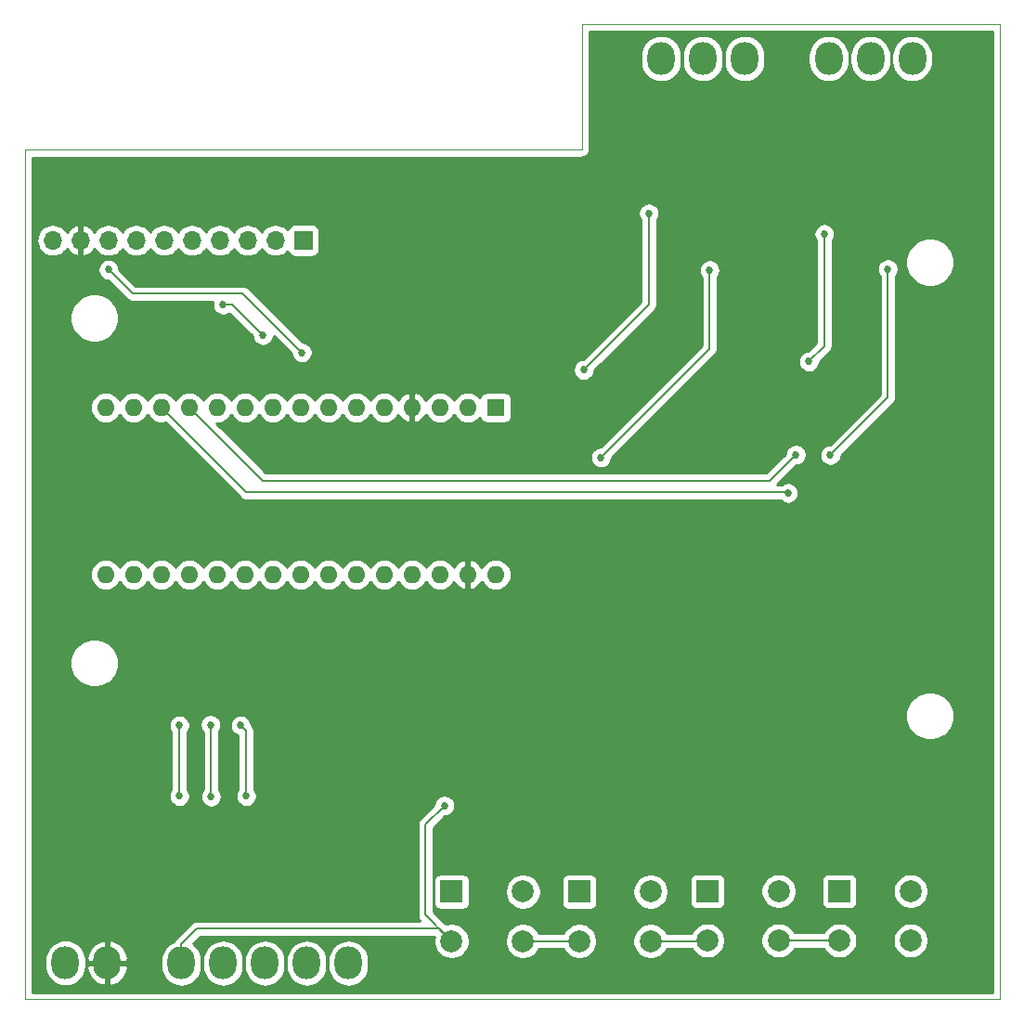
<source format=gbr>
%TF.GenerationSoftware,KiCad,Pcbnew,(5.1.2-1)-1*%
%TF.CreationDate,2019-09-01T22:37:37-05:00*%
%TF.ProjectId,FrankyAlpha,4672616e-6b79-4416-9c70-68612e6b6963,rev?*%
%TF.SameCoordinates,Original*%
%TF.FileFunction,Copper,L2,Bot*%
%TF.FilePolarity,Positive*%
%FSLAX46Y46*%
G04 Gerber Fmt 4.6, Leading zero omitted, Abs format (unit mm)*
G04 Created by KiCad (PCBNEW (5.1.2-1)-1) date 2019-09-01 22:37:37*
%MOMM*%
%LPD*%
G04 APERTURE LIST*
%ADD10C,0.050000*%
%ADD11C,0.100000*%
%ADD12O,1.600000X1.600000*%
%ADD13R,1.600000X1.600000*%
%ADD14O,2.500000X3.000000*%
%ADD15R,1.700000X1.700000*%
%ADD16O,1.700000X1.700000*%
%ADD17C,2.000000*%
%ADD18R,2.000000X2.000000*%
%ADD19C,0.685800*%
%ADD20C,0.203200*%
%ADD21C,0.254000*%
G04 APERTURE END LIST*
D10*
X50800000Y0D02*
X88900000Y0D01*
X88900000Y-88900000D02*
X88900000Y0D01*
X0Y-88900000D02*
X88900000Y-88900000D01*
X0Y-11430000D02*
X0Y-88900000D01*
D11*
X50800000Y-11430000D02*
X0Y-11430000D01*
X50800000Y0D02*
X50800000Y-11430000D01*
D12*
X7366000Y-50165000D03*
X7366000Y-34925000D03*
X42926000Y-50165000D03*
X9906000Y-34925000D03*
X40386000Y-50165000D03*
X12446000Y-34925000D03*
X37846000Y-50165000D03*
X14986000Y-34925000D03*
X35306000Y-50165000D03*
X17526000Y-34925000D03*
X32766000Y-50165000D03*
X20066000Y-34925000D03*
X30226000Y-50165000D03*
X22606000Y-34925000D03*
X27686000Y-50165000D03*
X25146000Y-34925000D03*
X25146000Y-50165000D03*
X27686000Y-34925000D03*
X22606000Y-50165000D03*
X30226000Y-34925000D03*
X20066000Y-50165000D03*
X32766000Y-34925000D03*
X17526000Y-50165000D03*
X35306000Y-34925000D03*
X14986000Y-50165000D03*
X37846000Y-34925000D03*
X12446000Y-50165000D03*
X40386000Y-34925000D03*
X9906000Y-50165000D03*
D13*
X42926000Y-34925000D03*
D14*
X3683000Y-85572600D03*
X7493000Y-85572600D03*
D15*
X25400000Y-19685000D03*
D16*
X22860000Y-19685000D03*
X20320000Y-19685000D03*
X17780000Y-19685000D03*
X15240000Y-19685000D03*
X12700000Y-19685000D03*
X10160000Y-19685000D03*
X7620000Y-19685000D03*
X5080000Y-19685000D03*
X2540000Y-19685000D03*
D14*
X58013600Y-3098800D03*
X61823600Y-3098800D03*
X65633600Y-3098800D03*
X80924400Y-3098800D03*
X77114400Y-3098800D03*
X73304400Y-3098800D03*
X14249400Y-85598000D03*
X18059400Y-85598000D03*
X21869400Y-85598000D03*
X25679400Y-85598000D03*
X29489400Y-85598000D03*
D17*
X45414000Y-83580800D03*
X38914000Y-83580800D03*
X45414000Y-79080800D03*
D18*
X38914000Y-79080800D03*
X50547200Y-79080800D03*
D17*
X57047200Y-79080800D03*
X50547200Y-83580800D03*
X57047200Y-83580800D03*
X68731200Y-83530000D03*
X62231200Y-83530000D03*
X68731200Y-79030000D03*
D18*
X62231200Y-79030000D03*
X74270800Y-79030000D03*
D17*
X80770800Y-79030000D03*
X74270800Y-83530000D03*
X80770800Y-83530000D03*
D19*
X33832800Y-20980400D03*
X31394400Y-62280800D03*
X40843200Y-20980400D03*
X73812400Y-33375600D03*
X53441600Y-33172400D03*
X53594000Y-47498000D03*
X74625200Y-47345600D03*
X74676000Y-75031600D03*
X62839600Y-75234800D03*
X51257200Y-75387200D03*
X39522400Y-75234800D03*
X55473600Y-8432800D03*
X63144400Y-8382000D03*
X71475600Y-8382000D03*
X78587600Y-8432800D03*
X53594000Y-54203600D03*
X74574400Y-54203600D03*
X53441600Y-40386000D03*
X74117200Y-40487600D03*
X6654800Y-77012800D03*
X14376400Y-53086000D03*
X16916400Y-53136800D03*
X19456400Y-53187600D03*
X22047200Y-53187600D03*
X73456800Y-39268400D03*
X78689200Y-22301200D03*
X69596000Y-42722800D03*
X70307200Y-39217600D03*
X71475600Y-30734000D03*
X72898000Y-19100800D03*
X21691600Y-28346400D03*
X18084800Y-25552400D03*
X52527200Y-39471600D03*
X62433200Y-22402800D03*
X25247600Y-29921200D03*
X7620000Y-22352000D03*
X50952400Y-31496000D03*
X56896000Y-17221200D03*
X38252400Y-71221600D03*
X14071600Y-70358000D03*
X14071600Y-63906400D03*
X16967200Y-70408800D03*
X16916400Y-63855600D03*
X20167600Y-70358000D03*
X19659600Y-63906400D03*
D20*
X78689200Y-34036000D02*
X78689200Y-22301200D01*
X73456800Y-39268400D02*
X78689200Y-34036000D01*
X69545200Y-42672000D02*
X69596000Y-42722800D01*
X20193000Y-42672000D02*
X69545200Y-42672000D01*
X12446000Y-34925000D02*
X20193000Y-42672000D01*
X67919600Y-41605200D02*
X70307200Y-39217600D01*
X21666200Y-41605200D02*
X67919600Y-41605200D01*
X14986000Y-34925000D02*
X21666200Y-41605200D01*
X72898000Y-29311600D02*
X72898000Y-19100800D01*
X71475600Y-30734000D02*
X72898000Y-29311600D01*
X18897600Y-25552400D02*
X18084800Y-25552400D01*
X21691600Y-28346400D02*
X18897600Y-25552400D01*
X62433200Y-29565600D02*
X62433200Y-22402800D01*
X52527200Y-39471600D02*
X62433200Y-29565600D01*
X25247600Y-29921200D02*
X19862800Y-24536400D01*
X9804400Y-24536400D02*
X7620000Y-22352000D01*
X19862800Y-24536400D02*
X9804400Y-24536400D01*
X56896000Y-25552400D02*
X56896000Y-17221200D01*
X50952400Y-31496000D02*
X56896000Y-25552400D01*
X37781600Y-82448400D02*
X38914000Y-83580800D01*
X15695800Y-82448400D02*
X37781600Y-82448400D01*
X14249400Y-83894800D02*
X15695800Y-82448400D01*
X14249400Y-85598000D02*
X14249400Y-83894800D01*
X46828213Y-83580800D02*
X50547200Y-83580800D01*
X45414000Y-83580800D02*
X46828213Y-83580800D01*
X62180400Y-83580800D02*
X62231200Y-83530000D01*
X57047200Y-83580800D02*
X62180400Y-83580800D01*
X68731200Y-83530000D02*
X74270800Y-83530000D01*
X36525200Y-72948800D02*
X38252400Y-71221600D01*
X36525200Y-81192000D02*
X36525200Y-72948800D01*
X38914000Y-83580800D02*
X36525200Y-81192000D01*
X14071600Y-70358000D02*
X14071600Y-63906400D01*
X16967200Y-63906400D02*
X16916400Y-63855600D01*
X16967200Y-70408800D02*
X16967200Y-63906400D01*
X20167600Y-64414400D02*
X19659600Y-63906400D01*
X20167600Y-70358000D02*
X20167600Y-64414400D01*
D21*
G36*
X88240000Y-88240000D02*
G01*
X660000Y-88240000D01*
X660000Y-85230004D01*
X1798000Y-85230004D01*
X1798000Y-85915197D01*
X1825275Y-86192124D01*
X1933061Y-86547448D01*
X2108097Y-86874917D01*
X2343655Y-87161945D01*
X2630684Y-87397503D01*
X2958153Y-87572539D01*
X3313477Y-87680325D01*
X3683000Y-87716720D01*
X4052524Y-87680325D01*
X4407848Y-87572539D01*
X4735317Y-87397503D01*
X5022345Y-87161945D01*
X5257903Y-86874917D01*
X5432939Y-86547448D01*
X5540725Y-86192123D01*
X5559978Y-85996640D01*
X5607882Y-85996640D01*
X5678058Y-86361064D01*
X5817981Y-86704795D01*
X6022274Y-87014624D01*
X6283086Y-87278644D01*
X6590394Y-87486709D01*
X6932389Y-87630823D01*
X7073355Y-87660295D01*
X7366000Y-87544172D01*
X7366000Y-85699600D01*
X7620000Y-85699600D01*
X7620000Y-87544172D01*
X7912645Y-87660295D01*
X8053611Y-87630823D01*
X8395606Y-87486709D01*
X8702914Y-87278644D01*
X8963726Y-87014624D01*
X9168019Y-86704795D01*
X9307942Y-86361064D01*
X9378118Y-85996640D01*
X9223385Y-85699600D01*
X7620000Y-85699600D01*
X7366000Y-85699600D01*
X5762615Y-85699600D01*
X5607882Y-85996640D01*
X5559978Y-85996640D01*
X5568000Y-85915196D01*
X5568000Y-85230003D01*
X5559979Y-85148560D01*
X5607882Y-85148560D01*
X5762615Y-85445600D01*
X7366000Y-85445600D01*
X7366000Y-83601028D01*
X7620000Y-83601028D01*
X7620000Y-85445600D01*
X9223385Y-85445600D01*
X9322461Y-85255404D01*
X12364400Y-85255404D01*
X12364400Y-85940597D01*
X12391675Y-86217524D01*
X12499461Y-86572848D01*
X12674497Y-86900317D01*
X12910055Y-87187345D01*
X13197084Y-87422903D01*
X13524553Y-87597939D01*
X13879877Y-87705725D01*
X14249400Y-87742120D01*
X14618924Y-87705725D01*
X14974248Y-87597939D01*
X15301717Y-87422903D01*
X15588745Y-87187345D01*
X15824303Y-86900317D01*
X15999339Y-86572848D01*
X16107125Y-86217523D01*
X16134400Y-85940596D01*
X16134400Y-85255404D01*
X16174400Y-85255404D01*
X16174400Y-85940597D01*
X16201675Y-86217524D01*
X16309461Y-86572848D01*
X16484497Y-86900317D01*
X16720055Y-87187345D01*
X17007084Y-87422903D01*
X17334553Y-87597939D01*
X17689877Y-87705725D01*
X18059400Y-87742120D01*
X18428924Y-87705725D01*
X18784248Y-87597939D01*
X19111717Y-87422903D01*
X19398745Y-87187345D01*
X19634303Y-86900317D01*
X19809339Y-86572848D01*
X19917125Y-86217523D01*
X19944400Y-85940596D01*
X19944400Y-85255404D01*
X19984400Y-85255404D01*
X19984400Y-85940597D01*
X20011675Y-86217524D01*
X20119461Y-86572848D01*
X20294497Y-86900317D01*
X20530055Y-87187345D01*
X20817084Y-87422903D01*
X21144553Y-87597939D01*
X21499877Y-87705725D01*
X21869400Y-87742120D01*
X22238924Y-87705725D01*
X22594248Y-87597939D01*
X22921717Y-87422903D01*
X23208745Y-87187345D01*
X23444303Y-86900317D01*
X23619339Y-86572848D01*
X23727125Y-86217523D01*
X23754400Y-85940596D01*
X23754400Y-85255404D01*
X23794400Y-85255404D01*
X23794400Y-85940597D01*
X23821675Y-86217524D01*
X23929461Y-86572848D01*
X24104497Y-86900317D01*
X24340055Y-87187345D01*
X24627084Y-87422903D01*
X24954553Y-87597939D01*
X25309877Y-87705725D01*
X25679400Y-87742120D01*
X26048924Y-87705725D01*
X26404248Y-87597939D01*
X26731717Y-87422903D01*
X27018745Y-87187345D01*
X27254303Y-86900317D01*
X27429339Y-86572848D01*
X27537125Y-86217523D01*
X27564400Y-85940596D01*
X27564400Y-85255404D01*
X27604400Y-85255404D01*
X27604400Y-85940597D01*
X27631675Y-86217524D01*
X27739461Y-86572848D01*
X27914497Y-86900317D01*
X28150055Y-87187345D01*
X28437084Y-87422903D01*
X28764553Y-87597939D01*
X29119877Y-87705725D01*
X29489400Y-87742120D01*
X29858924Y-87705725D01*
X30214248Y-87597939D01*
X30541717Y-87422903D01*
X30828745Y-87187345D01*
X31064303Y-86900317D01*
X31239339Y-86572848D01*
X31347125Y-86217523D01*
X31374400Y-85940596D01*
X31374400Y-85255403D01*
X31347125Y-84978476D01*
X31239339Y-84623152D01*
X31064303Y-84295683D01*
X30828745Y-84008655D01*
X30541717Y-83773097D01*
X30214247Y-83598061D01*
X29858923Y-83490275D01*
X29489400Y-83453880D01*
X29119876Y-83490275D01*
X28764552Y-83598061D01*
X28437083Y-83773097D01*
X28150055Y-84008655D01*
X27914497Y-84295683D01*
X27739461Y-84623153D01*
X27631675Y-84978477D01*
X27604400Y-85255404D01*
X27564400Y-85255404D01*
X27564400Y-85255403D01*
X27537125Y-84978476D01*
X27429339Y-84623152D01*
X27254303Y-84295683D01*
X27018745Y-84008655D01*
X26731717Y-83773097D01*
X26404247Y-83598061D01*
X26048923Y-83490275D01*
X25679400Y-83453880D01*
X25309876Y-83490275D01*
X24954552Y-83598061D01*
X24627083Y-83773097D01*
X24340055Y-84008655D01*
X24104497Y-84295683D01*
X23929461Y-84623153D01*
X23821675Y-84978477D01*
X23794400Y-85255404D01*
X23754400Y-85255404D01*
X23754400Y-85255403D01*
X23727125Y-84978476D01*
X23619339Y-84623152D01*
X23444303Y-84295683D01*
X23208745Y-84008655D01*
X22921717Y-83773097D01*
X22594247Y-83598061D01*
X22238923Y-83490275D01*
X21869400Y-83453880D01*
X21499876Y-83490275D01*
X21144552Y-83598061D01*
X20817083Y-83773097D01*
X20530055Y-84008655D01*
X20294497Y-84295683D01*
X20119461Y-84623153D01*
X20011675Y-84978477D01*
X19984400Y-85255404D01*
X19944400Y-85255404D01*
X19944400Y-85255403D01*
X19917125Y-84978476D01*
X19809339Y-84623152D01*
X19634303Y-84295683D01*
X19398745Y-84008655D01*
X19111717Y-83773097D01*
X18784247Y-83598061D01*
X18428923Y-83490275D01*
X18059400Y-83453880D01*
X17689876Y-83490275D01*
X17334552Y-83598061D01*
X17007083Y-83773097D01*
X16720055Y-84008655D01*
X16484497Y-84295683D01*
X16309461Y-84623153D01*
X16201675Y-84978477D01*
X16174400Y-85255404D01*
X16134400Y-85255404D01*
X16134400Y-85255403D01*
X16107125Y-84978476D01*
X15999339Y-84623152D01*
X15824303Y-84295683D01*
X15588745Y-84008655D01*
X15362735Y-83823174D01*
X16000909Y-83185000D01*
X37325698Y-83185000D01*
X37279000Y-83419767D01*
X37279000Y-83741833D01*
X37341832Y-84057712D01*
X37465082Y-84355263D01*
X37644013Y-84623052D01*
X37871748Y-84850787D01*
X38139537Y-85029718D01*
X38437088Y-85152968D01*
X38752967Y-85215800D01*
X39075033Y-85215800D01*
X39390912Y-85152968D01*
X39688463Y-85029718D01*
X39956252Y-84850787D01*
X40183987Y-84623052D01*
X40362918Y-84355263D01*
X40486168Y-84057712D01*
X40549000Y-83741833D01*
X40549000Y-83419767D01*
X43779000Y-83419767D01*
X43779000Y-83741833D01*
X43841832Y-84057712D01*
X43965082Y-84355263D01*
X44144013Y-84623052D01*
X44371748Y-84850787D01*
X44639537Y-85029718D01*
X44937088Y-85152968D01*
X45252967Y-85215800D01*
X45575033Y-85215800D01*
X45890912Y-85152968D01*
X46188463Y-85029718D01*
X46456252Y-84850787D01*
X46683987Y-84623052D01*
X46862918Y-84355263D01*
X46878601Y-84317400D01*
X49082599Y-84317400D01*
X49098282Y-84355263D01*
X49277213Y-84623052D01*
X49504948Y-84850787D01*
X49772737Y-85029718D01*
X50070288Y-85152968D01*
X50386167Y-85215800D01*
X50708233Y-85215800D01*
X51024112Y-85152968D01*
X51321663Y-85029718D01*
X51589452Y-84850787D01*
X51817187Y-84623052D01*
X51996118Y-84355263D01*
X52119368Y-84057712D01*
X52182200Y-83741833D01*
X52182200Y-83419767D01*
X55412200Y-83419767D01*
X55412200Y-83741833D01*
X55475032Y-84057712D01*
X55598282Y-84355263D01*
X55777213Y-84623052D01*
X56004948Y-84850787D01*
X56272737Y-85029718D01*
X56570288Y-85152968D01*
X56886167Y-85215800D01*
X57208233Y-85215800D01*
X57524112Y-85152968D01*
X57821663Y-85029718D01*
X58089452Y-84850787D01*
X58317187Y-84623052D01*
X58496118Y-84355263D01*
X58511801Y-84317400D01*
X60790926Y-84317400D01*
X60961213Y-84572252D01*
X61188948Y-84799987D01*
X61456737Y-84978918D01*
X61754288Y-85102168D01*
X62070167Y-85165000D01*
X62392233Y-85165000D01*
X62708112Y-85102168D01*
X63005663Y-84978918D01*
X63273452Y-84799987D01*
X63501187Y-84572252D01*
X63680118Y-84304463D01*
X63803368Y-84006912D01*
X63866200Y-83691033D01*
X63866200Y-83368967D01*
X67096200Y-83368967D01*
X67096200Y-83691033D01*
X67159032Y-84006912D01*
X67282282Y-84304463D01*
X67461213Y-84572252D01*
X67688948Y-84799987D01*
X67956737Y-84978918D01*
X68254288Y-85102168D01*
X68570167Y-85165000D01*
X68892233Y-85165000D01*
X69208112Y-85102168D01*
X69505663Y-84978918D01*
X69773452Y-84799987D01*
X70001187Y-84572252D01*
X70180118Y-84304463D01*
X70195801Y-84266600D01*
X72806199Y-84266600D01*
X72821882Y-84304463D01*
X73000813Y-84572252D01*
X73228548Y-84799987D01*
X73496337Y-84978918D01*
X73793888Y-85102168D01*
X74109767Y-85165000D01*
X74431833Y-85165000D01*
X74747712Y-85102168D01*
X75045263Y-84978918D01*
X75313052Y-84799987D01*
X75540787Y-84572252D01*
X75719718Y-84304463D01*
X75842968Y-84006912D01*
X75905800Y-83691033D01*
X75905800Y-83368967D01*
X79135800Y-83368967D01*
X79135800Y-83691033D01*
X79198632Y-84006912D01*
X79321882Y-84304463D01*
X79500813Y-84572252D01*
X79728548Y-84799987D01*
X79996337Y-84978918D01*
X80293888Y-85102168D01*
X80609767Y-85165000D01*
X80931833Y-85165000D01*
X81247712Y-85102168D01*
X81545263Y-84978918D01*
X81813052Y-84799987D01*
X82040787Y-84572252D01*
X82219718Y-84304463D01*
X82342968Y-84006912D01*
X82405800Y-83691033D01*
X82405800Y-83368967D01*
X82342968Y-83053088D01*
X82219718Y-82755537D01*
X82040787Y-82487748D01*
X81813052Y-82260013D01*
X81545263Y-82081082D01*
X81247712Y-81957832D01*
X80931833Y-81895000D01*
X80609767Y-81895000D01*
X80293888Y-81957832D01*
X79996337Y-82081082D01*
X79728548Y-82260013D01*
X79500813Y-82487748D01*
X79321882Y-82755537D01*
X79198632Y-83053088D01*
X79135800Y-83368967D01*
X75905800Y-83368967D01*
X75842968Y-83053088D01*
X75719718Y-82755537D01*
X75540787Y-82487748D01*
X75313052Y-82260013D01*
X75045263Y-82081082D01*
X74747712Y-81957832D01*
X74431833Y-81895000D01*
X74109767Y-81895000D01*
X73793888Y-81957832D01*
X73496337Y-82081082D01*
X73228548Y-82260013D01*
X73000813Y-82487748D01*
X72821882Y-82755537D01*
X72806199Y-82793400D01*
X70195801Y-82793400D01*
X70180118Y-82755537D01*
X70001187Y-82487748D01*
X69773452Y-82260013D01*
X69505663Y-82081082D01*
X69208112Y-81957832D01*
X68892233Y-81895000D01*
X68570167Y-81895000D01*
X68254288Y-81957832D01*
X67956737Y-82081082D01*
X67688948Y-82260013D01*
X67461213Y-82487748D01*
X67282282Y-82755537D01*
X67159032Y-83053088D01*
X67096200Y-83368967D01*
X63866200Y-83368967D01*
X63803368Y-83053088D01*
X63680118Y-82755537D01*
X63501187Y-82487748D01*
X63273452Y-82260013D01*
X63005663Y-82081082D01*
X62708112Y-81957832D01*
X62392233Y-81895000D01*
X62070167Y-81895000D01*
X61754288Y-81957832D01*
X61456737Y-82081082D01*
X61188948Y-82260013D01*
X60961213Y-82487748D01*
X60782282Y-82755537D01*
X60745556Y-82844200D01*
X58511801Y-82844200D01*
X58496118Y-82806337D01*
X58317187Y-82538548D01*
X58089452Y-82310813D01*
X57821663Y-82131882D01*
X57524112Y-82008632D01*
X57208233Y-81945800D01*
X56886167Y-81945800D01*
X56570288Y-82008632D01*
X56272737Y-82131882D01*
X56004948Y-82310813D01*
X55777213Y-82538548D01*
X55598282Y-82806337D01*
X55475032Y-83103888D01*
X55412200Y-83419767D01*
X52182200Y-83419767D01*
X52119368Y-83103888D01*
X51996118Y-82806337D01*
X51817187Y-82538548D01*
X51589452Y-82310813D01*
X51321663Y-82131882D01*
X51024112Y-82008632D01*
X50708233Y-81945800D01*
X50386167Y-81945800D01*
X50070288Y-82008632D01*
X49772737Y-82131882D01*
X49504948Y-82310813D01*
X49277213Y-82538548D01*
X49098282Y-82806337D01*
X49082599Y-82844200D01*
X46878601Y-82844200D01*
X46862918Y-82806337D01*
X46683987Y-82538548D01*
X46456252Y-82310813D01*
X46188463Y-82131882D01*
X45890912Y-82008632D01*
X45575033Y-81945800D01*
X45252967Y-81945800D01*
X44937088Y-82008632D01*
X44639537Y-82131882D01*
X44371748Y-82310813D01*
X44144013Y-82538548D01*
X43965082Y-82806337D01*
X43841832Y-83103888D01*
X43779000Y-83419767D01*
X40549000Y-83419767D01*
X40486168Y-83103888D01*
X40362918Y-82806337D01*
X40183987Y-82538548D01*
X39956252Y-82310813D01*
X39688463Y-82131882D01*
X39390912Y-82008632D01*
X39075033Y-81945800D01*
X38752967Y-81945800D01*
X38437088Y-82008632D01*
X38399225Y-82024316D01*
X38328046Y-81953137D01*
X38304975Y-81925025D01*
X38276863Y-81901954D01*
X37261800Y-80886891D01*
X37261800Y-78080800D01*
X37275928Y-78080800D01*
X37275928Y-80080800D01*
X37288188Y-80205282D01*
X37324498Y-80324980D01*
X37383463Y-80435294D01*
X37462815Y-80531985D01*
X37559506Y-80611337D01*
X37669820Y-80670302D01*
X37789518Y-80706612D01*
X37914000Y-80718872D01*
X39914000Y-80718872D01*
X40038482Y-80706612D01*
X40158180Y-80670302D01*
X40268494Y-80611337D01*
X40365185Y-80531985D01*
X40444537Y-80435294D01*
X40503502Y-80324980D01*
X40539812Y-80205282D01*
X40552072Y-80080800D01*
X40552072Y-78919767D01*
X43779000Y-78919767D01*
X43779000Y-79241833D01*
X43841832Y-79557712D01*
X43965082Y-79855263D01*
X44144013Y-80123052D01*
X44371748Y-80350787D01*
X44639537Y-80529718D01*
X44937088Y-80652968D01*
X45252967Y-80715800D01*
X45575033Y-80715800D01*
X45890912Y-80652968D01*
X46188463Y-80529718D01*
X46456252Y-80350787D01*
X46683987Y-80123052D01*
X46862918Y-79855263D01*
X46986168Y-79557712D01*
X47049000Y-79241833D01*
X47049000Y-78919767D01*
X46986168Y-78603888D01*
X46862918Y-78306337D01*
X46712219Y-78080800D01*
X48909128Y-78080800D01*
X48909128Y-80080800D01*
X48921388Y-80205282D01*
X48957698Y-80324980D01*
X49016663Y-80435294D01*
X49096015Y-80531985D01*
X49192706Y-80611337D01*
X49303020Y-80670302D01*
X49422718Y-80706612D01*
X49547200Y-80718872D01*
X51547200Y-80718872D01*
X51671682Y-80706612D01*
X51791380Y-80670302D01*
X51901694Y-80611337D01*
X51998385Y-80531985D01*
X52077737Y-80435294D01*
X52136702Y-80324980D01*
X52173012Y-80205282D01*
X52185272Y-80080800D01*
X52185272Y-78919767D01*
X55412200Y-78919767D01*
X55412200Y-79241833D01*
X55475032Y-79557712D01*
X55598282Y-79855263D01*
X55777213Y-80123052D01*
X56004948Y-80350787D01*
X56272737Y-80529718D01*
X56570288Y-80652968D01*
X56886167Y-80715800D01*
X57208233Y-80715800D01*
X57524112Y-80652968D01*
X57821663Y-80529718D01*
X58089452Y-80350787D01*
X58317187Y-80123052D01*
X58496118Y-79855263D01*
X58619368Y-79557712D01*
X58682200Y-79241833D01*
X58682200Y-78919767D01*
X58619368Y-78603888D01*
X58496118Y-78306337D01*
X58317187Y-78038548D01*
X58308639Y-78030000D01*
X60593128Y-78030000D01*
X60593128Y-80030000D01*
X60605388Y-80154482D01*
X60641698Y-80274180D01*
X60700663Y-80384494D01*
X60780015Y-80481185D01*
X60876706Y-80560537D01*
X60987020Y-80619502D01*
X61106718Y-80655812D01*
X61231200Y-80668072D01*
X63231200Y-80668072D01*
X63355682Y-80655812D01*
X63475380Y-80619502D01*
X63585694Y-80560537D01*
X63682385Y-80481185D01*
X63761737Y-80384494D01*
X63820702Y-80274180D01*
X63857012Y-80154482D01*
X63869272Y-80030000D01*
X63869272Y-78868967D01*
X67096200Y-78868967D01*
X67096200Y-79191033D01*
X67159032Y-79506912D01*
X67282282Y-79804463D01*
X67461213Y-80072252D01*
X67688948Y-80299987D01*
X67956737Y-80478918D01*
X68254288Y-80602168D01*
X68570167Y-80665000D01*
X68892233Y-80665000D01*
X69208112Y-80602168D01*
X69505663Y-80478918D01*
X69773452Y-80299987D01*
X70001187Y-80072252D01*
X70180118Y-79804463D01*
X70303368Y-79506912D01*
X70366200Y-79191033D01*
X70366200Y-78868967D01*
X70303368Y-78553088D01*
X70180118Y-78255537D01*
X70029419Y-78030000D01*
X72632728Y-78030000D01*
X72632728Y-80030000D01*
X72644988Y-80154482D01*
X72681298Y-80274180D01*
X72740263Y-80384494D01*
X72819615Y-80481185D01*
X72916306Y-80560537D01*
X73026620Y-80619502D01*
X73146318Y-80655812D01*
X73270800Y-80668072D01*
X75270800Y-80668072D01*
X75395282Y-80655812D01*
X75514980Y-80619502D01*
X75625294Y-80560537D01*
X75721985Y-80481185D01*
X75801337Y-80384494D01*
X75860302Y-80274180D01*
X75896612Y-80154482D01*
X75908872Y-80030000D01*
X75908872Y-78868967D01*
X79135800Y-78868967D01*
X79135800Y-79191033D01*
X79198632Y-79506912D01*
X79321882Y-79804463D01*
X79500813Y-80072252D01*
X79728548Y-80299987D01*
X79996337Y-80478918D01*
X80293888Y-80602168D01*
X80609767Y-80665000D01*
X80931833Y-80665000D01*
X81247712Y-80602168D01*
X81545263Y-80478918D01*
X81813052Y-80299987D01*
X82040787Y-80072252D01*
X82219718Y-79804463D01*
X82342968Y-79506912D01*
X82405800Y-79191033D01*
X82405800Y-78868967D01*
X82342968Y-78553088D01*
X82219718Y-78255537D01*
X82040787Y-77987748D01*
X81813052Y-77760013D01*
X81545263Y-77581082D01*
X81247712Y-77457832D01*
X80931833Y-77395000D01*
X80609767Y-77395000D01*
X80293888Y-77457832D01*
X79996337Y-77581082D01*
X79728548Y-77760013D01*
X79500813Y-77987748D01*
X79321882Y-78255537D01*
X79198632Y-78553088D01*
X79135800Y-78868967D01*
X75908872Y-78868967D01*
X75908872Y-78030000D01*
X75896612Y-77905518D01*
X75860302Y-77785820D01*
X75801337Y-77675506D01*
X75721985Y-77578815D01*
X75625294Y-77499463D01*
X75514980Y-77440498D01*
X75395282Y-77404188D01*
X75270800Y-77391928D01*
X73270800Y-77391928D01*
X73146318Y-77404188D01*
X73026620Y-77440498D01*
X72916306Y-77499463D01*
X72819615Y-77578815D01*
X72740263Y-77675506D01*
X72681298Y-77785820D01*
X72644988Y-77905518D01*
X72632728Y-78030000D01*
X70029419Y-78030000D01*
X70001187Y-77987748D01*
X69773452Y-77760013D01*
X69505663Y-77581082D01*
X69208112Y-77457832D01*
X68892233Y-77395000D01*
X68570167Y-77395000D01*
X68254288Y-77457832D01*
X67956737Y-77581082D01*
X67688948Y-77760013D01*
X67461213Y-77987748D01*
X67282282Y-78255537D01*
X67159032Y-78553088D01*
X67096200Y-78868967D01*
X63869272Y-78868967D01*
X63869272Y-78030000D01*
X63857012Y-77905518D01*
X63820702Y-77785820D01*
X63761737Y-77675506D01*
X63682385Y-77578815D01*
X63585694Y-77499463D01*
X63475380Y-77440498D01*
X63355682Y-77404188D01*
X63231200Y-77391928D01*
X61231200Y-77391928D01*
X61106718Y-77404188D01*
X60987020Y-77440498D01*
X60876706Y-77499463D01*
X60780015Y-77578815D01*
X60700663Y-77675506D01*
X60641698Y-77785820D01*
X60605388Y-77905518D01*
X60593128Y-78030000D01*
X58308639Y-78030000D01*
X58089452Y-77810813D01*
X57821663Y-77631882D01*
X57524112Y-77508632D01*
X57208233Y-77445800D01*
X56886167Y-77445800D01*
X56570288Y-77508632D01*
X56272737Y-77631882D01*
X56004948Y-77810813D01*
X55777213Y-78038548D01*
X55598282Y-78306337D01*
X55475032Y-78603888D01*
X55412200Y-78919767D01*
X52185272Y-78919767D01*
X52185272Y-78080800D01*
X52173012Y-77956318D01*
X52136702Y-77836620D01*
X52077737Y-77726306D01*
X51998385Y-77629615D01*
X51901694Y-77550263D01*
X51791380Y-77491298D01*
X51671682Y-77454988D01*
X51547200Y-77442728D01*
X49547200Y-77442728D01*
X49422718Y-77454988D01*
X49303020Y-77491298D01*
X49192706Y-77550263D01*
X49096015Y-77629615D01*
X49016663Y-77726306D01*
X48957698Y-77836620D01*
X48921388Y-77956318D01*
X48909128Y-78080800D01*
X46712219Y-78080800D01*
X46683987Y-78038548D01*
X46456252Y-77810813D01*
X46188463Y-77631882D01*
X45890912Y-77508632D01*
X45575033Y-77445800D01*
X45252967Y-77445800D01*
X44937088Y-77508632D01*
X44639537Y-77631882D01*
X44371748Y-77810813D01*
X44144013Y-78038548D01*
X43965082Y-78306337D01*
X43841832Y-78603888D01*
X43779000Y-78919767D01*
X40552072Y-78919767D01*
X40552072Y-78080800D01*
X40539812Y-77956318D01*
X40503502Y-77836620D01*
X40444537Y-77726306D01*
X40365185Y-77629615D01*
X40268494Y-77550263D01*
X40158180Y-77491298D01*
X40038482Y-77454988D01*
X39914000Y-77442728D01*
X37914000Y-77442728D01*
X37789518Y-77454988D01*
X37669820Y-77491298D01*
X37559506Y-77550263D01*
X37462815Y-77629615D01*
X37383463Y-77726306D01*
X37324498Y-77836620D01*
X37288188Y-77956318D01*
X37275928Y-78080800D01*
X37261800Y-78080800D01*
X37261800Y-73253909D01*
X38316210Y-72199500D01*
X38348715Y-72199500D01*
X38537643Y-72161920D01*
X38715610Y-72088204D01*
X38875775Y-71981185D01*
X39011985Y-71844975D01*
X39119004Y-71684810D01*
X39192720Y-71506843D01*
X39230300Y-71317915D01*
X39230300Y-71125285D01*
X39192720Y-70936357D01*
X39119004Y-70758390D01*
X39011985Y-70598225D01*
X38875775Y-70462015D01*
X38715610Y-70354996D01*
X38537643Y-70281280D01*
X38348715Y-70243700D01*
X38156085Y-70243700D01*
X37967157Y-70281280D01*
X37789190Y-70354996D01*
X37629025Y-70462015D01*
X37492815Y-70598225D01*
X37385796Y-70758390D01*
X37312080Y-70936357D01*
X37274500Y-71125285D01*
X37274500Y-71157790D01*
X36029932Y-72402359D01*
X36001826Y-72425425D01*
X35978760Y-72453531D01*
X35978758Y-72453533D01*
X35909776Y-72537588D01*
X35841378Y-72665553D01*
X35799259Y-72804402D01*
X35785036Y-72948800D01*
X35788601Y-72984993D01*
X35788600Y-81155817D01*
X35785036Y-81192000D01*
X35788600Y-81228183D01*
X35788600Y-81228185D01*
X35799258Y-81336398D01*
X35841378Y-81475248D01*
X35909776Y-81603212D01*
X35998892Y-81711800D01*
X15731975Y-81711800D01*
X15695799Y-81708237D01*
X15659623Y-81711800D01*
X15659614Y-81711800D01*
X15551401Y-81722458D01*
X15412551Y-81764578D01*
X15284587Y-81832976D01*
X15172425Y-81925025D01*
X15149354Y-81953137D01*
X13754132Y-83348359D01*
X13726026Y-83371425D01*
X13702960Y-83399531D01*
X13702958Y-83399533D01*
X13633976Y-83483588D01*
X13630402Y-83490275D01*
X13582124Y-83580597D01*
X13524552Y-83598061D01*
X13197083Y-83773097D01*
X12910055Y-84008655D01*
X12674497Y-84295683D01*
X12499461Y-84623153D01*
X12391675Y-84978477D01*
X12364400Y-85255404D01*
X9322461Y-85255404D01*
X9378118Y-85148560D01*
X9307942Y-84784136D01*
X9168019Y-84440405D01*
X8963726Y-84130576D01*
X8702914Y-83866556D01*
X8395606Y-83658491D01*
X8053611Y-83514377D01*
X7912645Y-83484905D01*
X7620000Y-83601028D01*
X7366000Y-83601028D01*
X7073355Y-83484905D01*
X6932389Y-83514377D01*
X6590394Y-83658491D01*
X6283086Y-83866556D01*
X6022274Y-84130576D01*
X5817981Y-84440405D01*
X5678058Y-84784136D01*
X5607882Y-85148560D01*
X5559979Y-85148560D01*
X5540725Y-84953076D01*
X5432939Y-84597752D01*
X5257903Y-84270283D01*
X5022345Y-83983255D01*
X4735317Y-83747697D01*
X4407847Y-83572661D01*
X4052523Y-83464875D01*
X3683000Y-83428480D01*
X3313476Y-83464875D01*
X2958152Y-83572661D01*
X2630683Y-83747697D01*
X2343655Y-83983255D01*
X2108097Y-84270283D01*
X1933061Y-84597753D01*
X1825275Y-84953077D01*
X1798000Y-85230004D01*
X660000Y-85230004D01*
X660000Y-63810085D01*
X13093700Y-63810085D01*
X13093700Y-64002715D01*
X13131280Y-64191643D01*
X13204996Y-64369610D01*
X13312015Y-64529775D01*
X13335001Y-64552761D01*
X13335000Y-69711640D01*
X13312015Y-69734625D01*
X13204996Y-69894790D01*
X13131280Y-70072757D01*
X13093700Y-70261685D01*
X13093700Y-70454315D01*
X13131280Y-70643243D01*
X13204996Y-70821210D01*
X13312015Y-70981375D01*
X13448225Y-71117585D01*
X13608390Y-71224604D01*
X13786357Y-71298320D01*
X13975285Y-71335900D01*
X14167915Y-71335900D01*
X14356843Y-71298320D01*
X14534810Y-71224604D01*
X14694975Y-71117585D01*
X14831185Y-70981375D01*
X14938204Y-70821210D01*
X15011920Y-70643243D01*
X15049500Y-70454315D01*
X15049500Y-70261685D01*
X15011920Y-70072757D01*
X14938204Y-69894790D01*
X14831185Y-69734625D01*
X14808200Y-69711640D01*
X14808200Y-64552760D01*
X14831185Y-64529775D01*
X14938204Y-64369610D01*
X15011920Y-64191643D01*
X15049500Y-64002715D01*
X15049500Y-63810085D01*
X15039396Y-63759285D01*
X15938500Y-63759285D01*
X15938500Y-63951915D01*
X15976080Y-64140843D01*
X16049796Y-64318810D01*
X16156815Y-64478975D01*
X16230601Y-64552761D01*
X16230600Y-69762440D01*
X16207615Y-69785425D01*
X16100596Y-69945590D01*
X16026880Y-70123557D01*
X15989300Y-70312485D01*
X15989300Y-70505115D01*
X16026880Y-70694043D01*
X16100596Y-70872010D01*
X16207615Y-71032175D01*
X16343825Y-71168385D01*
X16503990Y-71275404D01*
X16681957Y-71349120D01*
X16870885Y-71386700D01*
X17063515Y-71386700D01*
X17252443Y-71349120D01*
X17430410Y-71275404D01*
X17590575Y-71168385D01*
X17726785Y-71032175D01*
X17833804Y-70872010D01*
X17907520Y-70694043D01*
X17945100Y-70505115D01*
X17945100Y-70312485D01*
X17907520Y-70123557D01*
X17833804Y-69945590D01*
X17726785Y-69785425D01*
X17703800Y-69762440D01*
X17703800Y-64437347D01*
X17783004Y-64318810D01*
X17856720Y-64140843D01*
X17894300Y-63951915D01*
X17894300Y-63810085D01*
X18681700Y-63810085D01*
X18681700Y-64002715D01*
X18719280Y-64191643D01*
X18792996Y-64369610D01*
X18900015Y-64529775D01*
X19036225Y-64665985D01*
X19196390Y-64773004D01*
X19374357Y-64846720D01*
X19431001Y-64857987D01*
X19431000Y-69711640D01*
X19408015Y-69734625D01*
X19300996Y-69894790D01*
X19227280Y-70072757D01*
X19189700Y-70261685D01*
X19189700Y-70454315D01*
X19227280Y-70643243D01*
X19300996Y-70821210D01*
X19408015Y-70981375D01*
X19544225Y-71117585D01*
X19704390Y-71224604D01*
X19882357Y-71298320D01*
X20071285Y-71335900D01*
X20263915Y-71335900D01*
X20452843Y-71298320D01*
X20630810Y-71224604D01*
X20790975Y-71117585D01*
X20927185Y-70981375D01*
X21034204Y-70821210D01*
X21107920Y-70643243D01*
X21145500Y-70454315D01*
X21145500Y-70261685D01*
X21107920Y-70072757D01*
X21034204Y-69894790D01*
X20927185Y-69734625D01*
X20904200Y-69711640D01*
X20904200Y-64450575D01*
X20907763Y-64414399D01*
X20904200Y-64378223D01*
X20904200Y-64378214D01*
X20893542Y-64270001D01*
X20851422Y-64131151D01*
X20783024Y-64003187D01*
X20690975Y-63891025D01*
X20662863Y-63867954D01*
X20637500Y-63842591D01*
X20637500Y-63810085D01*
X20599920Y-63621157D01*
X20526204Y-63443190D01*
X20419185Y-63283025D01*
X20282975Y-63146815D01*
X20122810Y-63039796D01*
X19944843Y-62966080D01*
X19755915Y-62928500D01*
X19563285Y-62928500D01*
X19374357Y-62966080D01*
X19196390Y-63039796D01*
X19036225Y-63146815D01*
X18900015Y-63283025D01*
X18792996Y-63443190D01*
X18719280Y-63621157D01*
X18681700Y-63810085D01*
X17894300Y-63810085D01*
X17894300Y-63759285D01*
X17856720Y-63570357D01*
X17783004Y-63392390D01*
X17675985Y-63232225D01*
X17539775Y-63096015D01*
X17379610Y-62988996D01*
X17201643Y-62915280D01*
X17012715Y-62877700D01*
X16820085Y-62877700D01*
X16631157Y-62915280D01*
X16453190Y-62988996D01*
X16293025Y-63096015D01*
X16156815Y-63232225D01*
X16049796Y-63392390D01*
X15976080Y-63570357D01*
X15938500Y-63759285D01*
X15039396Y-63759285D01*
X15011920Y-63621157D01*
X14938204Y-63443190D01*
X14831185Y-63283025D01*
X14694975Y-63146815D01*
X14534810Y-63039796D01*
X14356843Y-62966080D01*
X14167915Y-62928500D01*
X13975285Y-62928500D01*
X13786357Y-62966080D01*
X13608390Y-63039796D01*
X13448225Y-63146815D01*
X13312015Y-63283025D01*
X13204996Y-63443190D01*
X13131280Y-63621157D01*
X13093700Y-63810085D01*
X660000Y-63810085D01*
X660000Y-62822672D01*
X80315000Y-62822672D01*
X80315000Y-63262928D01*
X80400890Y-63694725D01*
X80569369Y-64101469D01*
X80813962Y-64467529D01*
X81125271Y-64778838D01*
X81491331Y-65023431D01*
X81898075Y-65191910D01*
X82329872Y-65277800D01*
X82770128Y-65277800D01*
X83201925Y-65191910D01*
X83608669Y-65023431D01*
X83974729Y-64778838D01*
X84286038Y-64467529D01*
X84530631Y-64101469D01*
X84699110Y-63694725D01*
X84785000Y-63262928D01*
X84785000Y-62822672D01*
X84699110Y-62390875D01*
X84530631Y-61984131D01*
X84286038Y-61618071D01*
X83974729Y-61306762D01*
X83608669Y-61062169D01*
X83201925Y-60893690D01*
X82770128Y-60807800D01*
X82329872Y-60807800D01*
X81898075Y-60893690D01*
X81491331Y-61062169D01*
X81125271Y-61306762D01*
X80813962Y-61618071D01*
X80569369Y-61984131D01*
X80400890Y-62390875D01*
X80315000Y-62822672D01*
X660000Y-62822672D01*
X660000Y-57996672D01*
X4115000Y-57996672D01*
X4115000Y-58436928D01*
X4200890Y-58868725D01*
X4369369Y-59275469D01*
X4613962Y-59641529D01*
X4925271Y-59952838D01*
X5291331Y-60197431D01*
X5698075Y-60365910D01*
X6129872Y-60451800D01*
X6570128Y-60451800D01*
X7001925Y-60365910D01*
X7408669Y-60197431D01*
X7774729Y-59952838D01*
X8086038Y-59641529D01*
X8330631Y-59275469D01*
X8499110Y-58868725D01*
X8585000Y-58436928D01*
X8585000Y-57996672D01*
X8499110Y-57564875D01*
X8330631Y-57158131D01*
X8086038Y-56792071D01*
X7774729Y-56480762D01*
X7408669Y-56236169D01*
X7001925Y-56067690D01*
X6570128Y-55981800D01*
X6129872Y-55981800D01*
X5698075Y-56067690D01*
X5291331Y-56236169D01*
X4925271Y-56480762D01*
X4613962Y-56792071D01*
X4369369Y-57158131D01*
X4200890Y-57564875D01*
X4115000Y-57996672D01*
X660000Y-57996672D01*
X660000Y-50165000D01*
X5924057Y-50165000D01*
X5951764Y-50446309D01*
X6033818Y-50716808D01*
X6167068Y-50966101D01*
X6346392Y-51184608D01*
X6564899Y-51363932D01*
X6814192Y-51497182D01*
X7084691Y-51579236D01*
X7295508Y-51600000D01*
X7436492Y-51600000D01*
X7647309Y-51579236D01*
X7917808Y-51497182D01*
X8167101Y-51363932D01*
X8385608Y-51184608D01*
X8564932Y-50966101D01*
X8636000Y-50833142D01*
X8707068Y-50966101D01*
X8886392Y-51184608D01*
X9104899Y-51363932D01*
X9354192Y-51497182D01*
X9624691Y-51579236D01*
X9835508Y-51600000D01*
X9976492Y-51600000D01*
X10187309Y-51579236D01*
X10457808Y-51497182D01*
X10707101Y-51363932D01*
X10925608Y-51184608D01*
X11104932Y-50966101D01*
X11176000Y-50833142D01*
X11247068Y-50966101D01*
X11426392Y-51184608D01*
X11644899Y-51363932D01*
X11894192Y-51497182D01*
X12164691Y-51579236D01*
X12375508Y-51600000D01*
X12516492Y-51600000D01*
X12727309Y-51579236D01*
X12997808Y-51497182D01*
X13247101Y-51363932D01*
X13465608Y-51184608D01*
X13644932Y-50966101D01*
X13716000Y-50833142D01*
X13787068Y-50966101D01*
X13966392Y-51184608D01*
X14184899Y-51363932D01*
X14434192Y-51497182D01*
X14704691Y-51579236D01*
X14915508Y-51600000D01*
X15056492Y-51600000D01*
X15267309Y-51579236D01*
X15537808Y-51497182D01*
X15787101Y-51363932D01*
X16005608Y-51184608D01*
X16184932Y-50966101D01*
X16256000Y-50833142D01*
X16327068Y-50966101D01*
X16506392Y-51184608D01*
X16724899Y-51363932D01*
X16974192Y-51497182D01*
X17244691Y-51579236D01*
X17455508Y-51600000D01*
X17596492Y-51600000D01*
X17807309Y-51579236D01*
X18077808Y-51497182D01*
X18327101Y-51363932D01*
X18545608Y-51184608D01*
X18724932Y-50966101D01*
X18796000Y-50833142D01*
X18867068Y-50966101D01*
X19046392Y-51184608D01*
X19264899Y-51363932D01*
X19514192Y-51497182D01*
X19784691Y-51579236D01*
X19995508Y-51600000D01*
X20136492Y-51600000D01*
X20347309Y-51579236D01*
X20617808Y-51497182D01*
X20867101Y-51363932D01*
X21085608Y-51184608D01*
X21264932Y-50966101D01*
X21336000Y-50833142D01*
X21407068Y-50966101D01*
X21586392Y-51184608D01*
X21804899Y-51363932D01*
X22054192Y-51497182D01*
X22324691Y-51579236D01*
X22535508Y-51600000D01*
X22676492Y-51600000D01*
X22887309Y-51579236D01*
X23157808Y-51497182D01*
X23407101Y-51363932D01*
X23625608Y-51184608D01*
X23804932Y-50966101D01*
X23876000Y-50833142D01*
X23947068Y-50966101D01*
X24126392Y-51184608D01*
X24344899Y-51363932D01*
X24594192Y-51497182D01*
X24864691Y-51579236D01*
X25075508Y-51600000D01*
X25216492Y-51600000D01*
X25427309Y-51579236D01*
X25697808Y-51497182D01*
X25947101Y-51363932D01*
X26165608Y-51184608D01*
X26344932Y-50966101D01*
X26416000Y-50833142D01*
X26487068Y-50966101D01*
X26666392Y-51184608D01*
X26884899Y-51363932D01*
X27134192Y-51497182D01*
X27404691Y-51579236D01*
X27615508Y-51600000D01*
X27756492Y-51600000D01*
X27967309Y-51579236D01*
X28237808Y-51497182D01*
X28487101Y-51363932D01*
X28705608Y-51184608D01*
X28884932Y-50966101D01*
X28956000Y-50833142D01*
X29027068Y-50966101D01*
X29206392Y-51184608D01*
X29424899Y-51363932D01*
X29674192Y-51497182D01*
X29944691Y-51579236D01*
X30155508Y-51600000D01*
X30296492Y-51600000D01*
X30507309Y-51579236D01*
X30777808Y-51497182D01*
X31027101Y-51363932D01*
X31245608Y-51184608D01*
X31424932Y-50966101D01*
X31496000Y-50833142D01*
X31567068Y-50966101D01*
X31746392Y-51184608D01*
X31964899Y-51363932D01*
X32214192Y-51497182D01*
X32484691Y-51579236D01*
X32695508Y-51600000D01*
X32836492Y-51600000D01*
X33047309Y-51579236D01*
X33317808Y-51497182D01*
X33567101Y-51363932D01*
X33785608Y-51184608D01*
X33964932Y-50966101D01*
X34036000Y-50833142D01*
X34107068Y-50966101D01*
X34286392Y-51184608D01*
X34504899Y-51363932D01*
X34754192Y-51497182D01*
X35024691Y-51579236D01*
X35235508Y-51600000D01*
X35376492Y-51600000D01*
X35587309Y-51579236D01*
X35857808Y-51497182D01*
X36107101Y-51363932D01*
X36325608Y-51184608D01*
X36504932Y-50966101D01*
X36576000Y-50833142D01*
X36647068Y-50966101D01*
X36826392Y-51184608D01*
X37044899Y-51363932D01*
X37294192Y-51497182D01*
X37564691Y-51579236D01*
X37775508Y-51600000D01*
X37916492Y-51600000D01*
X38127309Y-51579236D01*
X38397808Y-51497182D01*
X38647101Y-51363932D01*
X38865608Y-51184608D01*
X39044932Y-50966101D01*
X39118579Y-50828318D01*
X39233615Y-51020131D01*
X39422586Y-51228519D01*
X39648580Y-51396037D01*
X39902913Y-51516246D01*
X40036961Y-51556904D01*
X40259000Y-51434915D01*
X40259000Y-50292000D01*
X40239000Y-50292000D01*
X40239000Y-50038000D01*
X40259000Y-50038000D01*
X40259000Y-48895085D01*
X40513000Y-48895085D01*
X40513000Y-50038000D01*
X40533000Y-50038000D01*
X40533000Y-50292000D01*
X40513000Y-50292000D01*
X40513000Y-51434915D01*
X40735039Y-51556904D01*
X40869087Y-51516246D01*
X41123420Y-51396037D01*
X41349414Y-51228519D01*
X41538385Y-51020131D01*
X41653421Y-50828318D01*
X41727068Y-50966101D01*
X41906392Y-51184608D01*
X42124899Y-51363932D01*
X42374192Y-51497182D01*
X42644691Y-51579236D01*
X42855508Y-51600000D01*
X42996492Y-51600000D01*
X43207309Y-51579236D01*
X43477808Y-51497182D01*
X43727101Y-51363932D01*
X43945608Y-51184608D01*
X44124932Y-50966101D01*
X44258182Y-50716808D01*
X44340236Y-50446309D01*
X44367943Y-50165000D01*
X44340236Y-49883691D01*
X44258182Y-49613192D01*
X44124932Y-49363899D01*
X43945608Y-49145392D01*
X43727101Y-48966068D01*
X43477808Y-48832818D01*
X43207309Y-48750764D01*
X42996492Y-48730000D01*
X42855508Y-48730000D01*
X42644691Y-48750764D01*
X42374192Y-48832818D01*
X42124899Y-48966068D01*
X41906392Y-49145392D01*
X41727068Y-49363899D01*
X41653421Y-49501682D01*
X41538385Y-49309869D01*
X41349414Y-49101481D01*
X41123420Y-48933963D01*
X40869087Y-48813754D01*
X40735039Y-48773096D01*
X40513000Y-48895085D01*
X40259000Y-48895085D01*
X40036961Y-48773096D01*
X39902913Y-48813754D01*
X39648580Y-48933963D01*
X39422586Y-49101481D01*
X39233615Y-49309869D01*
X39118579Y-49501682D01*
X39044932Y-49363899D01*
X38865608Y-49145392D01*
X38647101Y-48966068D01*
X38397808Y-48832818D01*
X38127309Y-48750764D01*
X37916492Y-48730000D01*
X37775508Y-48730000D01*
X37564691Y-48750764D01*
X37294192Y-48832818D01*
X37044899Y-48966068D01*
X36826392Y-49145392D01*
X36647068Y-49363899D01*
X36576000Y-49496858D01*
X36504932Y-49363899D01*
X36325608Y-49145392D01*
X36107101Y-48966068D01*
X35857808Y-48832818D01*
X35587309Y-48750764D01*
X35376492Y-48730000D01*
X35235508Y-48730000D01*
X35024691Y-48750764D01*
X34754192Y-48832818D01*
X34504899Y-48966068D01*
X34286392Y-49145392D01*
X34107068Y-49363899D01*
X34036000Y-49496858D01*
X33964932Y-49363899D01*
X33785608Y-49145392D01*
X33567101Y-48966068D01*
X33317808Y-48832818D01*
X33047309Y-48750764D01*
X32836492Y-48730000D01*
X32695508Y-48730000D01*
X32484691Y-48750764D01*
X32214192Y-48832818D01*
X31964899Y-48966068D01*
X31746392Y-49145392D01*
X31567068Y-49363899D01*
X31496000Y-49496858D01*
X31424932Y-49363899D01*
X31245608Y-49145392D01*
X31027101Y-48966068D01*
X30777808Y-48832818D01*
X30507309Y-48750764D01*
X30296492Y-48730000D01*
X30155508Y-48730000D01*
X29944691Y-48750764D01*
X29674192Y-48832818D01*
X29424899Y-48966068D01*
X29206392Y-49145392D01*
X29027068Y-49363899D01*
X28956000Y-49496858D01*
X28884932Y-49363899D01*
X28705608Y-49145392D01*
X28487101Y-48966068D01*
X28237808Y-48832818D01*
X27967309Y-48750764D01*
X27756492Y-48730000D01*
X27615508Y-48730000D01*
X27404691Y-48750764D01*
X27134192Y-48832818D01*
X26884899Y-48966068D01*
X26666392Y-49145392D01*
X26487068Y-49363899D01*
X26416000Y-49496858D01*
X26344932Y-49363899D01*
X26165608Y-49145392D01*
X25947101Y-48966068D01*
X25697808Y-48832818D01*
X25427309Y-48750764D01*
X25216492Y-48730000D01*
X25075508Y-48730000D01*
X24864691Y-48750764D01*
X24594192Y-48832818D01*
X24344899Y-48966068D01*
X24126392Y-49145392D01*
X23947068Y-49363899D01*
X23876000Y-49496858D01*
X23804932Y-49363899D01*
X23625608Y-49145392D01*
X23407101Y-48966068D01*
X23157808Y-48832818D01*
X22887309Y-48750764D01*
X22676492Y-48730000D01*
X22535508Y-48730000D01*
X22324691Y-48750764D01*
X22054192Y-48832818D01*
X21804899Y-48966068D01*
X21586392Y-49145392D01*
X21407068Y-49363899D01*
X21336000Y-49496858D01*
X21264932Y-49363899D01*
X21085608Y-49145392D01*
X20867101Y-48966068D01*
X20617808Y-48832818D01*
X20347309Y-48750764D01*
X20136492Y-48730000D01*
X19995508Y-48730000D01*
X19784691Y-48750764D01*
X19514192Y-48832818D01*
X19264899Y-48966068D01*
X19046392Y-49145392D01*
X18867068Y-49363899D01*
X18796000Y-49496858D01*
X18724932Y-49363899D01*
X18545608Y-49145392D01*
X18327101Y-48966068D01*
X18077808Y-48832818D01*
X17807309Y-48750764D01*
X17596492Y-48730000D01*
X17455508Y-48730000D01*
X17244691Y-48750764D01*
X16974192Y-48832818D01*
X16724899Y-48966068D01*
X16506392Y-49145392D01*
X16327068Y-49363899D01*
X16256000Y-49496858D01*
X16184932Y-49363899D01*
X16005608Y-49145392D01*
X15787101Y-48966068D01*
X15537808Y-48832818D01*
X15267309Y-48750764D01*
X15056492Y-48730000D01*
X14915508Y-48730000D01*
X14704691Y-48750764D01*
X14434192Y-48832818D01*
X14184899Y-48966068D01*
X13966392Y-49145392D01*
X13787068Y-49363899D01*
X13716000Y-49496858D01*
X13644932Y-49363899D01*
X13465608Y-49145392D01*
X13247101Y-48966068D01*
X12997808Y-48832818D01*
X12727309Y-48750764D01*
X12516492Y-48730000D01*
X12375508Y-48730000D01*
X12164691Y-48750764D01*
X11894192Y-48832818D01*
X11644899Y-48966068D01*
X11426392Y-49145392D01*
X11247068Y-49363899D01*
X11176000Y-49496858D01*
X11104932Y-49363899D01*
X10925608Y-49145392D01*
X10707101Y-48966068D01*
X10457808Y-48832818D01*
X10187309Y-48750764D01*
X9976492Y-48730000D01*
X9835508Y-48730000D01*
X9624691Y-48750764D01*
X9354192Y-48832818D01*
X9104899Y-48966068D01*
X8886392Y-49145392D01*
X8707068Y-49363899D01*
X8636000Y-49496858D01*
X8564932Y-49363899D01*
X8385608Y-49145392D01*
X8167101Y-48966068D01*
X7917808Y-48832818D01*
X7647309Y-48750764D01*
X7436492Y-48730000D01*
X7295508Y-48730000D01*
X7084691Y-48750764D01*
X6814192Y-48832818D01*
X6564899Y-48966068D01*
X6346392Y-49145392D01*
X6167068Y-49363899D01*
X6033818Y-49613192D01*
X5951764Y-49883691D01*
X5924057Y-50165000D01*
X660000Y-50165000D01*
X660000Y-34925000D01*
X5924057Y-34925000D01*
X5951764Y-35206309D01*
X6033818Y-35476808D01*
X6167068Y-35726101D01*
X6346392Y-35944608D01*
X6564899Y-36123932D01*
X6814192Y-36257182D01*
X7084691Y-36339236D01*
X7295508Y-36360000D01*
X7436492Y-36360000D01*
X7647309Y-36339236D01*
X7917808Y-36257182D01*
X8167101Y-36123932D01*
X8385608Y-35944608D01*
X8564932Y-35726101D01*
X8636000Y-35593142D01*
X8707068Y-35726101D01*
X8886392Y-35944608D01*
X9104899Y-36123932D01*
X9354192Y-36257182D01*
X9624691Y-36339236D01*
X9835508Y-36360000D01*
X9976492Y-36360000D01*
X10187309Y-36339236D01*
X10457808Y-36257182D01*
X10707101Y-36123932D01*
X10925608Y-35944608D01*
X11104932Y-35726101D01*
X11176000Y-35593142D01*
X11247068Y-35726101D01*
X11426392Y-35944608D01*
X11644899Y-36123932D01*
X11894192Y-36257182D01*
X12164691Y-36339236D01*
X12375508Y-36360000D01*
X12516492Y-36360000D01*
X12727309Y-36339236D01*
X12797297Y-36318006D01*
X19646554Y-43167263D01*
X19669625Y-43195375D01*
X19781787Y-43287424D01*
X19909751Y-43355822D01*
X20048601Y-43397942D01*
X20156814Y-43408600D01*
X20156823Y-43408600D01*
X20192999Y-43412163D01*
X20229175Y-43408600D01*
X68898840Y-43408600D01*
X68972625Y-43482385D01*
X69132790Y-43589404D01*
X69310757Y-43663120D01*
X69499685Y-43700700D01*
X69692315Y-43700700D01*
X69881243Y-43663120D01*
X70059210Y-43589404D01*
X70219375Y-43482385D01*
X70355585Y-43346175D01*
X70462604Y-43186010D01*
X70536320Y-43008043D01*
X70573900Y-42819115D01*
X70573900Y-42626485D01*
X70536320Y-42437557D01*
X70462604Y-42259590D01*
X70355585Y-42099425D01*
X70219375Y-41963215D01*
X70059210Y-41856196D01*
X69881243Y-41782480D01*
X69692315Y-41744900D01*
X69499685Y-41744900D01*
X69310757Y-41782480D01*
X69132790Y-41856196D01*
X69014253Y-41935400D01*
X68631109Y-41935400D01*
X70371010Y-40195500D01*
X70403515Y-40195500D01*
X70592443Y-40157920D01*
X70770410Y-40084204D01*
X70930575Y-39977185D01*
X71066785Y-39840975D01*
X71173804Y-39680810D01*
X71247520Y-39502843D01*
X71285100Y-39313915D01*
X71285100Y-39172085D01*
X72478900Y-39172085D01*
X72478900Y-39364715D01*
X72516480Y-39553643D01*
X72590196Y-39731610D01*
X72697215Y-39891775D01*
X72833425Y-40027985D01*
X72993590Y-40135004D01*
X73171557Y-40208720D01*
X73360485Y-40246300D01*
X73553115Y-40246300D01*
X73742043Y-40208720D01*
X73920010Y-40135004D01*
X74080175Y-40027985D01*
X74216385Y-39891775D01*
X74323404Y-39731610D01*
X74397120Y-39553643D01*
X74434700Y-39364715D01*
X74434700Y-39332209D01*
X79184473Y-34582436D01*
X79212574Y-34559375D01*
X79235637Y-34531273D01*
X79235642Y-34531268D01*
X79304623Y-34447214D01*
X79304624Y-34447213D01*
X79373022Y-34319249D01*
X79415142Y-34180399D01*
X79425800Y-34072186D01*
X79425800Y-34072177D01*
X79429363Y-34036001D01*
X79425800Y-33999825D01*
X79425800Y-22947560D01*
X79448785Y-22924575D01*
X79555804Y-22764410D01*
X79629520Y-22586443D01*
X79667100Y-22397515D01*
X79667100Y-22204885D01*
X79629520Y-22015957D01*
X79555804Y-21837990D01*
X79448785Y-21677825D01*
X79312575Y-21541615D01*
X79207599Y-21471472D01*
X80315000Y-21471472D01*
X80315000Y-21911728D01*
X80400890Y-22343525D01*
X80569369Y-22750269D01*
X80813962Y-23116329D01*
X81125271Y-23427638D01*
X81491331Y-23672231D01*
X81898075Y-23840710D01*
X82329872Y-23926600D01*
X82770128Y-23926600D01*
X83201925Y-23840710D01*
X83608669Y-23672231D01*
X83974729Y-23427638D01*
X84286038Y-23116329D01*
X84530631Y-22750269D01*
X84699110Y-22343525D01*
X84785000Y-21911728D01*
X84785000Y-21471472D01*
X84699110Y-21039675D01*
X84530631Y-20632931D01*
X84286038Y-20266871D01*
X83974729Y-19955562D01*
X83608669Y-19710969D01*
X83201925Y-19542490D01*
X82770128Y-19456600D01*
X82329872Y-19456600D01*
X81898075Y-19542490D01*
X81491331Y-19710969D01*
X81125271Y-19955562D01*
X80813962Y-20266871D01*
X80569369Y-20632931D01*
X80400890Y-21039675D01*
X80315000Y-21471472D01*
X79207599Y-21471472D01*
X79152410Y-21434596D01*
X78974443Y-21360880D01*
X78785515Y-21323300D01*
X78592885Y-21323300D01*
X78403957Y-21360880D01*
X78225990Y-21434596D01*
X78065825Y-21541615D01*
X77929615Y-21677825D01*
X77822596Y-21837990D01*
X77748880Y-22015957D01*
X77711300Y-22204885D01*
X77711300Y-22397515D01*
X77748880Y-22586443D01*
X77822596Y-22764410D01*
X77929615Y-22924575D01*
X77952601Y-22947561D01*
X77952600Y-33730890D01*
X73392991Y-38290500D01*
X73360485Y-38290500D01*
X73171557Y-38328080D01*
X72993590Y-38401796D01*
X72833425Y-38508815D01*
X72697215Y-38645025D01*
X72590196Y-38805190D01*
X72516480Y-38983157D01*
X72478900Y-39172085D01*
X71285100Y-39172085D01*
X71285100Y-39121285D01*
X71247520Y-38932357D01*
X71173804Y-38754390D01*
X71066785Y-38594225D01*
X70930575Y-38458015D01*
X70770410Y-38350996D01*
X70592443Y-38277280D01*
X70403515Y-38239700D01*
X70210885Y-38239700D01*
X70021957Y-38277280D01*
X69843990Y-38350996D01*
X69683825Y-38458015D01*
X69547615Y-38594225D01*
X69440596Y-38754390D01*
X69366880Y-38932357D01*
X69329300Y-39121285D01*
X69329300Y-39153790D01*
X67614491Y-40868600D01*
X21971309Y-40868600D01*
X20477994Y-39375285D01*
X51549300Y-39375285D01*
X51549300Y-39567915D01*
X51586880Y-39756843D01*
X51660596Y-39934810D01*
X51767615Y-40094975D01*
X51903825Y-40231185D01*
X52063990Y-40338204D01*
X52241957Y-40411920D01*
X52430885Y-40449500D01*
X52623515Y-40449500D01*
X52812443Y-40411920D01*
X52990410Y-40338204D01*
X53150575Y-40231185D01*
X53286785Y-40094975D01*
X53393804Y-39934810D01*
X53467520Y-39756843D01*
X53505100Y-39567915D01*
X53505100Y-39535409D01*
X62402824Y-30637685D01*
X70497700Y-30637685D01*
X70497700Y-30830315D01*
X70535280Y-31019243D01*
X70608996Y-31197210D01*
X70716015Y-31357375D01*
X70852225Y-31493585D01*
X71012390Y-31600604D01*
X71190357Y-31674320D01*
X71379285Y-31711900D01*
X71571915Y-31711900D01*
X71760843Y-31674320D01*
X71938810Y-31600604D01*
X72098975Y-31493585D01*
X72235185Y-31357375D01*
X72342204Y-31197210D01*
X72415920Y-31019243D01*
X72453500Y-30830315D01*
X72453500Y-30797809D01*
X73393268Y-29858041D01*
X73421374Y-29834975D01*
X73513424Y-29722813D01*
X73581822Y-29594849D01*
X73623942Y-29455999D01*
X73634600Y-29347786D01*
X73634600Y-29347777D01*
X73638163Y-29311601D01*
X73634600Y-29275425D01*
X73634600Y-19747160D01*
X73657585Y-19724175D01*
X73764604Y-19564010D01*
X73838320Y-19386043D01*
X73875900Y-19197115D01*
X73875900Y-19004485D01*
X73838320Y-18815557D01*
X73764604Y-18637590D01*
X73657585Y-18477425D01*
X73521375Y-18341215D01*
X73361210Y-18234196D01*
X73183243Y-18160480D01*
X72994315Y-18122900D01*
X72801685Y-18122900D01*
X72612757Y-18160480D01*
X72434790Y-18234196D01*
X72274625Y-18341215D01*
X72138415Y-18477425D01*
X72031396Y-18637590D01*
X71957680Y-18815557D01*
X71920100Y-19004485D01*
X71920100Y-19197115D01*
X71957680Y-19386043D01*
X72031396Y-19564010D01*
X72138415Y-19724175D01*
X72161401Y-19747161D01*
X72161400Y-29006491D01*
X71411791Y-29756100D01*
X71379285Y-29756100D01*
X71190357Y-29793680D01*
X71012390Y-29867396D01*
X70852225Y-29974415D01*
X70716015Y-30110625D01*
X70608996Y-30270790D01*
X70535280Y-30448757D01*
X70497700Y-30637685D01*
X62402824Y-30637685D01*
X62928474Y-30112036D01*
X62956574Y-30088975D01*
X62979637Y-30060873D01*
X62979642Y-30060868D01*
X63048624Y-29976813D01*
X63049906Y-29974415D01*
X63117022Y-29848849D01*
X63159142Y-29709999D01*
X63169800Y-29601786D01*
X63169800Y-29601785D01*
X63173364Y-29565600D01*
X63169800Y-29529414D01*
X63169800Y-23049160D01*
X63192785Y-23026175D01*
X63299804Y-22866010D01*
X63373520Y-22688043D01*
X63411100Y-22499115D01*
X63411100Y-22306485D01*
X63373520Y-22117557D01*
X63299804Y-21939590D01*
X63192785Y-21779425D01*
X63056575Y-21643215D01*
X62896410Y-21536196D01*
X62718443Y-21462480D01*
X62529515Y-21424900D01*
X62336885Y-21424900D01*
X62147957Y-21462480D01*
X61969990Y-21536196D01*
X61809825Y-21643215D01*
X61673615Y-21779425D01*
X61566596Y-21939590D01*
X61492880Y-22117557D01*
X61455300Y-22306485D01*
X61455300Y-22499115D01*
X61492880Y-22688043D01*
X61566596Y-22866010D01*
X61673615Y-23026175D01*
X61696601Y-23049161D01*
X61696600Y-29260490D01*
X52463391Y-38493700D01*
X52430885Y-38493700D01*
X52241957Y-38531280D01*
X52063990Y-38604996D01*
X51903825Y-38712015D01*
X51767615Y-38848225D01*
X51660596Y-39008390D01*
X51586880Y-39186357D01*
X51549300Y-39375285D01*
X20477994Y-39375285D01*
X17462709Y-36360000D01*
X17596492Y-36360000D01*
X17807309Y-36339236D01*
X18077808Y-36257182D01*
X18327101Y-36123932D01*
X18545608Y-35944608D01*
X18724932Y-35726101D01*
X18796000Y-35593142D01*
X18867068Y-35726101D01*
X19046392Y-35944608D01*
X19264899Y-36123932D01*
X19514192Y-36257182D01*
X19784691Y-36339236D01*
X19995508Y-36360000D01*
X20136492Y-36360000D01*
X20347309Y-36339236D01*
X20617808Y-36257182D01*
X20867101Y-36123932D01*
X21085608Y-35944608D01*
X21264932Y-35726101D01*
X21336000Y-35593142D01*
X21407068Y-35726101D01*
X21586392Y-35944608D01*
X21804899Y-36123932D01*
X22054192Y-36257182D01*
X22324691Y-36339236D01*
X22535508Y-36360000D01*
X22676492Y-36360000D01*
X22887309Y-36339236D01*
X23157808Y-36257182D01*
X23407101Y-36123932D01*
X23625608Y-35944608D01*
X23804932Y-35726101D01*
X23876000Y-35593142D01*
X23947068Y-35726101D01*
X24126392Y-35944608D01*
X24344899Y-36123932D01*
X24594192Y-36257182D01*
X24864691Y-36339236D01*
X25075508Y-36360000D01*
X25216492Y-36360000D01*
X25427309Y-36339236D01*
X25697808Y-36257182D01*
X25947101Y-36123932D01*
X26165608Y-35944608D01*
X26344932Y-35726101D01*
X26416000Y-35593142D01*
X26487068Y-35726101D01*
X26666392Y-35944608D01*
X26884899Y-36123932D01*
X27134192Y-36257182D01*
X27404691Y-36339236D01*
X27615508Y-36360000D01*
X27756492Y-36360000D01*
X27967309Y-36339236D01*
X28237808Y-36257182D01*
X28487101Y-36123932D01*
X28705608Y-35944608D01*
X28884932Y-35726101D01*
X28956000Y-35593142D01*
X29027068Y-35726101D01*
X29206392Y-35944608D01*
X29424899Y-36123932D01*
X29674192Y-36257182D01*
X29944691Y-36339236D01*
X30155508Y-36360000D01*
X30296492Y-36360000D01*
X30507309Y-36339236D01*
X30777808Y-36257182D01*
X31027101Y-36123932D01*
X31245608Y-35944608D01*
X31424932Y-35726101D01*
X31496000Y-35593142D01*
X31567068Y-35726101D01*
X31746392Y-35944608D01*
X31964899Y-36123932D01*
X32214192Y-36257182D01*
X32484691Y-36339236D01*
X32695508Y-36360000D01*
X32836492Y-36360000D01*
X33047309Y-36339236D01*
X33317808Y-36257182D01*
X33567101Y-36123932D01*
X33785608Y-35944608D01*
X33964932Y-35726101D01*
X34038579Y-35588318D01*
X34153615Y-35780131D01*
X34342586Y-35988519D01*
X34568580Y-36156037D01*
X34822913Y-36276246D01*
X34956961Y-36316904D01*
X35179000Y-36194915D01*
X35179000Y-35052000D01*
X35159000Y-35052000D01*
X35159000Y-34798000D01*
X35179000Y-34798000D01*
X35179000Y-33655085D01*
X35433000Y-33655085D01*
X35433000Y-34798000D01*
X35453000Y-34798000D01*
X35453000Y-35052000D01*
X35433000Y-35052000D01*
X35433000Y-36194915D01*
X35655039Y-36316904D01*
X35789087Y-36276246D01*
X36043420Y-36156037D01*
X36269414Y-35988519D01*
X36458385Y-35780131D01*
X36573421Y-35588318D01*
X36647068Y-35726101D01*
X36826392Y-35944608D01*
X37044899Y-36123932D01*
X37294192Y-36257182D01*
X37564691Y-36339236D01*
X37775508Y-36360000D01*
X37916492Y-36360000D01*
X38127309Y-36339236D01*
X38397808Y-36257182D01*
X38647101Y-36123932D01*
X38865608Y-35944608D01*
X39044932Y-35726101D01*
X39116000Y-35593142D01*
X39187068Y-35726101D01*
X39366392Y-35944608D01*
X39584899Y-36123932D01*
X39834192Y-36257182D01*
X40104691Y-36339236D01*
X40315508Y-36360000D01*
X40456492Y-36360000D01*
X40667309Y-36339236D01*
X40937808Y-36257182D01*
X41187101Y-36123932D01*
X41405608Y-35944608D01*
X41498419Y-35831518D01*
X41500188Y-35849482D01*
X41536498Y-35969180D01*
X41595463Y-36079494D01*
X41674815Y-36176185D01*
X41771506Y-36255537D01*
X41881820Y-36314502D01*
X42001518Y-36350812D01*
X42126000Y-36363072D01*
X43726000Y-36363072D01*
X43850482Y-36350812D01*
X43970180Y-36314502D01*
X44080494Y-36255537D01*
X44177185Y-36176185D01*
X44256537Y-36079494D01*
X44315502Y-35969180D01*
X44351812Y-35849482D01*
X44364072Y-35725000D01*
X44364072Y-34125000D01*
X44351812Y-34000518D01*
X44315502Y-33880820D01*
X44256537Y-33770506D01*
X44177185Y-33673815D01*
X44080494Y-33594463D01*
X43970180Y-33535498D01*
X43850482Y-33499188D01*
X43726000Y-33486928D01*
X42126000Y-33486928D01*
X42001518Y-33499188D01*
X41881820Y-33535498D01*
X41771506Y-33594463D01*
X41674815Y-33673815D01*
X41595463Y-33770506D01*
X41536498Y-33880820D01*
X41500188Y-34000518D01*
X41498419Y-34018482D01*
X41405608Y-33905392D01*
X41187101Y-33726068D01*
X40937808Y-33592818D01*
X40667309Y-33510764D01*
X40456492Y-33490000D01*
X40315508Y-33490000D01*
X40104691Y-33510764D01*
X39834192Y-33592818D01*
X39584899Y-33726068D01*
X39366392Y-33905392D01*
X39187068Y-34123899D01*
X39116000Y-34256858D01*
X39044932Y-34123899D01*
X38865608Y-33905392D01*
X38647101Y-33726068D01*
X38397808Y-33592818D01*
X38127309Y-33510764D01*
X37916492Y-33490000D01*
X37775508Y-33490000D01*
X37564691Y-33510764D01*
X37294192Y-33592818D01*
X37044899Y-33726068D01*
X36826392Y-33905392D01*
X36647068Y-34123899D01*
X36573421Y-34261682D01*
X36458385Y-34069869D01*
X36269414Y-33861481D01*
X36043420Y-33693963D01*
X35789087Y-33573754D01*
X35655039Y-33533096D01*
X35433000Y-33655085D01*
X35179000Y-33655085D01*
X34956961Y-33533096D01*
X34822913Y-33573754D01*
X34568580Y-33693963D01*
X34342586Y-33861481D01*
X34153615Y-34069869D01*
X34038579Y-34261682D01*
X33964932Y-34123899D01*
X33785608Y-33905392D01*
X33567101Y-33726068D01*
X33317808Y-33592818D01*
X33047309Y-33510764D01*
X32836492Y-33490000D01*
X32695508Y-33490000D01*
X32484691Y-33510764D01*
X32214192Y-33592818D01*
X31964899Y-33726068D01*
X31746392Y-33905392D01*
X31567068Y-34123899D01*
X31496000Y-34256858D01*
X31424932Y-34123899D01*
X31245608Y-33905392D01*
X31027101Y-33726068D01*
X30777808Y-33592818D01*
X30507309Y-33510764D01*
X30296492Y-33490000D01*
X30155508Y-33490000D01*
X29944691Y-33510764D01*
X29674192Y-33592818D01*
X29424899Y-33726068D01*
X29206392Y-33905392D01*
X29027068Y-34123899D01*
X28956000Y-34256858D01*
X28884932Y-34123899D01*
X28705608Y-33905392D01*
X28487101Y-33726068D01*
X28237808Y-33592818D01*
X27967309Y-33510764D01*
X27756492Y-33490000D01*
X27615508Y-33490000D01*
X27404691Y-33510764D01*
X27134192Y-33592818D01*
X26884899Y-33726068D01*
X26666392Y-33905392D01*
X26487068Y-34123899D01*
X26416000Y-34256858D01*
X26344932Y-34123899D01*
X26165608Y-33905392D01*
X25947101Y-33726068D01*
X25697808Y-33592818D01*
X25427309Y-33510764D01*
X25216492Y-33490000D01*
X25075508Y-33490000D01*
X24864691Y-33510764D01*
X24594192Y-33592818D01*
X24344899Y-33726068D01*
X24126392Y-33905392D01*
X23947068Y-34123899D01*
X23876000Y-34256858D01*
X23804932Y-34123899D01*
X23625608Y-33905392D01*
X23407101Y-33726068D01*
X23157808Y-33592818D01*
X22887309Y-33510764D01*
X22676492Y-33490000D01*
X22535508Y-33490000D01*
X22324691Y-33510764D01*
X22054192Y-33592818D01*
X21804899Y-33726068D01*
X21586392Y-33905392D01*
X21407068Y-34123899D01*
X21336000Y-34256858D01*
X21264932Y-34123899D01*
X21085608Y-33905392D01*
X20867101Y-33726068D01*
X20617808Y-33592818D01*
X20347309Y-33510764D01*
X20136492Y-33490000D01*
X19995508Y-33490000D01*
X19784691Y-33510764D01*
X19514192Y-33592818D01*
X19264899Y-33726068D01*
X19046392Y-33905392D01*
X18867068Y-34123899D01*
X18796000Y-34256858D01*
X18724932Y-34123899D01*
X18545608Y-33905392D01*
X18327101Y-33726068D01*
X18077808Y-33592818D01*
X17807309Y-33510764D01*
X17596492Y-33490000D01*
X17455508Y-33490000D01*
X17244691Y-33510764D01*
X16974192Y-33592818D01*
X16724899Y-33726068D01*
X16506392Y-33905392D01*
X16327068Y-34123899D01*
X16256000Y-34256858D01*
X16184932Y-34123899D01*
X16005608Y-33905392D01*
X15787101Y-33726068D01*
X15537808Y-33592818D01*
X15267309Y-33510764D01*
X15056492Y-33490000D01*
X14915508Y-33490000D01*
X14704691Y-33510764D01*
X14434192Y-33592818D01*
X14184899Y-33726068D01*
X13966392Y-33905392D01*
X13787068Y-34123899D01*
X13716000Y-34256858D01*
X13644932Y-34123899D01*
X13465608Y-33905392D01*
X13247101Y-33726068D01*
X12997808Y-33592818D01*
X12727309Y-33510764D01*
X12516492Y-33490000D01*
X12375508Y-33490000D01*
X12164691Y-33510764D01*
X11894192Y-33592818D01*
X11644899Y-33726068D01*
X11426392Y-33905392D01*
X11247068Y-34123899D01*
X11176000Y-34256858D01*
X11104932Y-34123899D01*
X10925608Y-33905392D01*
X10707101Y-33726068D01*
X10457808Y-33592818D01*
X10187309Y-33510764D01*
X9976492Y-33490000D01*
X9835508Y-33490000D01*
X9624691Y-33510764D01*
X9354192Y-33592818D01*
X9104899Y-33726068D01*
X8886392Y-33905392D01*
X8707068Y-34123899D01*
X8636000Y-34256858D01*
X8564932Y-34123899D01*
X8385608Y-33905392D01*
X8167101Y-33726068D01*
X7917808Y-33592818D01*
X7647309Y-33510764D01*
X7436492Y-33490000D01*
X7295508Y-33490000D01*
X7084691Y-33510764D01*
X6814192Y-33592818D01*
X6564899Y-33726068D01*
X6346392Y-33905392D01*
X6167068Y-34123899D01*
X6033818Y-34373192D01*
X5951764Y-34643691D01*
X5924057Y-34925000D01*
X660000Y-34925000D01*
X660000Y-31399685D01*
X49974500Y-31399685D01*
X49974500Y-31592315D01*
X50012080Y-31781243D01*
X50085796Y-31959210D01*
X50192815Y-32119375D01*
X50329025Y-32255585D01*
X50489190Y-32362604D01*
X50667157Y-32436320D01*
X50856085Y-32473900D01*
X51048715Y-32473900D01*
X51237643Y-32436320D01*
X51415610Y-32362604D01*
X51575775Y-32255585D01*
X51711985Y-32119375D01*
X51819004Y-31959210D01*
X51892720Y-31781243D01*
X51930300Y-31592315D01*
X51930300Y-31559809D01*
X57391274Y-26098836D01*
X57419374Y-26075775D01*
X57442437Y-26047673D01*
X57442442Y-26047668D01*
X57511424Y-25963613D01*
X57578756Y-25837643D01*
X57579822Y-25835649D01*
X57621942Y-25696799D01*
X57632600Y-25588586D01*
X57632600Y-25588585D01*
X57636164Y-25552400D01*
X57632600Y-25516214D01*
X57632600Y-17867560D01*
X57655585Y-17844575D01*
X57762604Y-17684410D01*
X57836320Y-17506443D01*
X57873900Y-17317515D01*
X57873900Y-17124885D01*
X57836320Y-16935957D01*
X57762604Y-16757990D01*
X57655585Y-16597825D01*
X57519375Y-16461615D01*
X57359210Y-16354596D01*
X57181243Y-16280880D01*
X56992315Y-16243300D01*
X56799685Y-16243300D01*
X56610757Y-16280880D01*
X56432790Y-16354596D01*
X56272625Y-16461615D01*
X56136415Y-16597825D01*
X56029396Y-16757990D01*
X55955680Y-16935957D01*
X55918100Y-17124885D01*
X55918100Y-17317515D01*
X55955680Y-17506443D01*
X56029396Y-17684410D01*
X56136415Y-17844575D01*
X56159401Y-17867561D01*
X56159400Y-25247290D01*
X50888591Y-30518100D01*
X50856085Y-30518100D01*
X50667157Y-30555680D01*
X50489190Y-30629396D01*
X50329025Y-30736415D01*
X50192815Y-30872625D01*
X50085796Y-31032790D01*
X50012080Y-31210757D01*
X49974500Y-31399685D01*
X660000Y-31399685D01*
X660000Y-26551472D01*
X4115000Y-26551472D01*
X4115000Y-26991728D01*
X4200890Y-27423525D01*
X4369369Y-27830269D01*
X4613962Y-28196329D01*
X4925271Y-28507638D01*
X5291331Y-28752231D01*
X5698075Y-28920710D01*
X6129872Y-29006600D01*
X6570128Y-29006600D01*
X7001925Y-28920710D01*
X7408669Y-28752231D01*
X7774729Y-28507638D01*
X8086038Y-28196329D01*
X8330631Y-27830269D01*
X8499110Y-27423525D01*
X8585000Y-26991728D01*
X8585000Y-26551472D01*
X8499110Y-26119675D01*
X8330631Y-25712931D01*
X8086038Y-25346871D01*
X7774729Y-25035562D01*
X7408669Y-24790969D01*
X7001925Y-24622490D01*
X6570128Y-24536600D01*
X6129872Y-24536600D01*
X5698075Y-24622490D01*
X5291331Y-24790969D01*
X4925271Y-25035562D01*
X4613962Y-25346871D01*
X4369369Y-25712931D01*
X4200890Y-26119675D01*
X4115000Y-26551472D01*
X660000Y-26551472D01*
X660000Y-22255685D01*
X6642100Y-22255685D01*
X6642100Y-22448315D01*
X6679680Y-22637243D01*
X6753396Y-22815210D01*
X6860415Y-22975375D01*
X6996625Y-23111585D01*
X7156790Y-23218604D01*
X7334757Y-23292320D01*
X7523685Y-23329900D01*
X7556191Y-23329900D01*
X9257957Y-25031667D01*
X9281025Y-25059775D01*
X9393187Y-25151824D01*
X9521151Y-25220222D01*
X9660001Y-25262342D01*
X9768214Y-25273000D01*
X9768223Y-25273000D01*
X9804399Y-25276563D01*
X9840575Y-25273000D01*
X17143318Y-25273000D01*
X17106900Y-25456085D01*
X17106900Y-25648715D01*
X17144480Y-25837643D01*
X17218196Y-26015610D01*
X17325215Y-26175775D01*
X17461425Y-26311985D01*
X17621590Y-26419004D01*
X17799557Y-26492720D01*
X17988485Y-26530300D01*
X18181115Y-26530300D01*
X18370043Y-26492720D01*
X18548010Y-26419004D01*
X18652606Y-26349115D01*
X20713700Y-28410210D01*
X20713700Y-28442715D01*
X20751280Y-28631643D01*
X20824996Y-28809610D01*
X20932015Y-28969775D01*
X21068225Y-29105985D01*
X21228390Y-29213004D01*
X21406357Y-29286720D01*
X21595285Y-29324300D01*
X21787915Y-29324300D01*
X21976843Y-29286720D01*
X22154810Y-29213004D01*
X22314975Y-29105985D01*
X22451185Y-28969775D01*
X22558204Y-28809610D01*
X22631920Y-28631643D01*
X22669500Y-28442715D01*
X22669500Y-28384810D01*
X24269700Y-29985010D01*
X24269700Y-30017515D01*
X24307280Y-30206443D01*
X24380996Y-30384410D01*
X24488015Y-30544575D01*
X24624225Y-30680785D01*
X24784390Y-30787804D01*
X24962357Y-30861520D01*
X25151285Y-30899100D01*
X25343915Y-30899100D01*
X25532843Y-30861520D01*
X25710810Y-30787804D01*
X25870975Y-30680785D01*
X26007185Y-30544575D01*
X26114204Y-30384410D01*
X26187920Y-30206443D01*
X26225500Y-30017515D01*
X26225500Y-29824885D01*
X26187920Y-29635957D01*
X26114204Y-29457990D01*
X26007185Y-29297825D01*
X25870975Y-29161615D01*
X25710810Y-29054596D01*
X25532843Y-28980880D01*
X25343915Y-28943300D01*
X25311410Y-28943300D01*
X20409246Y-24041137D01*
X20386175Y-24013025D01*
X20274013Y-23920976D01*
X20146049Y-23852578D01*
X20007199Y-23810458D01*
X19898986Y-23799800D01*
X19898983Y-23799800D01*
X19862800Y-23796236D01*
X19826617Y-23799800D01*
X10109510Y-23799800D01*
X8597900Y-22288191D01*
X8597900Y-22255685D01*
X8560320Y-22066757D01*
X8486604Y-21888790D01*
X8379585Y-21728625D01*
X8243375Y-21592415D01*
X8083210Y-21485396D01*
X7905243Y-21411680D01*
X7716315Y-21374100D01*
X7523685Y-21374100D01*
X7334757Y-21411680D01*
X7156790Y-21485396D01*
X6996625Y-21592415D01*
X6860415Y-21728625D01*
X6753396Y-21888790D01*
X6679680Y-22066757D01*
X6642100Y-22255685D01*
X660000Y-22255685D01*
X660000Y-19685000D01*
X1047815Y-19685000D01*
X1076487Y-19976111D01*
X1161401Y-20256034D01*
X1299294Y-20514014D01*
X1484866Y-20740134D01*
X1710986Y-20925706D01*
X1968966Y-21063599D01*
X2248889Y-21148513D01*
X2467050Y-21170000D01*
X2612950Y-21170000D01*
X2831111Y-21148513D01*
X3111034Y-21063599D01*
X3369014Y-20925706D01*
X3595134Y-20740134D01*
X3780706Y-20514014D01*
X3815201Y-20449477D01*
X3884822Y-20566355D01*
X4079731Y-20782588D01*
X4313080Y-20956641D01*
X4575901Y-21081825D01*
X4723110Y-21126476D01*
X4953000Y-21005155D01*
X4953000Y-19812000D01*
X4933000Y-19812000D01*
X4933000Y-19558000D01*
X4953000Y-19558000D01*
X4953000Y-18364845D01*
X5207000Y-18364845D01*
X5207000Y-19558000D01*
X5227000Y-19558000D01*
X5227000Y-19812000D01*
X5207000Y-19812000D01*
X5207000Y-21005155D01*
X5436890Y-21126476D01*
X5584099Y-21081825D01*
X5846920Y-20956641D01*
X6080269Y-20782588D01*
X6275178Y-20566355D01*
X6344799Y-20449477D01*
X6379294Y-20514014D01*
X6564866Y-20740134D01*
X6790986Y-20925706D01*
X7048966Y-21063599D01*
X7328889Y-21148513D01*
X7547050Y-21170000D01*
X7692950Y-21170000D01*
X7911111Y-21148513D01*
X8191034Y-21063599D01*
X8449014Y-20925706D01*
X8675134Y-20740134D01*
X8860706Y-20514014D01*
X8890000Y-20459209D01*
X8919294Y-20514014D01*
X9104866Y-20740134D01*
X9330986Y-20925706D01*
X9588966Y-21063599D01*
X9868889Y-21148513D01*
X10087050Y-21170000D01*
X10232950Y-21170000D01*
X10451111Y-21148513D01*
X10731034Y-21063599D01*
X10989014Y-20925706D01*
X11215134Y-20740134D01*
X11400706Y-20514014D01*
X11430000Y-20459209D01*
X11459294Y-20514014D01*
X11644866Y-20740134D01*
X11870986Y-20925706D01*
X12128966Y-21063599D01*
X12408889Y-21148513D01*
X12627050Y-21170000D01*
X12772950Y-21170000D01*
X12991111Y-21148513D01*
X13271034Y-21063599D01*
X13529014Y-20925706D01*
X13755134Y-20740134D01*
X13940706Y-20514014D01*
X13970000Y-20459209D01*
X13999294Y-20514014D01*
X14184866Y-20740134D01*
X14410986Y-20925706D01*
X14668966Y-21063599D01*
X14948889Y-21148513D01*
X15167050Y-21170000D01*
X15312950Y-21170000D01*
X15531111Y-21148513D01*
X15811034Y-21063599D01*
X16069014Y-20925706D01*
X16295134Y-20740134D01*
X16480706Y-20514014D01*
X16510000Y-20459209D01*
X16539294Y-20514014D01*
X16724866Y-20740134D01*
X16950986Y-20925706D01*
X17208966Y-21063599D01*
X17488889Y-21148513D01*
X17707050Y-21170000D01*
X17852950Y-21170000D01*
X18071111Y-21148513D01*
X18351034Y-21063599D01*
X18609014Y-20925706D01*
X18835134Y-20740134D01*
X19020706Y-20514014D01*
X19050000Y-20459209D01*
X19079294Y-20514014D01*
X19264866Y-20740134D01*
X19490986Y-20925706D01*
X19748966Y-21063599D01*
X20028889Y-21148513D01*
X20247050Y-21170000D01*
X20392950Y-21170000D01*
X20611111Y-21148513D01*
X20891034Y-21063599D01*
X21149014Y-20925706D01*
X21375134Y-20740134D01*
X21560706Y-20514014D01*
X21590000Y-20459209D01*
X21619294Y-20514014D01*
X21804866Y-20740134D01*
X22030986Y-20925706D01*
X22288966Y-21063599D01*
X22568889Y-21148513D01*
X22787050Y-21170000D01*
X22932950Y-21170000D01*
X23151111Y-21148513D01*
X23431034Y-21063599D01*
X23689014Y-20925706D01*
X23915134Y-20740134D01*
X23939607Y-20710313D01*
X23960498Y-20779180D01*
X24019463Y-20889494D01*
X24098815Y-20986185D01*
X24195506Y-21065537D01*
X24305820Y-21124502D01*
X24425518Y-21160812D01*
X24550000Y-21173072D01*
X26250000Y-21173072D01*
X26374482Y-21160812D01*
X26494180Y-21124502D01*
X26604494Y-21065537D01*
X26701185Y-20986185D01*
X26780537Y-20889494D01*
X26839502Y-20779180D01*
X26875812Y-20659482D01*
X26888072Y-20535000D01*
X26888072Y-18835000D01*
X26875812Y-18710518D01*
X26839502Y-18590820D01*
X26780537Y-18480506D01*
X26701185Y-18383815D01*
X26604494Y-18304463D01*
X26494180Y-18245498D01*
X26374482Y-18209188D01*
X26250000Y-18196928D01*
X24550000Y-18196928D01*
X24425518Y-18209188D01*
X24305820Y-18245498D01*
X24195506Y-18304463D01*
X24098815Y-18383815D01*
X24019463Y-18480506D01*
X23960498Y-18590820D01*
X23939607Y-18659687D01*
X23915134Y-18629866D01*
X23689014Y-18444294D01*
X23431034Y-18306401D01*
X23151111Y-18221487D01*
X22932950Y-18200000D01*
X22787050Y-18200000D01*
X22568889Y-18221487D01*
X22288966Y-18306401D01*
X22030986Y-18444294D01*
X21804866Y-18629866D01*
X21619294Y-18855986D01*
X21590000Y-18910791D01*
X21560706Y-18855986D01*
X21375134Y-18629866D01*
X21149014Y-18444294D01*
X20891034Y-18306401D01*
X20611111Y-18221487D01*
X20392950Y-18200000D01*
X20247050Y-18200000D01*
X20028889Y-18221487D01*
X19748966Y-18306401D01*
X19490986Y-18444294D01*
X19264866Y-18629866D01*
X19079294Y-18855986D01*
X19050000Y-18910791D01*
X19020706Y-18855986D01*
X18835134Y-18629866D01*
X18609014Y-18444294D01*
X18351034Y-18306401D01*
X18071111Y-18221487D01*
X17852950Y-18200000D01*
X17707050Y-18200000D01*
X17488889Y-18221487D01*
X17208966Y-18306401D01*
X16950986Y-18444294D01*
X16724866Y-18629866D01*
X16539294Y-18855986D01*
X16510000Y-18910791D01*
X16480706Y-18855986D01*
X16295134Y-18629866D01*
X16069014Y-18444294D01*
X15811034Y-18306401D01*
X15531111Y-18221487D01*
X15312950Y-18200000D01*
X15167050Y-18200000D01*
X14948889Y-18221487D01*
X14668966Y-18306401D01*
X14410986Y-18444294D01*
X14184866Y-18629866D01*
X13999294Y-18855986D01*
X13970000Y-18910791D01*
X13940706Y-18855986D01*
X13755134Y-18629866D01*
X13529014Y-18444294D01*
X13271034Y-18306401D01*
X12991111Y-18221487D01*
X12772950Y-18200000D01*
X12627050Y-18200000D01*
X12408889Y-18221487D01*
X12128966Y-18306401D01*
X11870986Y-18444294D01*
X11644866Y-18629866D01*
X11459294Y-18855986D01*
X11430000Y-18910791D01*
X11400706Y-18855986D01*
X11215134Y-18629866D01*
X10989014Y-18444294D01*
X10731034Y-18306401D01*
X10451111Y-18221487D01*
X10232950Y-18200000D01*
X10087050Y-18200000D01*
X9868889Y-18221487D01*
X9588966Y-18306401D01*
X9330986Y-18444294D01*
X9104866Y-18629866D01*
X8919294Y-18855986D01*
X8890000Y-18910791D01*
X8860706Y-18855986D01*
X8675134Y-18629866D01*
X8449014Y-18444294D01*
X8191034Y-18306401D01*
X7911111Y-18221487D01*
X7692950Y-18200000D01*
X7547050Y-18200000D01*
X7328889Y-18221487D01*
X7048966Y-18306401D01*
X6790986Y-18444294D01*
X6564866Y-18629866D01*
X6379294Y-18855986D01*
X6344799Y-18920523D01*
X6275178Y-18803645D01*
X6080269Y-18587412D01*
X5846920Y-18413359D01*
X5584099Y-18288175D01*
X5436890Y-18243524D01*
X5207000Y-18364845D01*
X4953000Y-18364845D01*
X4723110Y-18243524D01*
X4575901Y-18288175D01*
X4313080Y-18413359D01*
X4079731Y-18587412D01*
X3884822Y-18803645D01*
X3815201Y-18920523D01*
X3780706Y-18855986D01*
X3595134Y-18629866D01*
X3369014Y-18444294D01*
X3111034Y-18306401D01*
X2831111Y-18221487D01*
X2612950Y-18200000D01*
X2467050Y-18200000D01*
X2248889Y-18221487D01*
X1968966Y-18306401D01*
X1710986Y-18444294D01*
X1484866Y-18629866D01*
X1299294Y-18855986D01*
X1161401Y-19113966D01*
X1076487Y-19393889D01*
X1047815Y-19685000D01*
X660000Y-19685000D01*
X660000Y-12115000D01*
X50766353Y-12115000D01*
X50800000Y-12118314D01*
X50934283Y-12105088D01*
X51063406Y-12065919D01*
X51182407Y-12002312D01*
X51286711Y-11916711D01*
X51372312Y-11812407D01*
X51435919Y-11693406D01*
X51475088Y-11564283D01*
X51485000Y-11463647D01*
X51488314Y-11430000D01*
X51485000Y-11396353D01*
X51485000Y-2756204D01*
X56128600Y-2756204D01*
X56128600Y-3441397D01*
X56155875Y-3718324D01*
X56263661Y-4073648D01*
X56438697Y-4401117D01*
X56674255Y-4688145D01*
X56961284Y-4923703D01*
X57288753Y-5098739D01*
X57644077Y-5206525D01*
X58013600Y-5242920D01*
X58383124Y-5206525D01*
X58738448Y-5098739D01*
X59065917Y-4923703D01*
X59352945Y-4688145D01*
X59588503Y-4401117D01*
X59763539Y-4073648D01*
X59871325Y-3718323D01*
X59898600Y-3441396D01*
X59898600Y-2756204D01*
X59938600Y-2756204D01*
X59938600Y-3441397D01*
X59965875Y-3718324D01*
X60073661Y-4073648D01*
X60248697Y-4401117D01*
X60484255Y-4688145D01*
X60771284Y-4923703D01*
X61098753Y-5098739D01*
X61454077Y-5206525D01*
X61823600Y-5242920D01*
X62193124Y-5206525D01*
X62548448Y-5098739D01*
X62875917Y-4923703D01*
X63162945Y-4688145D01*
X63398503Y-4401117D01*
X63573539Y-4073648D01*
X63681325Y-3718323D01*
X63708600Y-3441396D01*
X63708600Y-2756204D01*
X63748600Y-2756204D01*
X63748600Y-3441397D01*
X63775875Y-3718324D01*
X63883661Y-4073648D01*
X64058697Y-4401117D01*
X64294255Y-4688145D01*
X64581284Y-4923703D01*
X64908753Y-5098739D01*
X65264077Y-5206525D01*
X65633600Y-5242920D01*
X66003124Y-5206525D01*
X66358448Y-5098739D01*
X66685917Y-4923703D01*
X66972945Y-4688145D01*
X67208503Y-4401117D01*
X67383539Y-4073648D01*
X67491325Y-3718323D01*
X67518600Y-3441396D01*
X67518600Y-2756204D01*
X71419400Y-2756204D01*
X71419400Y-3441397D01*
X71446675Y-3718324D01*
X71554461Y-4073648D01*
X71729497Y-4401117D01*
X71965055Y-4688145D01*
X72252084Y-4923703D01*
X72579553Y-5098739D01*
X72934877Y-5206525D01*
X73304400Y-5242920D01*
X73673924Y-5206525D01*
X74029248Y-5098739D01*
X74356717Y-4923703D01*
X74643745Y-4688145D01*
X74879303Y-4401117D01*
X75054339Y-4073648D01*
X75162125Y-3718323D01*
X75189400Y-3441396D01*
X75189400Y-2756204D01*
X75229400Y-2756204D01*
X75229400Y-3441397D01*
X75256675Y-3718324D01*
X75364461Y-4073648D01*
X75539497Y-4401117D01*
X75775055Y-4688145D01*
X76062084Y-4923703D01*
X76389553Y-5098739D01*
X76744877Y-5206525D01*
X77114400Y-5242920D01*
X77483924Y-5206525D01*
X77839248Y-5098739D01*
X78166717Y-4923703D01*
X78453745Y-4688145D01*
X78689303Y-4401117D01*
X78864339Y-4073648D01*
X78972125Y-3718323D01*
X78999400Y-3441396D01*
X78999400Y-2756204D01*
X79039400Y-2756204D01*
X79039400Y-3441397D01*
X79066675Y-3718324D01*
X79174461Y-4073648D01*
X79349497Y-4401117D01*
X79585055Y-4688145D01*
X79872084Y-4923703D01*
X80199553Y-5098739D01*
X80554877Y-5206525D01*
X80924400Y-5242920D01*
X81293924Y-5206525D01*
X81649248Y-5098739D01*
X81976717Y-4923703D01*
X82263745Y-4688145D01*
X82499303Y-4401117D01*
X82674339Y-4073648D01*
X82782125Y-3718323D01*
X82809400Y-3441396D01*
X82809400Y-2756203D01*
X82782125Y-2479276D01*
X82674339Y-2123952D01*
X82499303Y-1796483D01*
X82263745Y-1509455D01*
X81976717Y-1273897D01*
X81649247Y-1098861D01*
X81293923Y-991075D01*
X80924400Y-954680D01*
X80554876Y-991075D01*
X80199552Y-1098861D01*
X79872083Y-1273897D01*
X79585055Y-1509455D01*
X79349497Y-1796483D01*
X79174461Y-2123953D01*
X79066675Y-2479277D01*
X79039400Y-2756204D01*
X78999400Y-2756204D01*
X78999400Y-2756203D01*
X78972125Y-2479276D01*
X78864339Y-2123952D01*
X78689303Y-1796483D01*
X78453745Y-1509455D01*
X78166717Y-1273897D01*
X77839247Y-1098861D01*
X77483923Y-991075D01*
X77114400Y-954680D01*
X76744876Y-991075D01*
X76389552Y-1098861D01*
X76062083Y-1273897D01*
X75775055Y-1509455D01*
X75539497Y-1796483D01*
X75364461Y-2123953D01*
X75256675Y-2479277D01*
X75229400Y-2756204D01*
X75189400Y-2756204D01*
X75189400Y-2756203D01*
X75162125Y-2479276D01*
X75054339Y-2123952D01*
X74879303Y-1796483D01*
X74643745Y-1509455D01*
X74356717Y-1273897D01*
X74029247Y-1098861D01*
X73673923Y-991075D01*
X73304400Y-954680D01*
X72934876Y-991075D01*
X72579552Y-1098861D01*
X72252083Y-1273897D01*
X71965055Y-1509455D01*
X71729497Y-1796483D01*
X71554461Y-2123953D01*
X71446675Y-2479277D01*
X71419400Y-2756204D01*
X67518600Y-2756204D01*
X67518600Y-2756203D01*
X67491325Y-2479276D01*
X67383539Y-2123952D01*
X67208503Y-1796483D01*
X66972945Y-1509455D01*
X66685917Y-1273897D01*
X66358447Y-1098861D01*
X66003123Y-991075D01*
X65633600Y-954680D01*
X65264076Y-991075D01*
X64908752Y-1098861D01*
X64581283Y-1273897D01*
X64294255Y-1509455D01*
X64058697Y-1796483D01*
X63883661Y-2123953D01*
X63775875Y-2479277D01*
X63748600Y-2756204D01*
X63708600Y-2756204D01*
X63708600Y-2756203D01*
X63681325Y-2479276D01*
X63573539Y-2123952D01*
X63398503Y-1796483D01*
X63162945Y-1509455D01*
X62875917Y-1273897D01*
X62548447Y-1098861D01*
X62193123Y-991075D01*
X61823600Y-954680D01*
X61454076Y-991075D01*
X61098752Y-1098861D01*
X60771283Y-1273897D01*
X60484255Y-1509455D01*
X60248697Y-1796483D01*
X60073661Y-2123953D01*
X59965875Y-2479277D01*
X59938600Y-2756204D01*
X59898600Y-2756204D01*
X59898600Y-2756203D01*
X59871325Y-2479276D01*
X59763539Y-2123952D01*
X59588503Y-1796483D01*
X59352945Y-1509455D01*
X59065917Y-1273897D01*
X58738447Y-1098861D01*
X58383123Y-991075D01*
X58013600Y-954680D01*
X57644076Y-991075D01*
X57288752Y-1098861D01*
X56961283Y-1273897D01*
X56674255Y-1509455D01*
X56438697Y-1796483D01*
X56263661Y-2123953D01*
X56155875Y-2479277D01*
X56128600Y-2756204D01*
X51485000Y-2756204D01*
X51485000Y-660000D01*
X88240001Y-660000D01*
X88240000Y-88240000D01*
X88240000Y-88240000D01*
G37*
X88240000Y-88240000D02*
X660000Y-88240000D01*
X660000Y-85230004D01*
X1798000Y-85230004D01*
X1798000Y-85915197D01*
X1825275Y-86192124D01*
X1933061Y-86547448D01*
X2108097Y-86874917D01*
X2343655Y-87161945D01*
X2630684Y-87397503D01*
X2958153Y-87572539D01*
X3313477Y-87680325D01*
X3683000Y-87716720D01*
X4052524Y-87680325D01*
X4407848Y-87572539D01*
X4735317Y-87397503D01*
X5022345Y-87161945D01*
X5257903Y-86874917D01*
X5432939Y-86547448D01*
X5540725Y-86192123D01*
X5559978Y-85996640D01*
X5607882Y-85996640D01*
X5678058Y-86361064D01*
X5817981Y-86704795D01*
X6022274Y-87014624D01*
X6283086Y-87278644D01*
X6590394Y-87486709D01*
X6932389Y-87630823D01*
X7073355Y-87660295D01*
X7366000Y-87544172D01*
X7366000Y-85699600D01*
X7620000Y-85699600D01*
X7620000Y-87544172D01*
X7912645Y-87660295D01*
X8053611Y-87630823D01*
X8395606Y-87486709D01*
X8702914Y-87278644D01*
X8963726Y-87014624D01*
X9168019Y-86704795D01*
X9307942Y-86361064D01*
X9378118Y-85996640D01*
X9223385Y-85699600D01*
X7620000Y-85699600D01*
X7366000Y-85699600D01*
X5762615Y-85699600D01*
X5607882Y-85996640D01*
X5559978Y-85996640D01*
X5568000Y-85915196D01*
X5568000Y-85230003D01*
X5559979Y-85148560D01*
X5607882Y-85148560D01*
X5762615Y-85445600D01*
X7366000Y-85445600D01*
X7366000Y-83601028D01*
X7620000Y-83601028D01*
X7620000Y-85445600D01*
X9223385Y-85445600D01*
X9322461Y-85255404D01*
X12364400Y-85255404D01*
X12364400Y-85940597D01*
X12391675Y-86217524D01*
X12499461Y-86572848D01*
X12674497Y-86900317D01*
X12910055Y-87187345D01*
X13197084Y-87422903D01*
X13524553Y-87597939D01*
X13879877Y-87705725D01*
X14249400Y-87742120D01*
X14618924Y-87705725D01*
X14974248Y-87597939D01*
X15301717Y-87422903D01*
X15588745Y-87187345D01*
X15824303Y-86900317D01*
X15999339Y-86572848D01*
X16107125Y-86217523D01*
X16134400Y-85940596D01*
X16134400Y-85255404D01*
X16174400Y-85255404D01*
X16174400Y-85940597D01*
X16201675Y-86217524D01*
X16309461Y-86572848D01*
X16484497Y-86900317D01*
X16720055Y-87187345D01*
X17007084Y-87422903D01*
X17334553Y-87597939D01*
X17689877Y-87705725D01*
X18059400Y-87742120D01*
X18428924Y-87705725D01*
X18784248Y-87597939D01*
X19111717Y-87422903D01*
X19398745Y-87187345D01*
X19634303Y-86900317D01*
X19809339Y-86572848D01*
X19917125Y-86217523D01*
X19944400Y-85940596D01*
X19944400Y-85255404D01*
X19984400Y-85255404D01*
X19984400Y-85940597D01*
X20011675Y-86217524D01*
X20119461Y-86572848D01*
X20294497Y-86900317D01*
X20530055Y-87187345D01*
X20817084Y-87422903D01*
X21144553Y-87597939D01*
X21499877Y-87705725D01*
X21869400Y-87742120D01*
X22238924Y-87705725D01*
X22594248Y-87597939D01*
X22921717Y-87422903D01*
X23208745Y-87187345D01*
X23444303Y-86900317D01*
X23619339Y-86572848D01*
X23727125Y-86217523D01*
X23754400Y-85940596D01*
X23754400Y-85255404D01*
X23794400Y-85255404D01*
X23794400Y-85940597D01*
X23821675Y-86217524D01*
X23929461Y-86572848D01*
X24104497Y-86900317D01*
X24340055Y-87187345D01*
X24627084Y-87422903D01*
X24954553Y-87597939D01*
X25309877Y-87705725D01*
X25679400Y-87742120D01*
X26048924Y-87705725D01*
X26404248Y-87597939D01*
X26731717Y-87422903D01*
X27018745Y-87187345D01*
X27254303Y-86900317D01*
X27429339Y-86572848D01*
X27537125Y-86217523D01*
X27564400Y-85940596D01*
X27564400Y-85255404D01*
X27604400Y-85255404D01*
X27604400Y-85940597D01*
X27631675Y-86217524D01*
X27739461Y-86572848D01*
X27914497Y-86900317D01*
X28150055Y-87187345D01*
X28437084Y-87422903D01*
X28764553Y-87597939D01*
X29119877Y-87705725D01*
X29489400Y-87742120D01*
X29858924Y-87705725D01*
X30214248Y-87597939D01*
X30541717Y-87422903D01*
X30828745Y-87187345D01*
X31064303Y-86900317D01*
X31239339Y-86572848D01*
X31347125Y-86217523D01*
X31374400Y-85940596D01*
X31374400Y-85255403D01*
X31347125Y-84978476D01*
X31239339Y-84623152D01*
X31064303Y-84295683D01*
X30828745Y-84008655D01*
X30541717Y-83773097D01*
X30214247Y-83598061D01*
X29858923Y-83490275D01*
X29489400Y-83453880D01*
X29119876Y-83490275D01*
X28764552Y-83598061D01*
X28437083Y-83773097D01*
X28150055Y-84008655D01*
X27914497Y-84295683D01*
X27739461Y-84623153D01*
X27631675Y-84978477D01*
X27604400Y-85255404D01*
X27564400Y-85255404D01*
X27564400Y-85255403D01*
X27537125Y-84978476D01*
X27429339Y-84623152D01*
X27254303Y-84295683D01*
X27018745Y-84008655D01*
X26731717Y-83773097D01*
X26404247Y-83598061D01*
X26048923Y-83490275D01*
X25679400Y-83453880D01*
X25309876Y-83490275D01*
X24954552Y-83598061D01*
X24627083Y-83773097D01*
X24340055Y-84008655D01*
X24104497Y-84295683D01*
X23929461Y-84623153D01*
X23821675Y-84978477D01*
X23794400Y-85255404D01*
X23754400Y-85255404D01*
X23754400Y-85255403D01*
X23727125Y-84978476D01*
X23619339Y-84623152D01*
X23444303Y-84295683D01*
X23208745Y-84008655D01*
X22921717Y-83773097D01*
X22594247Y-83598061D01*
X22238923Y-83490275D01*
X21869400Y-83453880D01*
X21499876Y-83490275D01*
X21144552Y-83598061D01*
X20817083Y-83773097D01*
X20530055Y-84008655D01*
X20294497Y-84295683D01*
X20119461Y-84623153D01*
X20011675Y-84978477D01*
X19984400Y-85255404D01*
X19944400Y-85255404D01*
X19944400Y-85255403D01*
X19917125Y-84978476D01*
X19809339Y-84623152D01*
X19634303Y-84295683D01*
X19398745Y-84008655D01*
X19111717Y-83773097D01*
X18784247Y-83598061D01*
X18428923Y-83490275D01*
X18059400Y-83453880D01*
X17689876Y-83490275D01*
X17334552Y-83598061D01*
X17007083Y-83773097D01*
X16720055Y-84008655D01*
X16484497Y-84295683D01*
X16309461Y-84623153D01*
X16201675Y-84978477D01*
X16174400Y-85255404D01*
X16134400Y-85255404D01*
X16134400Y-85255403D01*
X16107125Y-84978476D01*
X15999339Y-84623152D01*
X15824303Y-84295683D01*
X15588745Y-84008655D01*
X15362735Y-83823174D01*
X16000909Y-83185000D01*
X37325698Y-83185000D01*
X37279000Y-83419767D01*
X37279000Y-83741833D01*
X37341832Y-84057712D01*
X37465082Y-84355263D01*
X37644013Y-84623052D01*
X37871748Y-84850787D01*
X38139537Y-85029718D01*
X38437088Y-85152968D01*
X38752967Y-85215800D01*
X39075033Y-85215800D01*
X39390912Y-85152968D01*
X39688463Y-85029718D01*
X39956252Y-84850787D01*
X40183987Y-84623052D01*
X40362918Y-84355263D01*
X40486168Y-84057712D01*
X40549000Y-83741833D01*
X40549000Y-83419767D01*
X43779000Y-83419767D01*
X43779000Y-83741833D01*
X43841832Y-84057712D01*
X43965082Y-84355263D01*
X44144013Y-84623052D01*
X44371748Y-84850787D01*
X44639537Y-85029718D01*
X44937088Y-85152968D01*
X45252967Y-85215800D01*
X45575033Y-85215800D01*
X45890912Y-85152968D01*
X46188463Y-85029718D01*
X46456252Y-84850787D01*
X46683987Y-84623052D01*
X46862918Y-84355263D01*
X46878601Y-84317400D01*
X49082599Y-84317400D01*
X49098282Y-84355263D01*
X49277213Y-84623052D01*
X49504948Y-84850787D01*
X49772737Y-85029718D01*
X50070288Y-85152968D01*
X50386167Y-85215800D01*
X50708233Y-85215800D01*
X51024112Y-85152968D01*
X51321663Y-85029718D01*
X51589452Y-84850787D01*
X51817187Y-84623052D01*
X51996118Y-84355263D01*
X52119368Y-84057712D01*
X52182200Y-83741833D01*
X52182200Y-83419767D01*
X55412200Y-83419767D01*
X55412200Y-83741833D01*
X55475032Y-84057712D01*
X55598282Y-84355263D01*
X55777213Y-84623052D01*
X56004948Y-84850787D01*
X56272737Y-85029718D01*
X56570288Y-85152968D01*
X56886167Y-85215800D01*
X57208233Y-85215800D01*
X57524112Y-85152968D01*
X57821663Y-85029718D01*
X58089452Y-84850787D01*
X58317187Y-84623052D01*
X58496118Y-84355263D01*
X58511801Y-84317400D01*
X60790926Y-84317400D01*
X60961213Y-84572252D01*
X61188948Y-84799987D01*
X61456737Y-84978918D01*
X61754288Y-85102168D01*
X62070167Y-85165000D01*
X62392233Y-85165000D01*
X62708112Y-85102168D01*
X63005663Y-84978918D01*
X63273452Y-84799987D01*
X63501187Y-84572252D01*
X63680118Y-84304463D01*
X63803368Y-84006912D01*
X63866200Y-83691033D01*
X63866200Y-83368967D01*
X67096200Y-83368967D01*
X67096200Y-83691033D01*
X67159032Y-84006912D01*
X67282282Y-84304463D01*
X67461213Y-84572252D01*
X67688948Y-84799987D01*
X67956737Y-84978918D01*
X68254288Y-85102168D01*
X68570167Y-85165000D01*
X68892233Y-85165000D01*
X69208112Y-85102168D01*
X69505663Y-84978918D01*
X69773452Y-84799987D01*
X70001187Y-84572252D01*
X70180118Y-84304463D01*
X70195801Y-84266600D01*
X72806199Y-84266600D01*
X72821882Y-84304463D01*
X73000813Y-84572252D01*
X73228548Y-84799987D01*
X73496337Y-84978918D01*
X73793888Y-85102168D01*
X74109767Y-85165000D01*
X74431833Y-85165000D01*
X74747712Y-85102168D01*
X75045263Y-84978918D01*
X75313052Y-84799987D01*
X75540787Y-84572252D01*
X75719718Y-84304463D01*
X75842968Y-84006912D01*
X75905800Y-83691033D01*
X75905800Y-83368967D01*
X79135800Y-83368967D01*
X79135800Y-83691033D01*
X79198632Y-84006912D01*
X79321882Y-84304463D01*
X79500813Y-84572252D01*
X79728548Y-84799987D01*
X79996337Y-84978918D01*
X80293888Y-85102168D01*
X80609767Y-85165000D01*
X80931833Y-85165000D01*
X81247712Y-85102168D01*
X81545263Y-84978918D01*
X81813052Y-84799987D01*
X82040787Y-84572252D01*
X82219718Y-84304463D01*
X82342968Y-84006912D01*
X82405800Y-83691033D01*
X82405800Y-83368967D01*
X82342968Y-83053088D01*
X82219718Y-82755537D01*
X82040787Y-82487748D01*
X81813052Y-82260013D01*
X81545263Y-82081082D01*
X81247712Y-81957832D01*
X80931833Y-81895000D01*
X80609767Y-81895000D01*
X80293888Y-81957832D01*
X79996337Y-82081082D01*
X79728548Y-82260013D01*
X79500813Y-82487748D01*
X79321882Y-82755537D01*
X79198632Y-83053088D01*
X79135800Y-83368967D01*
X75905800Y-83368967D01*
X75842968Y-83053088D01*
X75719718Y-82755537D01*
X75540787Y-82487748D01*
X75313052Y-82260013D01*
X75045263Y-82081082D01*
X74747712Y-81957832D01*
X74431833Y-81895000D01*
X74109767Y-81895000D01*
X73793888Y-81957832D01*
X73496337Y-82081082D01*
X73228548Y-82260013D01*
X73000813Y-82487748D01*
X72821882Y-82755537D01*
X72806199Y-82793400D01*
X70195801Y-82793400D01*
X70180118Y-82755537D01*
X70001187Y-82487748D01*
X69773452Y-82260013D01*
X69505663Y-82081082D01*
X69208112Y-81957832D01*
X68892233Y-81895000D01*
X68570167Y-81895000D01*
X68254288Y-81957832D01*
X67956737Y-82081082D01*
X67688948Y-82260013D01*
X67461213Y-82487748D01*
X67282282Y-82755537D01*
X67159032Y-83053088D01*
X67096200Y-83368967D01*
X63866200Y-83368967D01*
X63803368Y-83053088D01*
X63680118Y-82755537D01*
X63501187Y-82487748D01*
X63273452Y-82260013D01*
X63005663Y-82081082D01*
X62708112Y-81957832D01*
X62392233Y-81895000D01*
X62070167Y-81895000D01*
X61754288Y-81957832D01*
X61456737Y-82081082D01*
X61188948Y-82260013D01*
X60961213Y-82487748D01*
X60782282Y-82755537D01*
X60745556Y-82844200D01*
X58511801Y-82844200D01*
X58496118Y-82806337D01*
X58317187Y-82538548D01*
X58089452Y-82310813D01*
X57821663Y-82131882D01*
X57524112Y-82008632D01*
X57208233Y-81945800D01*
X56886167Y-81945800D01*
X56570288Y-82008632D01*
X56272737Y-82131882D01*
X56004948Y-82310813D01*
X55777213Y-82538548D01*
X55598282Y-82806337D01*
X55475032Y-83103888D01*
X55412200Y-83419767D01*
X52182200Y-83419767D01*
X52119368Y-83103888D01*
X51996118Y-82806337D01*
X51817187Y-82538548D01*
X51589452Y-82310813D01*
X51321663Y-82131882D01*
X51024112Y-82008632D01*
X50708233Y-81945800D01*
X50386167Y-81945800D01*
X50070288Y-82008632D01*
X49772737Y-82131882D01*
X49504948Y-82310813D01*
X49277213Y-82538548D01*
X49098282Y-82806337D01*
X49082599Y-82844200D01*
X46878601Y-82844200D01*
X46862918Y-82806337D01*
X46683987Y-82538548D01*
X46456252Y-82310813D01*
X46188463Y-82131882D01*
X45890912Y-82008632D01*
X45575033Y-81945800D01*
X45252967Y-81945800D01*
X44937088Y-82008632D01*
X44639537Y-82131882D01*
X44371748Y-82310813D01*
X44144013Y-82538548D01*
X43965082Y-82806337D01*
X43841832Y-83103888D01*
X43779000Y-83419767D01*
X40549000Y-83419767D01*
X40486168Y-83103888D01*
X40362918Y-82806337D01*
X40183987Y-82538548D01*
X39956252Y-82310813D01*
X39688463Y-82131882D01*
X39390912Y-82008632D01*
X39075033Y-81945800D01*
X38752967Y-81945800D01*
X38437088Y-82008632D01*
X38399225Y-82024316D01*
X38328046Y-81953137D01*
X38304975Y-81925025D01*
X38276863Y-81901954D01*
X37261800Y-80886891D01*
X37261800Y-78080800D01*
X37275928Y-78080800D01*
X37275928Y-80080800D01*
X37288188Y-80205282D01*
X37324498Y-80324980D01*
X37383463Y-80435294D01*
X37462815Y-80531985D01*
X37559506Y-80611337D01*
X37669820Y-80670302D01*
X37789518Y-80706612D01*
X37914000Y-80718872D01*
X39914000Y-80718872D01*
X40038482Y-80706612D01*
X40158180Y-80670302D01*
X40268494Y-80611337D01*
X40365185Y-80531985D01*
X40444537Y-80435294D01*
X40503502Y-80324980D01*
X40539812Y-80205282D01*
X40552072Y-80080800D01*
X40552072Y-78919767D01*
X43779000Y-78919767D01*
X43779000Y-79241833D01*
X43841832Y-79557712D01*
X43965082Y-79855263D01*
X44144013Y-80123052D01*
X44371748Y-80350787D01*
X44639537Y-80529718D01*
X44937088Y-80652968D01*
X45252967Y-80715800D01*
X45575033Y-80715800D01*
X45890912Y-80652968D01*
X46188463Y-80529718D01*
X46456252Y-80350787D01*
X46683987Y-80123052D01*
X46862918Y-79855263D01*
X46986168Y-79557712D01*
X47049000Y-79241833D01*
X47049000Y-78919767D01*
X46986168Y-78603888D01*
X46862918Y-78306337D01*
X46712219Y-78080800D01*
X48909128Y-78080800D01*
X48909128Y-80080800D01*
X48921388Y-80205282D01*
X48957698Y-80324980D01*
X49016663Y-80435294D01*
X49096015Y-80531985D01*
X49192706Y-80611337D01*
X49303020Y-80670302D01*
X49422718Y-80706612D01*
X49547200Y-80718872D01*
X51547200Y-80718872D01*
X51671682Y-80706612D01*
X51791380Y-80670302D01*
X51901694Y-80611337D01*
X51998385Y-80531985D01*
X52077737Y-80435294D01*
X52136702Y-80324980D01*
X52173012Y-80205282D01*
X52185272Y-80080800D01*
X52185272Y-78919767D01*
X55412200Y-78919767D01*
X55412200Y-79241833D01*
X55475032Y-79557712D01*
X55598282Y-79855263D01*
X55777213Y-80123052D01*
X56004948Y-80350787D01*
X56272737Y-80529718D01*
X56570288Y-80652968D01*
X56886167Y-80715800D01*
X57208233Y-80715800D01*
X57524112Y-80652968D01*
X57821663Y-80529718D01*
X58089452Y-80350787D01*
X58317187Y-80123052D01*
X58496118Y-79855263D01*
X58619368Y-79557712D01*
X58682200Y-79241833D01*
X58682200Y-78919767D01*
X58619368Y-78603888D01*
X58496118Y-78306337D01*
X58317187Y-78038548D01*
X58308639Y-78030000D01*
X60593128Y-78030000D01*
X60593128Y-80030000D01*
X60605388Y-80154482D01*
X60641698Y-80274180D01*
X60700663Y-80384494D01*
X60780015Y-80481185D01*
X60876706Y-80560537D01*
X60987020Y-80619502D01*
X61106718Y-80655812D01*
X61231200Y-80668072D01*
X63231200Y-80668072D01*
X63355682Y-80655812D01*
X63475380Y-80619502D01*
X63585694Y-80560537D01*
X63682385Y-80481185D01*
X63761737Y-80384494D01*
X63820702Y-80274180D01*
X63857012Y-80154482D01*
X63869272Y-80030000D01*
X63869272Y-78868967D01*
X67096200Y-78868967D01*
X67096200Y-79191033D01*
X67159032Y-79506912D01*
X67282282Y-79804463D01*
X67461213Y-80072252D01*
X67688948Y-80299987D01*
X67956737Y-80478918D01*
X68254288Y-80602168D01*
X68570167Y-80665000D01*
X68892233Y-80665000D01*
X69208112Y-80602168D01*
X69505663Y-80478918D01*
X69773452Y-80299987D01*
X70001187Y-80072252D01*
X70180118Y-79804463D01*
X70303368Y-79506912D01*
X70366200Y-79191033D01*
X70366200Y-78868967D01*
X70303368Y-78553088D01*
X70180118Y-78255537D01*
X70029419Y-78030000D01*
X72632728Y-78030000D01*
X72632728Y-80030000D01*
X72644988Y-80154482D01*
X72681298Y-80274180D01*
X72740263Y-80384494D01*
X72819615Y-80481185D01*
X72916306Y-80560537D01*
X73026620Y-80619502D01*
X73146318Y-80655812D01*
X73270800Y-80668072D01*
X75270800Y-80668072D01*
X75395282Y-80655812D01*
X75514980Y-80619502D01*
X75625294Y-80560537D01*
X75721985Y-80481185D01*
X75801337Y-80384494D01*
X75860302Y-80274180D01*
X75896612Y-80154482D01*
X75908872Y-80030000D01*
X75908872Y-78868967D01*
X79135800Y-78868967D01*
X79135800Y-79191033D01*
X79198632Y-79506912D01*
X79321882Y-79804463D01*
X79500813Y-80072252D01*
X79728548Y-80299987D01*
X79996337Y-80478918D01*
X80293888Y-80602168D01*
X80609767Y-80665000D01*
X80931833Y-80665000D01*
X81247712Y-80602168D01*
X81545263Y-80478918D01*
X81813052Y-80299987D01*
X82040787Y-80072252D01*
X82219718Y-79804463D01*
X82342968Y-79506912D01*
X82405800Y-79191033D01*
X82405800Y-78868967D01*
X82342968Y-78553088D01*
X82219718Y-78255537D01*
X82040787Y-77987748D01*
X81813052Y-77760013D01*
X81545263Y-77581082D01*
X81247712Y-77457832D01*
X80931833Y-77395000D01*
X80609767Y-77395000D01*
X80293888Y-77457832D01*
X79996337Y-77581082D01*
X79728548Y-77760013D01*
X79500813Y-77987748D01*
X79321882Y-78255537D01*
X79198632Y-78553088D01*
X79135800Y-78868967D01*
X75908872Y-78868967D01*
X75908872Y-78030000D01*
X75896612Y-77905518D01*
X75860302Y-77785820D01*
X75801337Y-77675506D01*
X75721985Y-77578815D01*
X75625294Y-77499463D01*
X75514980Y-77440498D01*
X75395282Y-77404188D01*
X75270800Y-77391928D01*
X73270800Y-77391928D01*
X73146318Y-77404188D01*
X73026620Y-77440498D01*
X72916306Y-77499463D01*
X72819615Y-77578815D01*
X72740263Y-77675506D01*
X72681298Y-77785820D01*
X72644988Y-77905518D01*
X72632728Y-78030000D01*
X70029419Y-78030000D01*
X70001187Y-77987748D01*
X69773452Y-77760013D01*
X69505663Y-77581082D01*
X69208112Y-77457832D01*
X68892233Y-77395000D01*
X68570167Y-77395000D01*
X68254288Y-77457832D01*
X67956737Y-77581082D01*
X67688948Y-77760013D01*
X67461213Y-77987748D01*
X67282282Y-78255537D01*
X67159032Y-78553088D01*
X67096200Y-78868967D01*
X63869272Y-78868967D01*
X63869272Y-78030000D01*
X63857012Y-77905518D01*
X63820702Y-77785820D01*
X63761737Y-77675506D01*
X63682385Y-77578815D01*
X63585694Y-77499463D01*
X63475380Y-77440498D01*
X63355682Y-77404188D01*
X63231200Y-77391928D01*
X61231200Y-77391928D01*
X61106718Y-77404188D01*
X60987020Y-77440498D01*
X60876706Y-77499463D01*
X60780015Y-77578815D01*
X60700663Y-77675506D01*
X60641698Y-77785820D01*
X60605388Y-77905518D01*
X60593128Y-78030000D01*
X58308639Y-78030000D01*
X58089452Y-77810813D01*
X57821663Y-77631882D01*
X57524112Y-77508632D01*
X57208233Y-77445800D01*
X56886167Y-77445800D01*
X56570288Y-77508632D01*
X56272737Y-77631882D01*
X56004948Y-77810813D01*
X55777213Y-78038548D01*
X55598282Y-78306337D01*
X55475032Y-78603888D01*
X55412200Y-78919767D01*
X52185272Y-78919767D01*
X52185272Y-78080800D01*
X52173012Y-77956318D01*
X52136702Y-77836620D01*
X52077737Y-77726306D01*
X51998385Y-77629615D01*
X51901694Y-77550263D01*
X51791380Y-77491298D01*
X51671682Y-77454988D01*
X51547200Y-77442728D01*
X49547200Y-77442728D01*
X49422718Y-77454988D01*
X49303020Y-77491298D01*
X49192706Y-77550263D01*
X49096015Y-77629615D01*
X49016663Y-77726306D01*
X48957698Y-77836620D01*
X48921388Y-77956318D01*
X48909128Y-78080800D01*
X46712219Y-78080800D01*
X46683987Y-78038548D01*
X46456252Y-77810813D01*
X46188463Y-77631882D01*
X45890912Y-77508632D01*
X45575033Y-77445800D01*
X45252967Y-77445800D01*
X44937088Y-77508632D01*
X44639537Y-77631882D01*
X44371748Y-77810813D01*
X44144013Y-78038548D01*
X43965082Y-78306337D01*
X43841832Y-78603888D01*
X43779000Y-78919767D01*
X40552072Y-78919767D01*
X40552072Y-78080800D01*
X40539812Y-77956318D01*
X40503502Y-77836620D01*
X40444537Y-77726306D01*
X40365185Y-77629615D01*
X40268494Y-77550263D01*
X40158180Y-77491298D01*
X40038482Y-77454988D01*
X39914000Y-77442728D01*
X37914000Y-77442728D01*
X37789518Y-77454988D01*
X37669820Y-77491298D01*
X37559506Y-77550263D01*
X37462815Y-77629615D01*
X37383463Y-77726306D01*
X37324498Y-77836620D01*
X37288188Y-77956318D01*
X37275928Y-78080800D01*
X37261800Y-78080800D01*
X37261800Y-73253909D01*
X38316210Y-72199500D01*
X38348715Y-72199500D01*
X38537643Y-72161920D01*
X38715610Y-72088204D01*
X38875775Y-71981185D01*
X39011985Y-71844975D01*
X39119004Y-71684810D01*
X39192720Y-71506843D01*
X39230300Y-71317915D01*
X39230300Y-71125285D01*
X39192720Y-70936357D01*
X39119004Y-70758390D01*
X39011985Y-70598225D01*
X38875775Y-70462015D01*
X38715610Y-70354996D01*
X38537643Y-70281280D01*
X38348715Y-70243700D01*
X38156085Y-70243700D01*
X37967157Y-70281280D01*
X37789190Y-70354996D01*
X37629025Y-70462015D01*
X37492815Y-70598225D01*
X37385796Y-70758390D01*
X37312080Y-70936357D01*
X37274500Y-71125285D01*
X37274500Y-71157790D01*
X36029932Y-72402359D01*
X36001826Y-72425425D01*
X35978760Y-72453531D01*
X35978758Y-72453533D01*
X35909776Y-72537588D01*
X35841378Y-72665553D01*
X35799259Y-72804402D01*
X35785036Y-72948800D01*
X35788601Y-72984993D01*
X35788600Y-81155817D01*
X35785036Y-81192000D01*
X35788600Y-81228183D01*
X35788600Y-81228185D01*
X35799258Y-81336398D01*
X35841378Y-81475248D01*
X35909776Y-81603212D01*
X35998892Y-81711800D01*
X15731975Y-81711800D01*
X15695799Y-81708237D01*
X15659623Y-81711800D01*
X15659614Y-81711800D01*
X15551401Y-81722458D01*
X15412551Y-81764578D01*
X15284587Y-81832976D01*
X15172425Y-81925025D01*
X15149354Y-81953137D01*
X13754132Y-83348359D01*
X13726026Y-83371425D01*
X13702960Y-83399531D01*
X13702958Y-83399533D01*
X13633976Y-83483588D01*
X13630402Y-83490275D01*
X13582124Y-83580597D01*
X13524552Y-83598061D01*
X13197083Y-83773097D01*
X12910055Y-84008655D01*
X12674497Y-84295683D01*
X12499461Y-84623153D01*
X12391675Y-84978477D01*
X12364400Y-85255404D01*
X9322461Y-85255404D01*
X9378118Y-85148560D01*
X9307942Y-84784136D01*
X9168019Y-84440405D01*
X8963726Y-84130576D01*
X8702914Y-83866556D01*
X8395606Y-83658491D01*
X8053611Y-83514377D01*
X7912645Y-83484905D01*
X7620000Y-83601028D01*
X7366000Y-83601028D01*
X7073355Y-83484905D01*
X6932389Y-83514377D01*
X6590394Y-83658491D01*
X6283086Y-83866556D01*
X6022274Y-84130576D01*
X5817981Y-84440405D01*
X5678058Y-84784136D01*
X5607882Y-85148560D01*
X5559979Y-85148560D01*
X5540725Y-84953076D01*
X5432939Y-84597752D01*
X5257903Y-84270283D01*
X5022345Y-83983255D01*
X4735317Y-83747697D01*
X4407847Y-83572661D01*
X4052523Y-83464875D01*
X3683000Y-83428480D01*
X3313476Y-83464875D01*
X2958152Y-83572661D01*
X2630683Y-83747697D01*
X2343655Y-83983255D01*
X2108097Y-84270283D01*
X1933061Y-84597753D01*
X1825275Y-84953077D01*
X1798000Y-85230004D01*
X660000Y-85230004D01*
X660000Y-63810085D01*
X13093700Y-63810085D01*
X13093700Y-64002715D01*
X13131280Y-64191643D01*
X13204996Y-64369610D01*
X13312015Y-64529775D01*
X13335001Y-64552761D01*
X13335000Y-69711640D01*
X13312015Y-69734625D01*
X13204996Y-69894790D01*
X13131280Y-70072757D01*
X13093700Y-70261685D01*
X13093700Y-70454315D01*
X13131280Y-70643243D01*
X13204996Y-70821210D01*
X13312015Y-70981375D01*
X13448225Y-71117585D01*
X13608390Y-71224604D01*
X13786357Y-71298320D01*
X13975285Y-71335900D01*
X14167915Y-71335900D01*
X14356843Y-71298320D01*
X14534810Y-71224604D01*
X14694975Y-71117585D01*
X14831185Y-70981375D01*
X14938204Y-70821210D01*
X15011920Y-70643243D01*
X15049500Y-70454315D01*
X15049500Y-70261685D01*
X15011920Y-70072757D01*
X14938204Y-69894790D01*
X14831185Y-69734625D01*
X14808200Y-69711640D01*
X14808200Y-64552760D01*
X14831185Y-64529775D01*
X14938204Y-64369610D01*
X15011920Y-64191643D01*
X15049500Y-64002715D01*
X15049500Y-63810085D01*
X15039396Y-63759285D01*
X15938500Y-63759285D01*
X15938500Y-63951915D01*
X15976080Y-64140843D01*
X16049796Y-64318810D01*
X16156815Y-64478975D01*
X16230601Y-64552761D01*
X16230600Y-69762440D01*
X16207615Y-69785425D01*
X16100596Y-69945590D01*
X16026880Y-70123557D01*
X15989300Y-70312485D01*
X15989300Y-70505115D01*
X16026880Y-70694043D01*
X16100596Y-70872010D01*
X16207615Y-71032175D01*
X16343825Y-71168385D01*
X16503990Y-71275404D01*
X16681957Y-71349120D01*
X16870885Y-71386700D01*
X17063515Y-71386700D01*
X17252443Y-71349120D01*
X17430410Y-71275404D01*
X17590575Y-71168385D01*
X17726785Y-71032175D01*
X17833804Y-70872010D01*
X17907520Y-70694043D01*
X17945100Y-70505115D01*
X17945100Y-70312485D01*
X17907520Y-70123557D01*
X17833804Y-69945590D01*
X17726785Y-69785425D01*
X17703800Y-69762440D01*
X17703800Y-64437347D01*
X17783004Y-64318810D01*
X17856720Y-64140843D01*
X17894300Y-63951915D01*
X17894300Y-63810085D01*
X18681700Y-63810085D01*
X18681700Y-64002715D01*
X18719280Y-64191643D01*
X18792996Y-64369610D01*
X18900015Y-64529775D01*
X19036225Y-64665985D01*
X19196390Y-64773004D01*
X19374357Y-64846720D01*
X19431001Y-64857987D01*
X19431000Y-69711640D01*
X19408015Y-69734625D01*
X19300996Y-69894790D01*
X19227280Y-70072757D01*
X19189700Y-70261685D01*
X19189700Y-70454315D01*
X19227280Y-70643243D01*
X19300996Y-70821210D01*
X19408015Y-70981375D01*
X19544225Y-71117585D01*
X19704390Y-71224604D01*
X19882357Y-71298320D01*
X20071285Y-71335900D01*
X20263915Y-71335900D01*
X20452843Y-71298320D01*
X20630810Y-71224604D01*
X20790975Y-71117585D01*
X20927185Y-70981375D01*
X21034204Y-70821210D01*
X21107920Y-70643243D01*
X21145500Y-70454315D01*
X21145500Y-70261685D01*
X21107920Y-70072757D01*
X21034204Y-69894790D01*
X20927185Y-69734625D01*
X20904200Y-69711640D01*
X20904200Y-64450575D01*
X20907763Y-64414399D01*
X20904200Y-64378223D01*
X20904200Y-64378214D01*
X20893542Y-64270001D01*
X20851422Y-64131151D01*
X20783024Y-64003187D01*
X20690975Y-63891025D01*
X20662863Y-63867954D01*
X20637500Y-63842591D01*
X20637500Y-63810085D01*
X20599920Y-63621157D01*
X20526204Y-63443190D01*
X20419185Y-63283025D01*
X20282975Y-63146815D01*
X20122810Y-63039796D01*
X19944843Y-62966080D01*
X19755915Y-62928500D01*
X19563285Y-62928500D01*
X19374357Y-62966080D01*
X19196390Y-63039796D01*
X19036225Y-63146815D01*
X18900015Y-63283025D01*
X18792996Y-63443190D01*
X18719280Y-63621157D01*
X18681700Y-63810085D01*
X17894300Y-63810085D01*
X17894300Y-63759285D01*
X17856720Y-63570357D01*
X17783004Y-63392390D01*
X17675985Y-63232225D01*
X17539775Y-63096015D01*
X17379610Y-62988996D01*
X17201643Y-62915280D01*
X17012715Y-62877700D01*
X16820085Y-62877700D01*
X16631157Y-62915280D01*
X16453190Y-62988996D01*
X16293025Y-63096015D01*
X16156815Y-63232225D01*
X16049796Y-63392390D01*
X15976080Y-63570357D01*
X15938500Y-63759285D01*
X15039396Y-63759285D01*
X15011920Y-63621157D01*
X14938204Y-63443190D01*
X14831185Y-63283025D01*
X14694975Y-63146815D01*
X14534810Y-63039796D01*
X14356843Y-62966080D01*
X14167915Y-62928500D01*
X13975285Y-62928500D01*
X13786357Y-62966080D01*
X13608390Y-63039796D01*
X13448225Y-63146815D01*
X13312015Y-63283025D01*
X13204996Y-63443190D01*
X13131280Y-63621157D01*
X13093700Y-63810085D01*
X660000Y-63810085D01*
X660000Y-62822672D01*
X80315000Y-62822672D01*
X80315000Y-63262928D01*
X80400890Y-63694725D01*
X80569369Y-64101469D01*
X80813962Y-64467529D01*
X81125271Y-64778838D01*
X81491331Y-65023431D01*
X81898075Y-65191910D01*
X82329872Y-65277800D01*
X82770128Y-65277800D01*
X83201925Y-65191910D01*
X83608669Y-65023431D01*
X83974729Y-64778838D01*
X84286038Y-64467529D01*
X84530631Y-64101469D01*
X84699110Y-63694725D01*
X84785000Y-63262928D01*
X84785000Y-62822672D01*
X84699110Y-62390875D01*
X84530631Y-61984131D01*
X84286038Y-61618071D01*
X83974729Y-61306762D01*
X83608669Y-61062169D01*
X83201925Y-60893690D01*
X82770128Y-60807800D01*
X82329872Y-60807800D01*
X81898075Y-60893690D01*
X81491331Y-61062169D01*
X81125271Y-61306762D01*
X80813962Y-61618071D01*
X80569369Y-61984131D01*
X80400890Y-62390875D01*
X80315000Y-62822672D01*
X660000Y-62822672D01*
X660000Y-57996672D01*
X4115000Y-57996672D01*
X4115000Y-58436928D01*
X4200890Y-58868725D01*
X4369369Y-59275469D01*
X4613962Y-59641529D01*
X4925271Y-59952838D01*
X5291331Y-60197431D01*
X5698075Y-60365910D01*
X6129872Y-60451800D01*
X6570128Y-60451800D01*
X7001925Y-60365910D01*
X7408669Y-60197431D01*
X7774729Y-59952838D01*
X8086038Y-59641529D01*
X8330631Y-59275469D01*
X8499110Y-58868725D01*
X8585000Y-58436928D01*
X8585000Y-57996672D01*
X8499110Y-57564875D01*
X8330631Y-57158131D01*
X8086038Y-56792071D01*
X7774729Y-56480762D01*
X7408669Y-56236169D01*
X7001925Y-56067690D01*
X6570128Y-55981800D01*
X6129872Y-55981800D01*
X5698075Y-56067690D01*
X5291331Y-56236169D01*
X4925271Y-56480762D01*
X4613962Y-56792071D01*
X4369369Y-57158131D01*
X4200890Y-57564875D01*
X4115000Y-57996672D01*
X660000Y-57996672D01*
X660000Y-50165000D01*
X5924057Y-50165000D01*
X5951764Y-50446309D01*
X6033818Y-50716808D01*
X6167068Y-50966101D01*
X6346392Y-51184608D01*
X6564899Y-51363932D01*
X6814192Y-51497182D01*
X7084691Y-51579236D01*
X7295508Y-51600000D01*
X7436492Y-51600000D01*
X7647309Y-51579236D01*
X7917808Y-51497182D01*
X8167101Y-51363932D01*
X8385608Y-51184608D01*
X8564932Y-50966101D01*
X8636000Y-50833142D01*
X8707068Y-50966101D01*
X8886392Y-51184608D01*
X9104899Y-51363932D01*
X9354192Y-51497182D01*
X9624691Y-51579236D01*
X9835508Y-51600000D01*
X9976492Y-51600000D01*
X10187309Y-51579236D01*
X10457808Y-51497182D01*
X10707101Y-51363932D01*
X10925608Y-51184608D01*
X11104932Y-50966101D01*
X11176000Y-50833142D01*
X11247068Y-50966101D01*
X11426392Y-51184608D01*
X11644899Y-51363932D01*
X11894192Y-51497182D01*
X12164691Y-51579236D01*
X12375508Y-51600000D01*
X12516492Y-51600000D01*
X12727309Y-51579236D01*
X12997808Y-51497182D01*
X13247101Y-51363932D01*
X13465608Y-51184608D01*
X13644932Y-50966101D01*
X13716000Y-50833142D01*
X13787068Y-50966101D01*
X13966392Y-51184608D01*
X14184899Y-51363932D01*
X14434192Y-51497182D01*
X14704691Y-51579236D01*
X14915508Y-51600000D01*
X15056492Y-51600000D01*
X15267309Y-51579236D01*
X15537808Y-51497182D01*
X15787101Y-51363932D01*
X16005608Y-51184608D01*
X16184932Y-50966101D01*
X16256000Y-50833142D01*
X16327068Y-50966101D01*
X16506392Y-51184608D01*
X16724899Y-51363932D01*
X16974192Y-51497182D01*
X17244691Y-51579236D01*
X17455508Y-51600000D01*
X17596492Y-51600000D01*
X17807309Y-51579236D01*
X18077808Y-51497182D01*
X18327101Y-51363932D01*
X18545608Y-51184608D01*
X18724932Y-50966101D01*
X18796000Y-50833142D01*
X18867068Y-50966101D01*
X19046392Y-51184608D01*
X19264899Y-51363932D01*
X19514192Y-51497182D01*
X19784691Y-51579236D01*
X19995508Y-51600000D01*
X20136492Y-51600000D01*
X20347309Y-51579236D01*
X20617808Y-51497182D01*
X20867101Y-51363932D01*
X21085608Y-51184608D01*
X21264932Y-50966101D01*
X21336000Y-50833142D01*
X21407068Y-50966101D01*
X21586392Y-51184608D01*
X21804899Y-51363932D01*
X22054192Y-51497182D01*
X22324691Y-51579236D01*
X22535508Y-51600000D01*
X22676492Y-51600000D01*
X22887309Y-51579236D01*
X23157808Y-51497182D01*
X23407101Y-51363932D01*
X23625608Y-51184608D01*
X23804932Y-50966101D01*
X23876000Y-50833142D01*
X23947068Y-50966101D01*
X24126392Y-51184608D01*
X24344899Y-51363932D01*
X24594192Y-51497182D01*
X24864691Y-51579236D01*
X25075508Y-51600000D01*
X25216492Y-51600000D01*
X25427309Y-51579236D01*
X25697808Y-51497182D01*
X25947101Y-51363932D01*
X26165608Y-51184608D01*
X26344932Y-50966101D01*
X26416000Y-50833142D01*
X26487068Y-50966101D01*
X26666392Y-51184608D01*
X26884899Y-51363932D01*
X27134192Y-51497182D01*
X27404691Y-51579236D01*
X27615508Y-51600000D01*
X27756492Y-51600000D01*
X27967309Y-51579236D01*
X28237808Y-51497182D01*
X28487101Y-51363932D01*
X28705608Y-51184608D01*
X28884932Y-50966101D01*
X28956000Y-50833142D01*
X29027068Y-50966101D01*
X29206392Y-51184608D01*
X29424899Y-51363932D01*
X29674192Y-51497182D01*
X29944691Y-51579236D01*
X30155508Y-51600000D01*
X30296492Y-51600000D01*
X30507309Y-51579236D01*
X30777808Y-51497182D01*
X31027101Y-51363932D01*
X31245608Y-51184608D01*
X31424932Y-50966101D01*
X31496000Y-50833142D01*
X31567068Y-50966101D01*
X31746392Y-51184608D01*
X31964899Y-51363932D01*
X32214192Y-51497182D01*
X32484691Y-51579236D01*
X32695508Y-51600000D01*
X32836492Y-51600000D01*
X33047309Y-51579236D01*
X33317808Y-51497182D01*
X33567101Y-51363932D01*
X33785608Y-51184608D01*
X33964932Y-50966101D01*
X34036000Y-50833142D01*
X34107068Y-50966101D01*
X34286392Y-51184608D01*
X34504899Y-51363932D01*
X34754192Y-51497182D01*
X35024691Y-51579236D01*
X35235508Y-51600000D01*
X35376492Y-51600000D01*
X35587309Y-51579236D01*
X35857808Y-51497182D01*
X36107101Y-51363932D01*
X36325608Y-51184608D01*
X36504932Y-50966101D01*
X36576000Y-50833142D01*
X36647068Y-50966101D01*
X36826392Y-51184608D01*
X37044899Y-51363932D01*
X37294192Y-51497182D01*
X37564691Y-51579236D01*
X37775508Y-51600000D01*
X37916492Y-51600000D01*
X38127309Y-51579236D01*
X38397808Y-51497182D01*
X38647101Y-51363932D01*
X38865608Y-51184608D01*
X39044932Y-50966101D01*
X39118579Y-50828318D01*
X39233615Y-51020131D01*
X39422586Y-51228519D01*
X39648580Y-51396037D01*
X39902913Y-51516246D01*
X40036961Y-51556904D01*
X40259000Y-51434915D01*
X40259000Y-50292000D01*
X40239000Y-50292000D01*
X40239000Y-50038000D01*
X40259000Y-50038000D01*
X40259000Y-48895085D01*
X40513000Y-48895085D01*
X40513000Y-50038000D01*
X40533000Y-50038000D01*
X40533000Y-50292000D01*
X40513000Y-50292000D01*
X40513000Y-51434915D01*
X40735039Y-51556904D01*
X40869087Y-51516246D01*
X41123420Y-51396037D01*
X41349414Y-51228519D01*
X41538385Y-51020131D01*
X41653421Y-50828318D01*
X41727068Y-50966101D01*
X41906392Y-51184608D01*
X42124899Y-51363932D01*
X42374192Y-51497182D01*
X42644691Y-51579236D01*
X42855508Y-51600000D01*
X42996492Y-51600000D01*
X43207309Y-51579236D01*
X43477808Y-51497182D01*
X43727101Y-51363932D01*
X43945608Y-51184608D01*
X44124932Y-50966101D01*
X44258182Y-50716808D01*
X44340236Y-50446309D01*
X44367943Y-50165000D01*
X44340236Y-49883691D01*
X44258182Y-49613192D01*
X44124932Y-49363899D01*
X43945608Y-49145392D01*
X43727101Y-48966068D01*
X43477808Y-48832818D01*
X43207309Y-48750764D01*
X42996492Y-48730000D01*
X42855508Y-48730000D01*
X42644691Y-48750764D01*
X42374192Y-48832818D01*
X42124899Y-48966068D01*
X41906392Y-49145392D01*
X41727068Y-49363899D01*
X41653421Y-49501682D01*
X41538385Y-49309869D01*
X41349414Y-49101481D01*
X41123420Y-48933963D01*
X40869087Y-48813754D01*
X40735039Y-48773096D01*
X40513000Y-48895085D01*
X40259000Y-48895085D01*
X40036961Y-48773096D01*
X39902913Y-48813754D01*
X39648580Y-48933963D01*
X39422586Y-49101481D01*
X39233615Y-49309869D01*
X39118579Y-49501682D01*
X39044932Y-49363899D01*
X38865608Y-49145392D01*
X38647101Y-48966068D01*
X38397808Y-48832818D01*
X38127309Y-48750764D01*
X37916492Y-48730000D01*
X37775508Y-48730000D01*
X37564691Y-48750764D01*
X37294192Y-48832818D01*
X37044899Y-48966068D01*
X36826392Y-49145392D01*
X36647068Y-49363899D01*
X36576000Y-49496858D01*
X36504932Y-49363899D01*
X36325608Y-49145392D01*
X36107101Y-48966068D01*
X35857808Y-48832818D01*
X35587309Y-48750764D01*
X35376492Y-48730000D01*
X35235508Y-48730000D01*
X35024691Y-48750764D01*
X34754192Y-48832818D01*
X34504899Y-48966068D01*
X34286392Y-49145392D01*
X34107068Y-49363899D01*
X34036000Y-49496858D01*
X33964932Y-49363899D01*
X33785608Y-49145392D01*
X33567101Y-48966068D01*
X33317808Y-48832818D01*
X33047309Y-48750764D01*
X32836492Y-48730000D01*
X32695508Y-48730000D01*
X32484691Y-48750764D01*
X32214192Y-48832818D01*
X31964899Y-48966068D01*
X31746392Y-49145392D01*
X31567068Y-49363899D01*
X31496000Y-49496858D01*
X31424932Y-49363899D01*
X31245608Y-49145392D01*
X31027101Y-48966068D01*
X30777808Y-48832818D01*
X30507309Y-48750764D01*
X30296492Y-48730000D01*
X30155508Y-48730000D01*
X29944691Y-48750764D01*
X29674192Y-48832818D01*
X29424899Y-48966068D01*
X29206392Y-49145392D01*
X29027068Y-49363899D01*
X28956000Y-49496858D01*
X28884932Y-49363899D01*
X28705608Y-49145392D01*
X28487101Y-48966068D01*
X28237808Y-48832818D01*
X27967309Y-48750764D01*
X27756492Y-48730000D01*
X27615508Y-48730000D01*
X27404691Y-48750764D01*
X27134192Y-48832818D01*
X26884899Y-48966068D01*
X26666392Y-49145392D01*
X26487068Y-49363899D01*
X26416000Y-49496858D01*
X26344932Y-49363899D01*
X26165608Y-49145392D01*
X25947101Y-48966068D01*
X25697808Y-48832818D01*
X25427309Y-48750764D01*
X25216492Y-48730000D01*
X25075508Y-48730000D01*
X24864691Y-48750764D01*
X24594192Y-48832818D01*
X24344899Y-48966068D01*
X24126392Y-49145392D01*
X23947068Y-49363899D01*
X23876000Y-49496858D01*
X23804932Y-49363899D01*
X23625608Y-49145392D01*
X23407101Y-48966068D01*
X23157808Y-48832818D01*
X22887309Y-48750764D01*
X22676492Y-48730000D01*
X22535508Y-48730000D01*
X22324691Y-48750764D01*
X22054192Y-48832818D01*
X21804899Y-48966068D01*
X21586392Y-49145392D01*
X21407068Y-49363899D01*
X21336000Y-49496858D01*
X21264932Y-49363899D01*
X21085608Y-49145392D01*
X20867101Y-48966068D01*
X20617808Y-48832818D01*
X20347309Y-48750764D01*
X20136492Y-48730000D01*
X19995508Y-48730000D01*
X19784691Y-48750764D01*
X19514192Y-48832818D01*
X19264899Y-48966068D01*
X19046392Y-49145392D01*
X18867068Y-49363899D01*
X18796000Y-49496858D01*
X18724932Y-49363899D01*
X18545608Y-49145392D01*
X18327101Y-48966068D01*
X18077808Y-48832818D01*
X17807309Y-48750764D01*
X17596492Y-48730000D01*
X17455508Y-48730000D01*
X17244691Y-48750764D01*
X16974192Y-48832818D01*
X16724899Y-48966068D01*
X16506392Y-49145392D01*
X16327068Y-49363899D01*
X16256000Y-49496858D01*
X16184932Y-49363899D01*
X16005608Y-49145392D01*
X15787101Y-48966068D01*
X15537808Y-48832818D01*
X15267309Y-48750764D01*
X15056492Y-48730000D01*
X14915508Y-48730000D01*
X14704691Y-48750764D01*
X14434192Y-48832818D01*
X14184899Y-48966068D01*
X13966392Y-49145392D01*
X13787068Y-49363899D01*
X13716000Y-49496858D01*
X13644932Y-49363899D01*
X13465608Y-49145392D01*
X13247101Y-48966068D01*
X12997808Y-48832818D01*
X12727309Y-48750764D01*
X12516492Y-48730000D01*
X12375508Y-48730000D01*
X12164691Y-48750764D01*
X11894192Y-48832818D01*
X11644899Y-48966068D01*
X11426392Y-49145392D01*
X11247068Y-49363899D01*
X11176000Y-49496858D01*
X11104932Y-49363899D01*
X10925608Y-49145392D01*
X10707101Y-48966068D01*
X10457808Y-48832818D01*
X10187309Y-48750764D01*
X9976492Y-48730000D01*
X9835508Y-48730000D01*
X9624691Y-48750764D01*
X9354192Y-48832818D01*
X9104899Y-48966068D01*
X8886392Y-49145392D01*
X8707068Y-49363899D01*
X8636000Y-49496858D01*
X8564932Y-49363899D01*
X8385608Y-49145392D01*
X8167101Y-48966068D01*
X7917808Y-48832818D01*
X7647309Y-48750764D01*
X7436492Y-48730000D01*
X7295508Y-48730000D01*
X7084691Y-48750764D01*
X6814192Y-48832818D01*
X6564899Y-48966068D01*
X6346392Y-49145392D01*
X6167068Y-49363899D01*
X6033818Y-49613192D01*
X5951764Y-49883691D01*
X5924057Y-50165000D01*
X660000Y-50165000D01*
X660000Y-34925000D01*
X5924057Y-34925000D01*
X5951764Y-35206309D01*
X6033818Y-35476808D01*
X6167068Y-35726101D01*
X6346392Y-35944608D01*
X6564899Y-36123932D01*
X6814192Y-36257182D01*
X7084691Y-36339236D01*
X7295508Y-36360000D01*
X7436492Y-36360000D01*
X7647309Y-36339236D01*
X7917808Y-36257182D01*
X8167101Y-36123932D01*
X8385608Y-35944608D01*
X8564932Y-35726101D01*
X8636000Y-35593142D01*
X8707068Y-35726101D01*
X8886392Y-35944608D01*
X9104899Y-36123932D01*
X9354192Y-36257182D01*
X9624691Y-36339236D01*
X9835508Y-36360000D01*
X9976492Y-36360000D01*
X10187309Y-36339236D01*
X10457808Y-36257182D01*
X10707101Y-36123932D01*
X10925608Y-35944608D01*
X11104932Y-35726101D01*
X11176000Y-35593142D01*
X11247068Y-35726101D01*
X11426392Y-35944608D01*
X11644899Y-36123932D01*
X11894192Y-36257182D01*
X12164691Y-36339236D01*
X12375508Y-36360000D01*
X12516492Y-36360000D01*
X12727309Y-36339236D01*
X12797297Y-36318006D01*
X19646554Y-43167263D01*
X19669625Y-43195375D01*
X19781787Y-43287424D01*
X19909751Y-43355822D01*
X20048601Y-43397942D01*
X20156814Y-43408600D01*
X20156823Y-43408600D01*
X20192999Y-43412163D01*
X20229175Y-43408600D01*
X68898840Y-43408600D01*
X68972625Y-43482385D01*
X69132790Y-43589404D01*
X69310757Y-43663120D01*
X69499685Y-43700700D01*
X69692315Y-43700700D01*
X69881243Y-43663120D01*
X70059210Y-43589404D01*
X70219375Y-43482385D01*
X70355585Y-43346175D01*
X70462604Y-43186010D01*
X70536320Y-43008043D01*
X70573900Y-42819115D01*
X70573900Y-42626485D01*
X70536320Y-42437557D01*
X70462604Y-42259590D01*
X70355585Y-42099425D01*
X70219375Y-41963215D01*
X70059210Y-41856196D01*
X69881243Y-41782480D01*
X69692315Y-41744900D01*
X69499685Y-41744900D01*
X69310757Y-41782480D01*
X69132790Y-41856196D01*
X69014253Y-41935400D01*
X68631109Y-41935400D01*
X70371010Y-40195500D01*
X70403515Y-40195500D01*
X70592443Y-40157920D01*
X70770410Y-40084204D01*
X70930575Y-39977185D01*
X71066785Y-39840975D01*
X71173804Y-39680810D01*
X71247520Y-39502843D01*
X71285100Y-39313915D01*
X71285100Y-39172085D01*
X72478900Y-39172085D01*
X72478900Y-39364715D01*
X72516480Y-39553643D01*
X72590196Y-39731610D01*
X72697215Y-39891775D01*
X72833425Y-40027985D01*
X72993590Y-40135004D01*
X73171557Y-40208720D01*
X73360485Y-40246300D01*
X73553115Y-40246300D01*
X73742043Y-40208720D01*
X73920010Y-40135004D01*
X74080175Y-40027985D01*
X74216385Y-39891775D01*
X74323404Y-39731610D01*
X74397120Y-39553643D01*
X74434700Y-39364715D01*
X74434700Y-39332209D01*
X79184473Y-34582436D01*
X79212574Y-34559375D01*
X79235637Y-34531273D01*
X79235642Y-34531268D01*
X79304623Y-34447214D01*
X79304624Y-34447213D01*
X79373022Y-34319249D01*
X79415142Y-34180399D01*
X79425800Y-34072186D01*
X79425800Y-34072177D01*
X79429363Y-34036001D01*
X79425800Y-33999825D01*
X79425800Y-22947560D01*
X79448785Y-22924575D01*
X79555804Y-22764410D01*
X79629520Y-22586443D01*
X79667100Y-22397515D01*
X79667100Y-22204885D01*
X79629520Y-22015957D01*
X79555804Y-21837990D01*
X79448785Y-21677825D01*
X79312575Y-21541615D01*
X79207599Y-21471472D01*
X80315000Y-21471472D01*
X80315000Y-21911728D01*
X80400890Y-22343525D01*
X80569369Y-22750269D01*
X80813962Y-23116329D01*
X81125271Y-23427638D01*
X81491331Y-23672231D01*
X81898075Y-23840710D01*
X82329872Y-23926600D01*
X82770128Y-23926600D01*
X83201925Y-23840710D01*
X83608669Y-23672231D01*
X83974729Y-23427638D01*
X84286038Y-23116329D01*
X84530631Y-22750269D01*
X84699110Y-22343525D01*
X84785000Y-21911728D01*
X84785000Y-21471472D01*
X84699110Y-21039675D01*
X84530631Y-20632931D01*
X84286038Y-20266871D01*
X83974729Y-19955562D01*
X83608669Y-19710969D01*
X83201925Y-19542490D01*
X82770128Y-19456600D01*
X82329872Y-19456600D01*
X81898075Y-19542490D01*
X81491331Y-19710969D01*
X81125271Y-19955562D01*
X80813962Y-20266871D01*
X80569369Y-20632931D01*
X80400890Y-21039675D01*
X80315000Y-21471472D01*
X79207599Y-21471472D01*
X79152410Y-21434596D01*
X78974443Y-21360880D01*
X78785515Y-21323300D01*
X78592885Y-21323300D01*
X78403957Y-21360880D01*
X78225990Y-21434596D01*
X78065825Y-21541615D01*
X77929615Y-21677825D01*
X77822596Y-21837990D01*
X77748880Y-22015957D01*
X77711300Y-22204885D01*
X77711300Y-22397515D01*
X77748880Y-22586443D01*
X77822596Y-22764410D01*
X77929615Y-22924575D01*
X77952601Y-22947561D01*
X77952600Y-33730890D01*
X73392991Y-38290500D01*
X73360485Y-38290500D01*
X73171557Y-38328080D01*
X72993590Y-38401796D01*
X72833425Y-38508815D01*
X72697215Y-38645025D01*
X72590196Y-38805190D01*
X72516480Y-38983157D01*
X72478900Y-39172085D01*
X71285100Y-39172085D01*
X71285100Y-39121285D01*
X71247520Y-38932357D01*
X71173804Y-38754390D01*
X71066785Y-38594225D01*
X70930575Y-38458015D01*
X70770410Y-38350996D01*
X70592443Y-38277280D01*
X70403515Y-38239700D01*
X70210885Y-38239700D01*
X70021957Y-38277280D01*
X69843990Y-38350996D01*
X69683825Y-38458015D01*
X69547615Y-38594225D01*
X69440596Y-38754390D01*
X69366880Y-38932357D01*
X69329300Y-39121285D01*
X69329300Y-39153790D01*
X67614491Y-40868600D01*
X21971309Y-40868600D01*
X20477994Y-39375285D01*
X51549300Y-39375285D01*
X51549300Y-39567915D01*
X51586880Y-39756843D01*
X51660596Y-39934810D01*
X51767615Y-40094975D01*
X51903825Y-40231185D01*
X52063990Y-40338204D01*
X52241957Y-40411920D01*
X52430885Y-40449500D01*
X52623515Y-40449500D01*
X52812443Y-40411920D01*
X52990410Y-40338204D01*
X53150575Y-40231185D01*
X53286785Y-40094975D01*
X53393804Y-39934810D01*
X53467520Y-39756843D01*
X53505100Y-39567915D01*
X53505100Y-39535409D01*
X62402824Y-30637685D01*
X70497700Y-30637685D01*
X70497700Y-30830315D01*
X70535280Y-31019243D01*
X70608996Y-31197210D01*
X70716015Y-31357375D01*
X70852225Y-31493585D01*
X71012390Y-31600604D01*
X71190357Y-31674320D01*
X71379285Y-31711900D01*
X71571915Y-31711900D01*
X71760843Y-31674320D01*
X71938810Y-31600604D01*
X72098975Y-31493585D01*
X72235185Y-31357375D01*
X72342204Y-31197210D01*
X72415920Y-31019243D01*
X72453500Y-30830315D01*
X72453500Y-30797809D01*
X73393268Y-29858041D01*
X73421374Y-29834975D01*
X73513424Y-29722813D01*
X73581822Y-29594849D01*
X73623942Y-29455999D01*
X73634600Y-29347786D01*
X73634600Y-29347777D01*
X73638163Y-29311601D01*
X73634600Y-29275425D01*
X73634600Y-19747160D01*
X73657585Y-19724175D01*
X73764604Y-19564010D01*
X73838320Y-19386043D01*
X73875900Y-19197115D01*
X73875900Y-19004485D01*
X73838320Y-18815557D01*
X73764604Y-18637590D01*
X73657585Y-18477425D01*
X73521375Y-18341215D01*
X73361210Y-18234196D01*
X73183243Y-18160480D01*
X72994315Y-18122900D01*
X72801685Y-18122900D01*
X72612757Y-18160480D01*
X72434790Y-18234196D01*
X72274625Y-18341215D01*
X72138415Y-18477425D01*
X72031396Y-18637590D01*
X71957680Y-18815557D01*
X71920100Y-19004485D01*
X71920100Y-19197115D01*
X71957680Y-19386043D01*
X72031396Y-19564010D01*
X72138415Y-19724175D01*
X72161401Y-19747161D01*
X72161400Y-29006491D01*
X71411791Y-29756100D01*
X71379285Y-29756100D01*
X71190357Y-29793680D01*
X71012390Y-29867396D01*
X70852225Y-29974415D01*
X70716015Y-30110625D01*
X70608996Y-30270790D01*
X70535280Y-30448757D01*
X70497700Y-30637685D01*
X62402824Y-30637685D01*
X62928474Y-30112036D01*
X62956574Y-30088975D01*
X62979637Y-30060873D01*
X62979642Y-30060868D01*
X63048624Y-29976813D01*
X63049906Y-29974415D01*
X63117022Y-29848849D01*
X63159142Y-29709999D01*
X63169800Y-29601786D01*
X63169800Y-29601785D01*
X63173364Y-29565600D01*
X63169800Y-29529414D01*
X63169800Y-23049160D01*
X63192785Y-23026175D01*
X63299804Y-22866010D01*
X63373520Y-22688043D01*
X63411100Y-22499115D01*
X63411100Y-22306485D01*
X63373520Y-22117557D01*
X63299804Y-21939590D01*
X63192785Y-21779425D01*
X63056575Y-21643215D01*
X62896410Y-21536196D01*
X62718443Y-21462480D01*
X62529515Y-21424900D01*
X62336885Y-21424900D01*
X62147957Y-21462480D01*
X61969990Y-21536196D01*
X61809825Y-21643215D01*
X61673615Y-21779425D01*
X61566596Y-21939590D01*
X61492880Y-22117557D01*
X61455300Y-22306485D01*
X61455300Y-22499115D01*
X61492880Y-22688043D01*
X61566596Y-22866010D01*
X61673615Y-23026175D01*
X61696601Y-23049161D01*
X61696600Y-29260490D01*
X52463391Y-38493700D01*
X52430885Y-38493700D01*
X52241957Y-38531280D01*
X52063990Y-38604996D01*
X51903825Y-38712015D01*
X51767615Y-38848225D01*
X51660596Y-39008390D01*
X51586880Y-39186357D01*
X51549300Y-39375285D01*
X20477994Y-39375285D01*
X17462709Y-36360000D01*
X17596492Y-36360000D01*
X17807309Y-36339236D01*
X18077808Y-36257182D01*
X18327101Y-36123932D01*
X18545608Y-35944608D01*
X18724932Y-35726101D01*
X18796000Y-35593142D01*
X18867068Y-35726101D01*
X19046392Y-35944608D01*
X19264899Y-36123932D01*
X19514192Y-36257182D01*
X19784691Y-36339236D01*
X19995508Y-36360000D01*
X20136492Y-36360000D01*
X20347309Y-36339236D01*
X20617808Y-36257182D01*
X20867101Y-36123932D01*
X21085608Y-35944608D01*
X21264932Y-35726101D01*
X21336000Y-35593142D01*
X21407068Y-35726101D01*
X21586392Y-35944608D01*
X21804899Y-36123932D01*
X22054192Y-36257182D01*
X22324691Y-36339236D01*
X22535508Y-36360000D01*
X22676492Y-36360000D01*
X22887309Y-36339236D01*
X23157808Y-36257182D01*
X23407101Y-36123932D01*
X23625608Y-35944608D01*
X23804932Y-35726101D01*
X23876000Y-35593142D01*
X23947068Y-35726101D01*
X24126392Y-35944608D01*
X24344899Y-36123932D01*
X24594192Y-36257182D01*
X24864691Y-36339236D01*
X25075508Y-36360000D01*
X25216492Y-36360000D01*
X25427309Y-36339236D01*
X25697808Y-36257182D01*
X25947101Y-36123932D01*
X26165608Y-35944608D01*
X26344932Y-35726101D01*
X26416000Y-35593142D01*
X26487068Y-35726101D01*
X26666392Y-35944608D01*
X26884899Y-36123932D01*
X27134192Y-36257182D01*
X27404691Y-36339236D01*
X27615508Y-36360000D01*
X27756492Y-36360000D01*
X27967309Y-36339236D01*
X28237808Y-36257182D01*
X28487101Y-36123932D01*
X28705608Y-35944608D01*
X28884932Y-35726101D01*
X28956000Y-35593142D01*
X29027068Y-35726101D01*
X29206392Y-35944608D01*
X29424899Y-36123932D01*
X29674192Y-36257182D01*
X29944691Y-36339236D01*
X30155508Y-36360000D01*
X30296492Y-36360000D01*
X30507309Y-36339236D01*
X30777808Y-36257182D01*
X31027101Y-36123932D01*
X31245608Y-35944608D01*
X31424932Y-35726101D01*
X31496000Y-35593142D01*
X31567068Y-35726101D01*
X31746392Y-35944608D01*
X31964899Y-36123932D01*
X32214192Y-36257182D01*
X32484691Y-36339236D01*
X32695508Y-36360000D01*
X32836492Y-36360000D01*
X33047309Y-36339236D01*
X33317808Y-36257182D01*
X33567101Y-36123932D01*
X33785608Y-35944608D01*
X33964932Y-35726101D01*
X34038579Y-35588318D01*
X34153615Y-35780131D01*
X34342586Y-35988519D01*
X34568580Y-36156037D01*
X34822913Y-36276246D01*
X34956961Y-36316904D01*
X35179000Y-36194915D01*
X35179000Y-35052000D01*
X35159000Y-35052000D01*
X35159000Y-34798000D01*
X35179000Y-34798000D01*
X35179000Y-33655085D01*
X35433000Y-33655085D01*
X35433000Y-34798000D01*
X35453000Y-34798000D01*
X35453000Y-35052000D01*
X35433000Y-35052000D01*
X35433000Y-36194915D01*
X35655039Y-36316904D01*
X35789087Y-36276246D01*
X36043420Y-36156037D01*
X36269414Y-35988519D01*
X36458385Y-35780131D01*
X36573421Y-35588318D01*
X36647068Y-35726101D01*
X36826392Y-35944608D01*
X37044899Y-36123932D01*
X37294192Y-36257182D01*
X37564691Y-36339236D01*
X37775508Y-36360000D01*
X37916492Y-36360000D01*
X38127309Y-36339236D01*
X38397808Y-36257182D01*
X38647101Y-36123932D01*
X38865608Y-35944608D01*
X39044932Y-35726101D01*
X39116000Y-35593142D01*
X39187068Y-35726101D01*
X39366392Y-35944608D01*
X39584899Y-36123932D01*
X39834192Y-36257182D01*
X40104691Y-36339236D01*
X40315508Y-36360000D01*
X40456492Y-36360000D01*
X40667309Y-36339236D01*
X40937808Y-36257182D01*
X41187101Y-36123932D01*
X41405608Y-35944608D01*
X41498419Y-35831518D01*
X41500188Y-35849482D01*
X41536498Y-35969180D01*
X41595463Y-36079494D01*
X41674815Y-36176185D01*
X41771506Y-36255537D01*
X41881820Y-36314502D01*
X42001518Y-36350812D01*
X42126000Y-36363072D01*
X43726000Y-36363072D01*
X43850482Y-36350812D01*
X43970180Y-36314502D01*
X44080494Y-36255537D01*
X44177185Y-36176185D01*
X44256537Y-36079494D01*
X44315502Y-35969180D01*
X44351812Y-35849482D01*
X44364072Y-35725000D01*
X44364072Y-34125000D01*
X44351812Y-34000518D01*
X44315502Y-33880820D01*
X44256537Y-33770506D01*
X44177185Y-33673815D01*
X44080494Y-33594463D01*
X43970180Y-33535498D01*
X43850482Y-33499188D01*
X43726000Y-33486928D01*
X42126000Y-33486928D01*
X42001518Y-33499188D01*
X41881820Y-33535498D01*
X41771506Y-33594463D01*
X41674815Y-33673815D01*
X41595463Y-33770506D01*
X41536498Y-33880820D01*
X41500188Y-34000518D01*
X41498419Y-34018482D01*
X41405608Y-33905392D01*
X41187101Y-33726068D01*
X40937808Y-33592818D01*
X40667309Y-33510764D01*
X40456492Y-33490000D01*
X40315508Y-33490000D01*
X40104691Y-33510764D01*
X39834192Y-33592818D01*
X39584899Y-33726068D01*
X39366392Y-33905392D01*
X39187068Y-34123899D01*
X39116000Y-34256858D01*
X39044932Y-34123899D01*
X38865608Y-33905392D01*
X38647101Y-33726068D01*
X38397808Y-33592818D01*
X38127309Y-33510764D01*
X37916492Y-33490000D01*
X37775508Y-33490000D01*
X37564691Y-33510764D01*
X37294192Y-33592818D01*
X37044899Y-33726068D01*
X36826392Y-33905392D01*
X36647068Y-34123899D01*
X36573421Y-34261682D01*
X36458385Y-34069869D01*
X36269414Y-33861481D01*
X36043420Y-33693963D01*
X35789087Y-33573754D01*
X35655039Y-33533096D01*
X35433000Y-33655085D01*
X35179000Y-33655085D01*
X34956961Y-33533096D01*
X34822913Y-33573754D01*
X34568580Y-33693963D01*
X34342586Y-33861481D01*
X34153615Y-34069869D01*
X34038579Y-34261682D01*
X33964932Y-34123899D01*
X33785608Y-33905392D01*
X33567101Y-33726068D01*
X33317808Y-33592818D01*
X33047309Y-33510764D01*
X32836492Y-33490000D01*
X32695508Y-33490000D01*
X32484691Y-33510764D01*
X32214192Y-33592818D01*
X31964899Y-33726068D01*
X31746392Y-33905392D01*
X31567068Y-34123899D01*
X31496000Y-34256858D01*
X31424932Y-34123899D01*
X31245608Y-33905392D01*
X31027101Y-33726068D01*
X30777808Y-33592818D01*
X30507309Y-33510764D01*
X30296492Y-33490000D01*
X30155508Y-33490000D01*
X29944691Y-33510764D01*
X29674192Y-33592818D01*
X29424899Y-33726068D01*
X29206392Y-33905392D01*
X29027068Y-34123899D01*
X28956000Y-34256858D01*
X28884932Y-34123899D01*
X28705608Y-33905392D01*
X28487101Y-33726068D01*
X28237808Y-33592818D01*
X27967309Y-33510764D01*
X27756492Y-33490000D01*
X27615508Y-33490000D01*
X27404691Y-33510764D01*
X27134192Y-33592818D01*
X26884899Y-33726068D01*
X26666392Y-33905392D01*
X26487068Y-34123899D01*
X26416000Y-34256858D01*
X26344932Y-34123899D01*
X26165608Y-33905392D01*
X25947101Y-33726068D01*
X25697808Y-33592818D01*
X25427309Y-33510764D01*
X25216492Y-33490000D01*
X25075508Y-33490000D01*
X24864691Y-33510764D01*
X24594192Y-33592818D01*
X24344899Y-33726068D01*
X24126392Y-33905392D01*
X23947068Y-34123899D01*
X23876000Y-34256858D01*
X23804932Y-34123899D01*
X23625608Y-33905392D01*
X23407101Y-33726068D01*
X23157808Y-33592818D01*
X22887309Y-33510764D01*
X22676492Y-33490000D01*
X22535508Y-33490000D01*
X22324691Y-33510764D01*
X22054192Y-33592818D01*
X21804899Y-33726068D01*
X21586392Y-33905392D01*
X21407068Y-34123899D01*
X21336000Y-34256858D01*
X21264932Y-34123899D01*
X21085608Y-33905392D01*
X20867101Y-33726068D01*
X20617808Y-33592818D01*
X20347309Y-33510764D01*
X20136492Y-33490000D01*
X19995508Y-33490000D01*
X19784691Y-33510764D01*
X19514192Y-33592818D01*
X19264899Y-33726068D01*
X19046392Y-33905392D01*
X18867068Y-34123899D01*
X18796000Y-34256858D01*
X18724932Y-34123899D01*
X18545608Y-33905392D01*
X18327101Y-33726068D01*
X18077808Y-33592818D01*
X17807309Y-33510764D01*
X17596492Y-33490000D01*
X17455508Y-33490000D01*
X17244691Y-33510764D01*
X16974192Y-33592818D01*
X16724899Y-33726068D01*
X16506392Y-33905392D01*
X16327068Y-34123899D01*
X16256000Y-34256858D01*
X16184932Y-34123899D01*
X16005608Y-33905392D01*
X15787101Y-33726068D01*
X15537808Y-33592818D01*
X15267309Y-33510764D01*
X15056492Y-33490000D01*
X14915508Y-33490000D01*
X14704691Y-33510764D01*
X14434192Y-33592818D01*
X14184899Y-33726068D01*
X13966392Y-33905392D01*
X13787068Y-34123899D01*
X13716000Y-34256858D01*
X13644932Y-34123899D01*
X13465608Y-33905392D01*
X13247101Y-33726068D01*
X12997808Y-33592818D01*
X12727309Y-33510764D01*
X12516492Y-33490000D01*
X12375508Y-33490000D01*
X12164691Y-33510764D01*
X11894192Y-33592818D01*
X11644899Y-33726068D01*
X11426392Y-33905392D01*
X11247068Y-34123899D01*
X11176000Y-34256858D01*
X11104932Y-34123899D01*
X10925608Y-33905392D01*
X10707101Y-33726068D01*
X10457808Y-33592818D01*
X10187309Y-33510764D01*
X9976492Y-33490000D01*
X9835508Y-33490000D01*
X9624691Y-33510764D01*
X9354192Y-33592818D01*
X9104899Y-33726068D01*
X8886392Y-33905392D01*
X8707068Y-34123899D01*
X8636000Y-34256858D01*
X8564932Y-34123899D01*
X8385608Y-33905392D01*
X8167101Y-33726068D01*
X7917808Y-33592818D01*
X7647309Y-33510764D01*
X7436492Y-33490000D01*
X7295508Y-33490000D01*
X7084691Y-33510764D01*
X6814192Y-33592818D01*
X6564899Y-33726068D01*
X6346392Y-33905392D01*
X6167068Y-34123899D01*
X6033818Y-34373192D01*
X5951764Y-34643691D01*
X5924057Y-34925000D01*
X660000Y-34925000D01*
X660000Y-31399685D01*
X49974500Y-31399685D01*
X49974500Y-31592315D01*
X50012080Y-31781243D01*
X50085796Y-31959210D01*
X50192815Y-32119375D01*
X50329025Y-32255585D01*
X50489190Y-32362604D01*
X50667157Y-32436320D01*
X50856085Y-32473900D01*
X51048715Y-32473900D01*
X51237643Y-32436320D01*
X51415610Y-32362604D01*
X51575775Y-32255585D01*
X51711985Y-32119375D01*
X51819004Y-31959210D01*
X51892720Y-31781243D01*
X51930300Y-31592315D01*
X51930300Y-31559809D01*
X57391274Y-26098836D01*
X57419374Y-26075775D01*
X57442437Y-26047673D01*
X57442442Y-26047668D01*
X57511424Y-25963613D01*
X57578756Y-25837643D01*
X57579822Y-25835649D01*
X57621942Y-25696799D01*
X57632600Y-25588586D01*
X57632600Y-25588585D01*
X57636164Y-25552400D01*
X57632600Y-25516214D01*
X57632600Y-17867560D01*
X57655585Y-17844575D01*
X57762604Y-17684410D01*
X57836320Y-17506443D01*
X57873900Y-17317515D01*
X57873900Y-17124885D01*
X57836320Y-16935957D01*
X57762604Y-16757990D01*
X57655585Y-16597825D01*
X57519375Y-16461615D01*
X57359210Y-16354596D01*
X57181243Y-16280880D01*
X56992315Y-16243300D01*
X56799685Y-16243300D01*
X56610757Y-16280880D01*
X56432790Y-16354596D01*
X56272625Y-16461615D01*
X56136415Y-16597825D01*
X56029396Y-16757990D01*
X55955680Y-16935957D01*
X55918100Y-17124885D01*
X55918100Y-17317515D01*
X55955680Y-17506443D01*
X56029396Y-17684410D01*
X56136415Y-17844575D01*
X56159401Y-17867561D01*
X56159400Y-25247290D01*
X50888591Y-30518100D01*
X50856085Y-30518100D01*
X50667157Y-30555680D01*
X50489190Y-30629396D01*
X50329025Y-30736415D01*
X50192815Y-30872625D01*
X50085796Y-31032790D01*
X50012080Y-31210757D01*
X49974500Y-31399685D01*
X660000Y-31399685D01*
X660000Y-26551472D01*
X4115000Y-26551472D01*
X4115000Y-26991728D01*
X4200890Y-27423525D01*
X4369369Y-27830269D01*
X4613962Y-28196329D01*
X4925271Y-28507638D01*
X5291331Y-28752231D01*
X5698075Y-28920710D01*
X6129872Y-29006600D01*
X6570128Y-29006600D01*
X7001925Y-28920710D01*
X7408669Y-28752231D01*
X7774729Y-28507638D01*
X8086038Y-28196329D01*
X8330631Y-27830269D01*
X8499110Y-27423525D01*
X8585000Y-26991728D01*
X8585000Y-26551472D01*
X8499110Y-26119675D01*
X8330631Y-25712931D01*
X8086038Y-25346871D01*
X7774729Y-25035562D01*
X7408669Y-24790969D01*
X7001925Y-24622490D01*
X6570128Y-24536600D01*
X6129872Y-24536600D01*
X5698075Y-24622490D01*
X5291331Y-24790969D01*
X4925271Y-25035562D01*
X4613962Y-25346871D01*
X4369369Y-25712931D01*
X4200890Y-26119675D01*
X4115000Y-26551472D01*
X660000Y-26551472D01*
X660000Y-22255685D01*
X6642100Y-22255685D01*
X6642100Y-22448315D01*
X6679680Y-22637243D01*
X6753396Y-22815210D01*
X6860415Y-22975375D01*
X6996625Y-23111585D01*
X7156790Y-23218604D01*
X7334757Y-23292320D01*
X7523685Y-23329900D01*
X7556191Y-23329900D01*
X9257957Y-25031667D01*
X9281025Y-25059775D01*
X9393187Y-25151824D01*
X9521151Y-25220222D01*
X9660001Y-25262342D01*
X9768214Y-25273000D01*
X9768223Y-25273000D01*
X9804399Y-25276563D01*
X9840575Y-25273000D01*
X17143318Y-25273000D01*
X17106900Y-25456085D01*
X17106900Y-25648715D01*
X17144480Y-25837643D01*
X17218196Y-26015610D01*
X17325215Y-26175775D01*
X17461425Y-26311985D01*
X17621590Y-26419004D01*
X17799557Y-26492720D01*
X17988485Y-26530300D01*
X18181115Y-26530300D01*
X18370043Y-26492720D01*
X18548010Y-26419004D01*
X18652606Y-26349115D01*
X20713700Y-28410210D01*
X20713700Y-28442715D01*
X20751280Y-28631643D01*
X20824996Y-28809610D01*
X20932015Y-28969775D01*
X21068225Y-29105985D01*
X21228390Y-29213004D01*
X21406357Y-29286720D01*
X21595285Y-29324300D01*
X21787915Y-29324300D01*
X21976843Y-29286720D01*
X22154810Y-29213004D01*
X22314975Y-29105985D01*
X22451185Y-28969775D01*
X22558204Y-28809610D01*
X22631920Y-28631643D01*
X22669500Y-28442715D01*
X22669500Y-28384810D01*
X24269700Y-29985010D01*
X24269700Y-30017515D01*
X24307280Y-30206443D01*
X24380996Y-30384410D01*
X24488015Y-30544575D01*
X24624225Y-30680785D01*
X24784390Y-30787804D01*
X24962357Y-30861520D01*
X25151285Y-30899100D01*
X25343915Y-30899100D01*
X25532843Y-30861520D01*
X25710810Y-30787804D01*
X25870975Y-30680785D01*
X26007185Y-30544575D01*
X26114204Y-30384410D01*
X26187920Y-30206443D01*
X26225500Y-30017515D01*
X26225500Y-29824885D01*
X26187920Y-29635957D01*
X26114204Y-29457990D01*
X26007185Y-29297825D01*
X25870975Y-29161615D01*
X25710810Y-29054596D01*
X25532843Y-28980880D01*
X25343915Y-28943300D01*
X25311410Y-28943300D01*
X20409246Y-24041137D01*
X20386175Y-24013025D01*
X20274013Y-23920976D01*
X20146049Y-23852578D01*
X20007199Y-23810458D01*
X19898986Y-23799800D01*
X19898983Y-23799800D01*
X19862800Y-23796236D01*
X19826617Y-23799800D01*
X10109510Y-23799800D01*
X8597900Y-22288191D01*
X8597900Y-22255685D01*
X8560320Y-22066757D01*
X8486604Y-21888790D01*
X8379585Y-21728625D01*
X8243375Y-21592415D01*
X8083210Y-21485396D01*
X7905243Y-21411680D01*
X7716315Y-21374100D01*
X7523685Y-21374100D01*
X7334757Y-21411680D01*
X7156790Y-21485396D01*
X6996625Y-21592415D01*
X6860415Y-21728625D01*
X6753396Y-21888790D01*
X6679680Y-22066757D01*
X6642100Y-22255685D01*
X660000Y-22255685D01*
X660000Y-19685000D01*
X1047815Y-19685000D01*
X1076487Y-19976111D01*
X1161401Y-20256034D01*
X1299294Y-20514014D01*
X1484866Y-20740134D01*
X1710986Y-20925706D01*
X1968966Y-21063599D01*
X2248889Y-21148513D01*
X2467050Y-21170000D01*
X2612950Y-21170000D01*
X2831111Y-21148513D01*
X3111034Y-21063599D01*
X3369014Y-20925706D01*
X3595134Y-20740134D01*
X3780706Y-20514014D01*
X3815201Y-20449477D01*
X3884822Y-20566355D01*
X4079731Y-20782588D01*
X4313080Y-20956641D01*
X4575901Y-21081825D01*
X4723110Y-21126476D01*
X4953000Y-21005155D01*
X4953000Y-19812000D01*
X4933000Y-19812000D01*
X4933000Y-19558000D01*
X4953000Y-19558000D01*
X4953000Y-18364845D01*
X5207000Y-18364845D01*
X5207000Y-19558000D01*
X5227000Y-19558000D01*
X5227000Y-19812000D01*
X5207000Y-19812000D01*
X5207000Y-21005155D01*
X5436890Y-21126476D01*
X5584099Y-21081825D01*
X5846920Y-20956641D01*
X6080269Y-20782588D01*
X6275178Y-20566355D01*
X6344799Y-20449477D01*
X6379294Y-20514014D01*
X6564866Y-20740134D01*
X6790986Y-20925706D01*
X7048966Y-21063599D01*
X7328889Y-21148513D01*
X7547050Y-21170000D01*
X7692950Y-21170000D01*
X7911111Y-21148513D01*
X8191034Y-21063599D01*
X8449014Y-20925706D01*
X8675134Y-20740134D01*
X8860706Y-20514014D01*
X8890000Y-20459209D01*
X8919294Y-20514014D01*
X9104866Y-20740134D01*
X9330986Y-20925706D01*
X9588966Y-21063599D01*
X9868889Y-21148513D01*
X10087050Y-21170000D01*
X10232950Y-21170000D01*
X10451111Y-21148513D01*
X10731034Y-21063599D01*
X10989014Y-20925706D01*
X11215134Y-20740134D01*
X11400706Y-20514014D01*
X11430000Y-20459209D01*
X11459294Y-20514014D01*
X11644866Y-20740134D01*
X11870986Y-20925706D01*
X12128966Y-21063599D01*
X12408889Y-21148513D01*
X12627050Y-21170000D01*
X12772950Y-21170000D01*
X12991111Y-21148513D01*
X13271034Y-21063599D01*
X13529014Y-20925706D01*
X13755134Y-20740134D01*
X13940706Y-20514014D01*
X13970000Y-20459209D01*
X13999294Y-20514014D01*
X14184866Y-20740134D01*
X14410986Y-20925706D01*
X14668966Y-21063599D01*
X14948889Y-21148513D01*
X15167050Y-21170000D01*
X15312950Y-21170000D01*
X15531111Y-21148513D01*
X15811034Y-21063599D01*
X16069014Y-20925706D01*
X16295134Y-20740134D01*
X16480706Y-20514014D01*
X16510000Y-20459209D01*
X16539294Y-20514014D01*
X16724866Y-20740134D01*
X16950986Y-20925706D01*
X17208966Y-21063599D01*
X17488889Y-21148513D01*
X17707050Y-21170000D01*
X17852950Y-21170000D01*
X18071111Y-21148513D01*
X18351034Y-21063599D01*
X18609014Y-20925706D01*
X18835134Y-20740134D01*
X19020706Y-20514014D01*
X19050000Y-20459209D01*
X19079294Y-20514014D01*
X19264866Y-20740134D01*
X19490986Y-20925706D01*
X19748966Y-21063599D01*
X20028889Y-21148513D01*
X20247050Y-21170000D01*
X20392950Y-21170000D01*
X20611111Y-21148513D01*
X20891034Y-21063599D01*
X21149014Y-20925706D01*
X21375134Y-20740134D01*
X21560706Y-20514014D01*
X21590000Y-20459209D01*
X21619294Y-20514014D01*
X21804866Y-20740134D01*
X22030986Y-20925706D01*
X22288966Y-21063599D01*
X22568889Y-21148513D01*
X22787050Y-21170000D01*
X22932950Y-21170000D01*
X23151111Y-21148513D01*
X23431034Y-21063599D01*
X23689014Y-20925706D01*
X23915134Y-20740134D01*
X23939607Y-20710313D01*
X23960498Y-20779180D01*
X24019463Y-20889494D01*
X24098815Y-20986185D01*
X24195506Y-21065537D01*
X24305820Y-21124502D01*
X24425518Y-21160812D01*
X24550000Y-21173072D01*
X26250000Y-21173072D01*
X26374482Y-21160812D01*
X26494180Y-21124502D01*
X26604494Y-21065537D01*
X26701185Y-20986185D01*
X26780537Y-20889494D01*
X26839502Y-20779180D01*
X26875812Y-20659482D01*
X26888072Y-20535000D01*
X26888072Y-18835000D01*
X26875812Y-18710518D01*
X26839502Y-18590820D01*
X26780537Y-18480506D01*
X26701185Y-18383815D01*
X26604494Y-18304463D01*
X26494180Y-18245498D01*
X26374482Y-18209188D01*
X26250000Y-18196928D01*
X24550000Y-18196928D01*
X24425518Y-18209188D01*
X24305820Y-18245498D01*
X24195506Y-18304463D01*
X24098815Y-18383815D01*
X24019463Y-18480506D01*
X23960498Y-18590820D01*
X23939607Y-18659687D01*
X23915134Y-18629866D01*
X23689014Y-18444294D01*
X23431034Y-18306401D01*
X23151111Y-18221487D01*
X22932950Y-18200000D01*
X22787050Y-18200000D01*
X22568889Y-18221487D01*
X22288966Y-18306401D01*
X22030986Y-18444294D01*
X21804866Y-18629866D01*
X21619294Y-18855986D01*
X21590000Y-18910791D01*
X21560706Y-18855986D01*
X21375134Y-18629866D01*
X21149014Y-18444294D01*
X20891034Y-18306401D01*
X20611111Y-18221487D01*
X20392950Y-18200000D01*
X20247050Y-18200000D01*
X20028889Y-18221487D01*
X19748966Y-18306401D01*
X19490986Y-18444294D01*
X19264866Y-18629866D01*
X19079294Y-18855986D01*
X19050000Y-18910791D01*
X19020706Y-18855986D01*
X18835134Y-18629866D01*
X18609014Y-18444294D01*
X18351034Y-18306401D01*
X18071111Y-18221487D01*
X17852950Y-18200000D01*
X17707050Y-18200000D01*
X17488889Y-18221487D01*
X17208966Y-18306401D01*
X16950986Y-18444294D01*
X16724866Y-18629866D01*
X16539294Y-18855986D01*
X16510000Y-18910791D01*
X16480706Y-18855986D01*
X16295134Y-18629866D01*
X16069014Y-18444294D01*
X15811034Y-18306401D01*
X15531111Y-18221487D01*
X15312950Y-18200000D01*
X15167050Y-18200000D01*
X14948889Y-18221487D01*
X14668966Y-18306401D01*
X14410986Y-18444294D01*
X14184866Y-18629866D01*
X13999294Y-18855986D01*
X13970000Y-18910791D01*
X13940706Y-18855986D01*
X13755134Y-18629866D01*
X13529014Y-18444294D01*
X13271034Y-18306401D01*
X12991111Y-18221487D01*
X12772950Y-18200000D01*
X12627050Y-18200000D01*
X12408889Y-18221487D01*
X12128966Y-18306401D01*
X11870986Y-18444294D01*
X11644866Y-18629866D01*
X11459294Y-18855986D01*
X11430000Y-18910791D01*
X11400706Y-18855986D01*
X11215134Y-18629866D01*
X10989014Y-18444294D01*
X10731034Y-18306401D01*
X10451111Y-18221487D01*
X10232950Y-18200000D01*
X10087050Y-18200000D01*
X9868889Y-18221487D01*
X9588966Y-18306401D01*
X9330986Y-18444294D01*
X9104866Y-18629866D01*
X8919294Y-18855986D01*
X8890000Y-18910791D01*
X8860706Y-18855986D01*
X8675134Y-18629866D01*
X8449014Y-18444294D01*
X8191034Y-18306401D01*
X7911111Y-18221487D01*
X7692950Y-18200000D01*
X7547050Y-18200000D01*
X7328889Y-18221487D01*
X7048966Y-18306401D01*
X6790986Y-18444294D01*
X6564866Y-18629866D01*
X6379294Y-18855986D01*
X6344799Y-18920523D01*
X6275178Y-18803645D01*
X6080269Y-18587412D01*
X5846920Y-18413359D01*
X5584099Y-18288175D01*
X5436890Y-18243524D01*
X5207000Y-18364845D01*
X4953000Y-18364845D01*
X4723110Y-18243524D01*
X4575901Y-18288175D01*
X4313080Y-18413359D01*
X4079731Y-18587412D01*
X3884822Y-18803645D01*
X3815201Y-18920523D01*
X3780706Y-18855986D01*
X3595134Y-18629866D01*
X3369014Y-18444294D01*
X3111034Y-18306401D01*
X2831111Y-18221487D01*
X2612950Y-18200000D01*
X2467050Y-18200000D01*
X2248889Y-18221487D01*
X1968966Y-18306401D01*
X1710986Y-18444294D01*
X1484866Y-18629866D01*
X1299294Y-18855986D01*
X1161401Y-19113966D01*
X1076487Y-19393889D01*
X1047815Y-19685000D01*
X660000Y-19685000D01*
X660000Y-12115000D01*
X50766353Y-12115000D01*
X50800000Y-12118314D01*
X50934283Y-12105088D01*
X51063406Y-12065919D01*
X51182407Y-12002312D01*
X51286711Y-11916711D01*
X51372312Y-11812407D01*
X51435919Y-11693406D01*
X51475088Y-11564283D01*
X51485000Y-11463647D01*
X51488314Y-11430000D01*
X51485000Y-11396353D01*
X51485000Y-2756204D01*
X56128600Y-2756204D01*
X56128600Y-3441397D01*
X56155875Y-3718324D01*
X56263661Y-4073648D01*
X56438697Y-4401117D01*
X56674255Y-4688145D01*
X56961284Y-4923703D01*
X57288753Y-5098739D01*
X57644077Y-5206525D01*
X58013600Y-5242920D01*
X58383124Y-5206525D01*
X58738448Y-5098739D01*
X59065917Y-4923703D01*
X59352945Y-4688145D01*
X59588503Y-4401117D01*
X59763539Y-4073648D01*
X59871325Y-3718323D01*
X59898600Y-3441396D01*
X59898600Y-2756204D01*
X59938600Y-2756204D01*
X59938600Y-3441397D01*
X59965875Y-3718324D01*
X60073661Y-4073648D01*
X60248697Y-4401117D01*
X60484255Y-4688145D01*
X60771284Y-4923703D01*
X61098753Y-5098739D01*
X61454077Y-5206525D01*
X61823600Y-5242920D01*
X62193124Y-5206525D01*
X62548448Y-5098739D01*
X62875917Y-4923703D01*
X63162945Y-4688145D01*
X63398503Y-4401117D01*
X63573539Y-4073648D01*
X63681325Y-3718323D01*
X63708600Y-3441396D01*
X63708600Y-2756204D01*
X63748600Y-2756204D01*
X63748600Y-3441397D01*
X63775875Y-3718324D01*
X63883661Y-4073648D01*
X64058697Y-4401117D01*
X64294255Y-4688145D01*
X64581284Y-4923703D01*
X64908753Y-5098739D01*
X65264077Y-5206525D01*
X65633600Y-5242920D01*
X66003124Y-5206525D01*
X66358448Y-5098739D01*
X66685917Y-4923703D01*
X66972945Y-4688145D01*
X67208503Y-4401117D01*
X67383539Y-4073648D01*
X67491325Y-3718323D01*
X67518600Y-3441396D01*
X67518600Y-2756204D01*
X71419400Y-2756204D01*
X71419400Y-3441397D01*
X71446675Y-3718324D01*
X71554461Y-4073648D01*
X71729497Y-4401117D01*
X71965055Y-4688145D01*
X72252084Y-4923703D01*
X72579553Y-5098739D01*
X72934877Y-5206525D01*
X73304400Y-5242920D01*
X73673924Y-5206525D01*
X74029248Y-5098739D01*
X74356717Y-4923703D01*
X74643745Y-4688145D01*
X74879303Y-4401117D01*
X75054339Y-4073648D01*
X75162125Y-3718323D01*
X75189400Y-3441396D01*
X75189400Y-2756204D01*
X75229400Y-2756204D01*
X75229400Y-3441397D01*
X75256675Y-3718324D01*
X75364461Y-4073648D01*
X75539497Y-4401117D01*
X75775055Y-4688145D01*
X76062084Y-4923703D01*
X76389553Y-5098739D01*
X76744877Y-5206525D01*
X77114400Y-5242920D01*
X77483924Y-5206525D01*
X77839248Y-5098739D01*
X78166717Y-4923703D01*
X78453745Y-4688145D01*
X78689303Y-4401117D01*
X78864339Y-4073648D01*
X78972125Y-3718323D01*
X78999400Y-3441396D01*
X78999400Y-2756204D01*
X79039400Y-2756204D01*
X79039400Y-3441397D01*
X79066675Y-3718324D01*
X79174461Y-4073648D01*
X79349497Y-4401117D01*
X79585055Y-4688145D01*
X79872084Y-4923703D01*
X80199553Y-5098739D01*
X80554877Y-5206525D01*
X80924400Y-5242920D01*
X81293924Y-5206525D01*
X81649248Y-5098739D01*
X81976717Y-4923703D01*
X82263745Y-4688145D01*
X82499303Y-4401117D01*
X82674339Y-4073648D01*
X82782125Y-3718323D01*
X82809400Y-3441396D01*
X82809400Y-2756203D01*
X82782125Y-2479276D01*
X82674339Y-2123952D01*
X82499303Y-1796483D01*
X82263745Y-1509455D01*
X81976717Y-1273897D01*
X81649247Y-1098861D01*
X81293923Y-991075D01*
X80924400Y-954680D01*
X80554876Y-991075D01*
X80199552Y-1098861D01*
X79872083Y-1273897D01*
X79585055Y-1509455D01*
X79349497Y-1796483D01*
X79174461Y-2123953D01*
X79066675Y-2479277D01*
X79039400Y-2756204D01*
X78999400Y-2756204D01*
X78999400Y-2756203D01*
X78972125Y-2479276D01*
X78864339Y-2123952D01*
X78689303Y-1796483D01*
X78453745Y-1509455D01*
X78166717Y-1273897D01*
X77839247Y-1098861D01*
X77483923Y-991075D01*
X77114400Y-954680D01*
X76744876Y-991075D01*
X76389552Y-1098861D01*
X76062083Y-1273897D01*
X75775055Y-1509455D01*
X75539497Y-1796483D01*
X75364461Y-2123953D01*
X75256675Y-2479277D01*
X75229400Y-2756204D01*
X75189400Y-2756204D01*
X75189400Y-2756203D01*
X75162125Y-2479276D01*
X75054339Y-2123952D01*
X74879303Y-1796483D01*
X74643745Y-1509455D01*
X74356717Y-1273897D01*
X74029247Y-1098861D01*
X73673923Y-991075D01*
X73304400Y-954680D01*
X72934876Y-991075D01*
X72579552Y-1098861D01*
X72252083Y-1273897D01*
X71965055Y-1509455D01*
X71729497Y-1796483D01*
X71554461Y-2123953D01*
X71446675Y-2479277D01*
X71419400Y-2756204D01*
X67518600Y-2756204D01*
X67518600Y-2756203D01*
X67491325Y-2479276D01*
X67383539Y-2123952D01*
X67208503Y-1796483D01*
X66972945Y-1509455D01*
X66685917Y-1273897D01*
X66358447Y-1098861D01*
X66003123Y-991075D01*
X65633600Y-954680D01*
X65264076Y-991075D01*
X64908752Y-1098861D01*
X64581283Y-1273897D01*
X64294255Y-1509455D01*
X64058697Y-1796483D01*
X63883661Y-2123953D01*
X63775875Y-2479277D01*
X63748600Y-2756204D01*
X63708600Y-2756204D01*
X63708600Y-2756203D01*
X63681325Y-2479276D01*
X63573539Y-2123952D01*
X63398503Y-1796483D01*
X63162945Y-1509455D01*
X62875917Y-1273897D01*
X62548447Y-1098861D01*
X62193123Y-991075D01*
X61823600Y-954680D01*
X61454076Y-991075D01*
X61098752Y-1098861D01*
X60771283Y-1273897D01*
X60484255Y-1509455D01*
X60248697Y-1796483D01*
X60073661Y-2123953D01*
X59965875Y-2479277D01*
X59938600Y-2756204D01*
X59898600Y-2756204D01*
X59898600Y-2756203D01*
X59871325Y-2479276D01*
X59763539Y-2123952D01*
X59588503Y-1796483D01*
X59352945Y-1509455D01*
X59065917Y-1273897D01*
X58738447Y-1098861D01*
X58383123Y-991075D01*
X58013600Y-954680D01*
X57644076Y-991075D01*
X57288752Y-1098861D01*
X56961283Y-1273897D01*
X56674255Y-1509455D01*
X56438697Y-1796483D01*
X56263661Y-2123953D01*
X56155875Y-2479277D01*
X56128600Y-2756204D01*
X51485000Y-2756204D01*
X51485000Y-660000D01*
X88240001Y-660000D01*
X88240000Y-88240000D01*
M02*

</source>
